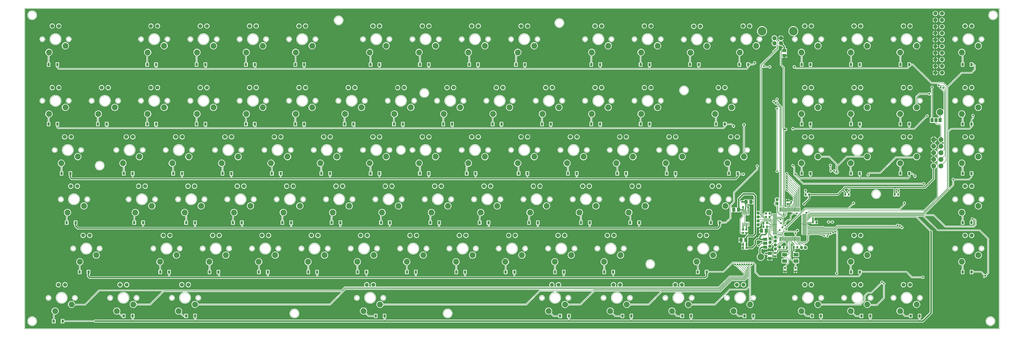
<source format=gbl>
G75*
%MOIN*%
%OFA0B0*%
%FSLAX25Y25*%
%IPPOS*%
%LPD*%
%AMOC8*
5,1,8,0,0,1.08239X$1,22.5*
%
%ADD10C,0.00000*%
%ADD11C,0.06600*%
%ADD12C,0.13000*%
%ADD13C,0.08858*%
%ADD14C,0.05937*%
%ADD15R,0.06299X0.01181*%
%ADD16R,0.01181X0.06299*%
%ADD17R,0.02756X0.03543*%
%ADD18R,0.05118X0.05906*%
%ADD19R,0.03543X0.02756*%
%ADD20R,0.05906X0.05118*%
%ADD21R,0.06300X0.04600*%
%ADD22C,0.10000*%
%ADD23OC8,0.06000*%
%ADD24R,0.07480X0.05512*%
%ADD25C,0.07400*%
%ADD26R,0.04600X0.06300*%
%ADD27R,0.01772X0.05709*%
%ADD28R,0.03543X0.04724*%
%ADD29C,0.05000*%
%ADD30C,0.00600*%
%ADD31C,0.02781*%
%ADD32C,0.02000*%
%ADD33C,0.01000*%
%ADD34C,0.01700*%
%ADD35C,0.02400*%
%ADD36C,0.03300*%
%ADD37C,0.02978*%
%ADD38C,0.02300*%
%ADD39C,0.01200*%
%ADD40C,0.01600*%
D10*
X0001300Y0001300D02*
X0001300Y0488505D01*
X1479646Y0488505D01*
X1479646Y0001300D01*
X0001300Y0001300D01*
X0006812Y0013111D02*
X0006814Y0013269D01*
X0006820Y0013427D01*
X0006830Y0013585D01*
X0006844Y0013743D01*
X0006862Y0013900D01*
X0006883Y0014057D01*
X0006909Y0014213D01*
X0006939Y0014369D01*
X0006972Y0014524D01*
X0007010Y0014677D01*
X0007051Y0014830D01*
X0007096Y0014982D01*
X0007145Y0015133D01*
X0007198Y0015282D01*
X0007254Y0015430D01*
X0007314Y0015576D01*
X0007378Y0015721D01*
X0007446Y0015864D01*
X0007517Y0016006D01*
X0007591Y0016146D01*
X0007669Y0016283D01*
X0007751Y0016419D01*
X0007835Y0016553D01*
X0007924Y0016684D01*
X0008015Y0016813D01*
X0008110Y0016940D01*
X0008207Y0017065D01*
X0008308Y0017187D01*
X0008412Y0017306D01*
X0008519Y0017423D01*
X0008629Y0017537D01*
X0008742Y0017648D01*
X0008857Y0017757D01*
X0008975Y0017862D01*
X0009096Y0017964D01*
X0009219Y0018064D01*
X0009345Y0018160D01*
X0009473Y0018253D01*
X0009603Y0018343D01*
X0009736Y0018429D01*
X0009871Y0018513D01*
X0010007Y0018592D01*
X0010146Y0018669D01*
X0010287Y0018741D01*
X0010429Y0018811D01*
X0010573Y0018876D01*
X0010719Y0018938D01*
X0010866Y0018996D01*
X0011015Y0019051D01*
X0011165Y0019102D01*
X0011316Y0019149D01*
X0011468Y0019192D01*
X0011621Y0019231D01*
X0011776Y0019267D01*
X0011931Y0019298D01*
X0012087Y0019326D01*
X0012243Y0019350D01*
X0012400Y0019370D01*
X0012558Y0019386D01*
X0012715Y0019398D01*
X0012874Y0019406D01*
X0013032Y0019410D01*
X0013190Y0019410D01*
X0013348Y0019406D01*
X0013507Y0019398D01*
X0013664Y0019386D01*
X0013822Y0019370D01*
X0013979Y0019350D01*
X0014135Y0019326D01*
X0014291Y0019298D01*
X0014446Y0019267D01*
X0014601Y0019231D01*
X0014754Y0019192D01*
X0014906Y0019149D01*
X0015057Y0019102D01*
X0015207Y0019051D01*
X0015356Y0018996D01*
X0015503Y0018938D01*
X0015649Y0018876D01*
X0015793Y0018811D01*
X0015935Y0018741D01*
X0016076Y0018669D01*
X0016215Y0018592D01*
X0016351Y0018513D01*
X0016486Y0018429D01*
X0016619Y0018343D01*
X0016749Y0018253D01*
X0016877Y0018160D01*
X0017003Y0018064D01*
X0017126Y0017964D01*
X0017247Y0017862D01*
X0017365Y0017757D01*
X0017480Y0017648D01*
X0017593Y0017537D01*
X0017703Y0017423D01*
X0017810Y0017306D01*
X0017914Y0017187D01*
X0018015Y0017065D01*
X0018112Y0016940D01*
X0018207Y0016813D01*
X0018298Y0016684D01*
X0018387Y0016553D01*
X0018471Y0016419D01*
X0018553Y0016283D01*
X0018631Y0016146D01*
X0018705Y0016006D01*
X0018776Y0015864D01*
X0018844Y0015721D01*
X0018908Y0015576D01*
X0018968Y0015430D01*
X0019024Y0015282D01*
X0019077Y0015133D01*
X0019126Y0014982D01*
X0019171Y0014830D01*
X0019212Y0014677D01*
X0019250Y0014524D01*
X0019283Y0014369D01*
X0019313Y0014213D01*
X0019339Y0014057D01*
X0019360Y0013900D01*
X0019378Y0013743D01*
X0019392Y0013585D01*
X0019402Y0013427D01*
X0019408Y0013269D01*
X0019410Y0013111D01*
X0019408Y0012953D01*
X0019402Y0012795D01*
X0019392Y0012637D01*
X0019378Y0012479D01*
X0019360Y0012322D01*
X0019339Y0012165D01*
X0019313Y0012009D01*
X0019283Y0011853D01*
X0019250Y0011698D01*
X0019212Y0011545D01*
X0019171Y0011392D01*
X0019126Y0011240D01*
X0019077Y0011089D01*
X0019024Y0010940D01*
X0018968Y0010792D01*
X0018908Y0010646D01*
X0018844Y0010501D01*
X0018776Y0010358D01*
X0018705Y0010216D01*
X0018631Y0010076D01*
X0018553Y0009939D01*
X0018471Y0009803D01*
X0018387Y0009669D01*
X0018298Y0009538D01*
X0018207Y0009409D01*
X0018112Y0009282D01*
X0018015Y0009157D01*
X0017914Y0009035D01*
X0017810Y0008916D01*
X0017703Y0008799D01*
X0017593Y0008685D01*
X0017480Y0008574D01*
X0017365Y0008465D01*
X0017247Y0008360D01*
X0017126Y0008258D01*
X0017003Y0008158D01*
X0016877Y0008062D01*
X0016749Y0007969D01*
X0016619Y0007879D01*
X0016486Y0007793D01*
X0016351Y0007709D01*
X0016215Y0007630D01*
X0016076Y0007553D01*
X0015935Y0007481D01*
X0015793Y0007411D01*
X0015649Y0007346D01*
X0015503Y0007284D01*
X0015356Y0007226D01*
X0015207Y0007171D01*
X0015057Y0007120D01*
X0014906Y0007073D01*
X0014754Y0007030D01*
X0014601Y0006991D01*
X0014446Y0006955D01*
X0014291Y0006924D01*
X0014135Y0006896D01*
X0013979Y0006872D01*
X0013822Y0006852D01*
X0013664Y0006836D01*
X0013507Y0006824D01*
X0013348Y0006816D01*
X0013190Y0006812D01*
X0013032Y0006812D01*
X0012874Y0006816D01*
X0012715Y0006824D01*
X0012558Y0006836D01*
X0012400Y0006852D01*
X0012243Y0006872D01*
X0012087Y0006896D01*
X0011931Y0006924D01*
X0011776Y0006955D01*
X0011621Y0006991D01*
X0011468Y0007030D01*
X0011316Y0007073D01*
X0011165Y0007120D01*
X0011015Y0007171D01*
X0010866Y0007226D01*
X0010719Y0007284D01*
X0010573Y0007346D01*
X0010429Y0007411D01*
X0010287Y0007481D01*
X0010146Y0007553D01*
X0010007Y0007630D01*
X0009871Y0007709D01*
X0009736Y0007793D01*
X0009603Y0007879D01*
X0009473Y0007969D01*
X0009345Y0008062D01*
X0009219Y0008158D01*
X0009096Y0008258D01*
X0008975Y0008360D01*
X0008857Y0008465D01*
X0008742Y0008574D01*
X0008629Y0008685D01*
X0008519Y0008799D01*
X0008412Y0008916D01*
X0008308Y0009035D01*
X0008207Y0009157D01*
X0008110Y0009282D01*
X0008015Y0009409D01*
X0007924Y0009538D01*
X0007835Y0009669D01*
X0007751Y0009803D01*
X0007669Y0009939D01*
X0007591Y0010076D01*
X0007517Y0010216D01*
X0007446Y0010358D01*
X0007378Y0010501D01*
X0007314Y0010646D01*
X0007254Y0010792D01*
X0007198Y0010940D01*
X0007145Y0011089D01*
X0007096Y0011240D01*
X0007051Y0011392D01*
X0007010Y0011545D01*
X0006972Y0011698D01*
X0006939Y0011853D01*
X0006909Y0012009D01*
X0006883Y0012165D01*
X0006862Y0012322D01*
X0006844Y0012479D01*
X0006830Y0012637D01*
X0006820Y0012795D01*
X0006814Y0012953D01*
X0006812Y0013111D01*
X0034548Y0048544D02*
X0034550Y0048659D01*
X0034556Y0048775D01*
X0034566Y0048890D01*
X0034580Y0049005D01*
X0034598Y0049119D01*
X0034620Y0049232D01*
X0034645Y0049345D01*
X0034675Y0049456D01*
X0034708Y0049567D01*
X0034745Y0049676D01*
X0034786Y0049784D01*
X0034831Y0049891D01*
X0034879Y0049996D01*
X0034931Y0050099D01*
X0034987Y0050200D01*
X0035046Y0050300D01*
X0035108Y0050397D01*
X0035174Y0050492D01*
X0035242Y0050585D01*
X0035314Y0050675D01*
X0035389Y0050763D01*
X0035468Y0050848D01*
X0035549Y0050930D01*
X0035632Y0051010D01*
X0035719Y0051086D01*
X0035808Y0051160D01*
X0035899Y0051230D01*
X0035993Y0051298D01*
X0036089Y0051362D01*
X0036188Y0051422D01*
X0036288Y0051479D01*
X0036390Y0051533D01*
X0036494Y0051583D01*
X0036600Y0051630D01*
X0036707Y0051673D01*
X0036816Y0051712D01*
X0036926Y0051747D01*
X0037037Y0051778D01*
X0037149Y0051806D01*
X0037262Y0051830D01*
X0037376Y0051850D01*
X0037491Y0051866D01*
X0037606Y0051878D01*
X0037721Y0051886D01*
X0037836Y0051890D01*
X0037952Y0051890D01*
X0038067Y0051886D01*
X0038182Y0051878D01*
X0038297Y0051866D01*
X0038412Y0051850D01*
X0038526Y0051830D01*
X0038639Y0051806D01*
X0038751Y0051778D01*
X0038862Y0051747D01*
X0038972Y0051712D01*
X0039081Y0051673D01*
X0039188Y0051630D01*
X0039294Y0051583D01*
X0039398Y0051533D01*
X0039500Y0051479D01*
X0039600Y0051422D01*
X0039699Y0051362D01*
X0039795Y0051298D01*
X0039889Y0051230D01*
X0039980Y0051160D01*
X0040069Y0051086D01*
X0040156Y0051010D01*
X0040239Y0050930D01*
X0040320Y0050848D01*
X0040399Y0050763D01*
X0040474Y0050675D01*
X0040546Y0050585D01*
X0040614Y0050492D01*
X0040680Y0050397D01*
X0040742Y0050300D01*
X0040801Y0050200D01*
X0040857Y0050099D01*
X0040909Y0049996D01*
X0040957Y0049891D01*
X0041002Y0049784D01*
X0041043Y0049676D01*
X0041080Y0049567D01*
X0041113Y0049456D01*
X0041143Y0049345D01*
X0041168Y0049232D01*
X0041190Y0049119D01*
X0041208Y0049005D01*
X0041222Y0048890D01*
X0041232Y0048775D01*
X0041238Y0048659D01*
X0041240Y0048544D01*
X0041238Y0048429D01*
X0041232Y0048313D01*
X0041222Y0048198D01*
X0041208Y0048083D01*
X0041190Y0047969D01*
X0041168Y0047856D01*
X0041143Y0047743D01*
X0041113Y0047632D01*
X0041080Y0047521D01*
X0041043Y0047412D01*
X0041002Y0047304D01*
X0040957Y0047197D01*
X0040909Y0047092D01*
X0040857Y0046989D01*
X0040801Y0046888D01*
X0040742Y0046788D01*
X0040680Y0046691D01*
X0040614Y0046596D01*
X0040546Y0046503D01*
X0040474Y0046413D01*
X0040399Y0046325D01*
X0040320Y0046240D01*
X0040239Y0046158D01*
X0040156Y0046078D01*
X0040069Y0046002D01*
X0039980Y0045928D01*
X0039889Y0045858D01*
X0039795Y0045790D01*
X0039699Y0045726D01*
X0039600Y0045666D01*
X0039500Y0045609D01*
X0039398Y0045555D01*
X0039294Y0045505D01*
X0039188Y0045458D01*
X0039081Y0045415D01*
X0038972Y0045376D01*
X0038862Y0045341D01*
X0038751Y0045310D01*
X0038639Y0045282D01*
X0038526Y0045258D01*
X0038412Y0045238D01*
X0038297Y0045222D01*
X0038182Y0045210D01*
X0038067Y0045202D01*
X0037952Y0045198D01*
X0037836Y0045198D01*
X0037721Y0045202D01*
X0037606Y0045210D01*
X0037491Y0045222D01*
X0037376Y0045238D01*
X0037262Y0045258D01*
X0037149Y0045282D01*
X0037037Y0045310D01*
X0036926Y0045341D01*
X0036816Y0045376D01*
X0036707Y0045415D01*
X0036600Y0045458D01*
X0036494Y0045505D01*
X0036390Y0045555D01*
X0036288Y0045609D01*
X0036188Y0045666D01*
X0036089Y0045726D01*
X0035993Y0045790D01*
X0035899Y0045858D01*
X0035808Y0045928D01*
X0035719Y0046002D01*
X0035632Y0046078D01*
X0035549Y0046158D01*
X0035468Y0046240D01*
X0035389Y0046325D01*
X0035314Y0046413D01*
X0035242Y0046503D01*
X0035174Y0046596D01*
X0035108Y0046691D01*
X0035046Y0046788D01*
X0034987Y0046888D01*
X0034931Y0046989D01*
X0034879Y0047092D01*
X0034831Y0047197D01*
X0034786Y0047304D01*
X0034745Y0047412D01*
X0034708Y0047521D01*
X0034675Y0047632D01*
X0034645Y0047743D01*
X0034620Y0047856D01*
X0034598Y0047969D01*
X0034580Y0048083D01*
X0034566Y0048198D01*
X0034556Y0048313D01*
X0034550Y0048429D01*
X0034548Y0048544D01*
X0050020Y0048544D02*
X0050022Y0048737D01*
X0050029Y0048930D01*
X0050041Y0049123D01*
X0050058Y0049316D01*
X0050079Y0049508D01*
X0050105Y0049699D01*
X0050136Y0049890D01*
X0050171Y0050080D01*
X0050211Y0050269D01*
X0050256Y0050457D01*
X0050305Y0050644D01*
X0050359Y0050830D01*
X0050417Y0051014D01*
X0050480Y0051197D01*
X0050548Y0051378D01*
X0050619Y0051557D01*
X0050696Y0051735D01*
X0050776Y0051911D01*
X0050861Y0052084D01*
X0050950Y0052256D01*
X0051043Y0052425D01*
X0051140Y0052592D01*
X0051242Y0052757D01*
X0051347Y0052919D01*
X0051456Y0053078D01*
X0051570Y0053235D01*
X0051687Y0053388D01*
X0051807Y0053539D01*
X0051932Y0053687D01*
X0052060Y0053832D01*
X0052191Y0053973D01*
X0052326Y0054112D01*
X0052465Y0054247D01*
X0052606Y0054378D01*
X0052751Y0054506D01*
X0052899Y0054631D01*
X0053050Y0054751D01*
X0053203Y0054868D01*
X0053360Y0054982D01*
X0053519Y0055091D01*
X0053681Y0055196D01*
X0053846Y0055298D01*
X0054013Y0055395D01*
X0054182Y0055488D01*
X0054354Y0055577D01*
X0054527Y0055662D01*
X0054703Y0055742D01*
X0054881Y0055819D01*
X0055060Y0055890D01*
X0055241Y0055958D01*
X0055424Y0056021D01*
X0055608Y0056079D01*
X0055794Y0056133D01*
X0055981Y0056182D01*
X0056169Y0056227D01*
X0056358Y0056267D01*
X0056548Y0056302D01*
X0056739Y0056333D01*
X0056930Y0056359D01*
X0057122Y0056380D01*
X0057315Y0056397D01*
X0057508Y0056409D01*
X0057701Y0056416D01*
X0057894Y0056418D01*
X0058087Y0056416D01*
X0058280Y0056409D01*
X0058473Y0056397D01*
X0058666Y0056380D01*
X0058858Y0056359D01*
X0059049Y0056333D01*
X0059240Y0056302D01*
X0059430Y0056267D01*
X0059619Y0056227D01*
X0059807Y0056182D01*
X0059994Y0056133D01*
X0060180Y0056079D01*
X0060364Y0056021D01*
X0060547Y0055958D01*
X0060728Y0055890D01*
X0060907Y0055819D01*
X0061085Y0055742D01*
X0061261Y0055662D01*
X0061434Y0055577D01*
X0061606Y0055488D01*
X0061775Y0055395D01*
X0061942Y0055298D01*
X0062107Y0055196D01*
X0062269Y0055091D01*
X0062428Y0054982D01*
X0062585Y0054868D01*
X0062738Y0054751D01*
X0062889Y0054631D01*
X0063037Y0054506D01*
X0063182Y0054378D01*
X0063323Y0054247D01*
X0063462Y0054112D01*
X0063597Y0053973D01*
X0063728Y0053832D01*
X0063856Y0053687D01*
X0063981Y0053539D01*
X0064101Y0053388D01*
X0064218Y0053235D01*
X0064332Y0053078D01*
X0064441Y0052919D01*
X0064546Y0052757D01*
X0064648Y0052592D01*
X0064745Y0052425D01*
X0064838Y0052256D01*
X0064927Y0052084D01*
X0065012Y0051911D01*
X0065092Y0051735D01*
X0065169Y0051557D01*
X0065240Y0051378D01*
X0065308Y0051197D01*
X0065371Y0051014D01*
X0065429Y0050830D01*
X0065483Y0050644D01*
X0065532Y0050457D01*
X0065577Y0050269D01*
X0065617Y0050080D01*
X0065652Y0049890D01*
X0065683Y0049699D01*
X0065709Y0049508D01*
X0065730Y0049316D01*
X0065747Y0049123D01*
X0065759Y0048930D01*
X0065766Y0048737D01*
X0065768Y0048544D01*
X0065766Y0048351D01*
X0065759Y0048158D01*
X0065747Y0047965D01*
X0065730Y0047772D01*
X0065709Y0047580D01*
X0065683Y0047389D01*
X0065652Y0047198D01*
X0065617Y0047008D01*
X0065577Y0046819D01*
X0065532Y0046631D01*
X0065483Y0046444D01*
X0065429Y0046258D01*
X0065371Y0046074D01*
X0065308Y0045891D01*
X0065240Y0045710D01*
X0065169Y0045531D01*
X0065092Y0045353D01*
X0065012Y0045177D01*
X0064927Y0045004D01*
X0064838Y0044832D01*
X0064745Y0044663D01*
X0064648Y0044496D01*
X0064546Y0044331D01*
X0064441Y0044169D01*
X0064332Y0044010D01*
X0064218Y0043853D01*
X0064101Y0043700D01*
X0063981Y0043549D01*
X0063856Y0043401D01*
X0063728Y0043256D01*
X0063597Y0043115D01*
X0063462Y0042976D01*
X0063323Y0042841D01*
X0063182Y0042710D01*
X0063037Y0042582D01*
X0062889Y0042457D01*
X0062738Y0042337D01*
X0062585Y0042220D01*
X0062428Y0042106D01*
X0062269Y0041997D01*
X0062107Y0041892D01*
X0061942Y0041790D01*
X0061775Y0041693D01*
X0061606Y0041600D01*
X0061434Y0041511D01*
X0061261Y0041426D01*
X0061085Y0041346D01*
X0060907Y0041269D01*
X0060728Y0041198D01*
X0060547Y0041130D01*
X0060364Y0041067D01*
X0060180Y0041009D01*
X0059994Y0040955D01*
X0059807Y0040906D01*
X0059619Y0040861D01*
X0059430Y0040821D01*
X0059240Y0040786D01*
X0059049Y0040755D01*
X0058858Y0040729D01*
X0058666Y0040708D01*
X0058473Y0040691D01*
X0058280Y0040679D01*
X0058087Y0040672D01*
X0057894Y0040670D01*
X0057701Y0040672D01*
X0057508Y0040679D01*
X0057315Y0040691D01*
X0057122Y0040708D01*
X0056930Y0040729D01*
X0056739Y0040755D01*
X0056548Y0040786D01*
X0056358Y0040821D01*
X0056169Y0040861D01*
X0055981Y0040906D01*
X0055794Y0040955D01*
X0055608Y0041009D01*
X0055424Y0041067D01*
X0055241Y0041130D01*
X0055060Y0041198D01*
X0054881Y0041269D01*
X0054703Y0041346D01*
X0054527Y0041426D01*
X0054354Y0041511D01*
X0054182Y0041600D01*
X0054013Y0041693D01*
X0053846Y0041790D01*
X0053681Y0041892D01*
X0053519Y0041997D01*
X0053360Y0042106D01*
X0053203Y0042220D01*
X0053050Y0042337D01*
X0052899Y0042457D01*
X0052751Y0042582D01*
X0052606Y0042710D01*
X0052465Y0042841D01*
X0052326Y0042976D01*
X0052191Y0043115D01*
X0052060Y0043256D01*
X0051932Y0043401D01*
X0051807Y0043549D01*
X0051687Y0043700D01*
X0051570Y0043853D01*
X0051456Y0044010D01*
X0051347Y0044169D01*
X0051242Y0044331D01*
X0051140Y0044496D01*
X0051043Y0044663D01*
X0050950Y0044832D01*
X0050861Y0045004D01*
X0050776Y0045177D01*
X0050696Y0045353D01*
X0050619Y0045531D01*
X0050548Y0045710D01*
X0050480Y0045891D01*
X0050417Y0046074D01*
X0050359Y0046258D01*
X0050305Y0046444D01*
X0050256Y0046631D01*
X0050211Y0046819D01*
X0050171Y0047008D01*
X0050136Y0047198D01*
X0050105Y0047389D01*
X0050079Y0047580D01*
X0050058Y0047772D01*
X0050041Y0047965D01*
X0050029Y0048158D01*
X0050022Y0048351D01*
X0050020Y0048544D01*
X0074548Y0048544D02*
X0074550Y0048659D01*
X0074556Y0048775D01*
X0074566Y0048890D01*
X0074580Y0049005D01*
X0074598Y0049119D01*
X0074620Y0049232D01*
X0074645Y0049345D01*
X0074675Y0049456D01*
X0074708Y0049567D01*
X0074745Y0049676D01*
X0074786Y0049784D01*
X0074831Y0049891D01*
X0074879Y0049996D01*
X0074931Y0050099D01*
X0074987Y0050200D01*
X0075046Y0050300D01*
X0075108Y0050397D01*
X0075174Y0050492D01*
X0075242Y0050585D01*
X0075314Y0050675D01*
X0075389Y0050763D01*
X0075468Y0050848D01*
X0075549Y0050930D01*
X0075632Y0051010D01*
X0075719Y0051086D01*
X0075808Y0051160D01*
X0075899Y0051230D01*
X0075993Y0051298D01*
X0076089Y0051362D01*
X0076188Y0051422D01*
X0076288Y0051479D01*
X0076390Y0051533D01*
X0076494Y0051583D01*
X0076600Y0051630D01*
X0076707Y0051673D01*
X0076816Y0051712D01*
X0076926Y0051747D01*
X0077037Y0051778D01*
X0077149Y0051806D01*
X0077262Y0051830D01*
X0077376Y0051850D01*
X0077491Y0051866D01*
X0077606Y0051878D01*
X0077721Y0051886D01*
X0077836Y0051890D01*
X0077952Y0051890D01*
X0078067Y0051886D01*
X0078182Y0051878D01*
X0078297Y0051866D01*
X0078412Y0051850D01*
X0078526Y0051830D01*
X0078639Y0051806D01*
X0078751Y0051778D01*
X0078862Y0051747D01*
X0078972Y0051712D01*
X0079081Y0051673D01*
X0079188Y0051630D01*
X0079294Y0051583D01*
X0079398Y0051533D01*
X0079500Y0051479D01*
X0079600Y0051422D01*
X0079699Y0051362D01*
X0079795Y0051298D01*
X0079889Y0051230D01*
X0079980Y0051160D01*
X0080069Y0051086D01*
X0080156Y0051010D01*
X0080239Y0050930D01*
X0080320Y0050848D01*
X0080399Y0050763D01*
X0080474Y0050675D01*
X0080546Y0050585D01*
X0080614Y0050492D01*
X0080680Y0050397D01*
X0080742Y0050300D01*
X0080801Y0050200D01*
X0080857Y0050099D01*
X0080909Y0049996D01*
X0080957Y0049891D01*
X0081002Y0049784D01*
X0081043Y0049676D01*
X0081080Y0049567D01*
X0081113Y0049456D01*
X0081143Y0049345D01*
X0081168Y0049232D01*
X0081190Y0049119D01*
X0081208Y0049005D01*
X0081222Y0048890D01*
X0081232Y0048775D01*
X0081238Y0048659D01*
X0081240Y0048544D01*
X0081238Y0048429D01*
X0081232Y0048313D01*
X0081222Y0048198D01*
X0081208Y0048083D01*
X0081190Y0047969D01*
X0081168Y0047856D01*
X0081143Y0047743D01*
X0081113Y0047632D01*
X0081080Y0047521D01*
X0081043Y0047412D01*
X0081002Y0047304D01*
X0080957Y0047197D01*
X0080909Y0047092D01*
X0080857Y0046989D01*
X0080801Y0046888D01*
X0080742Y0046788D01*
X0080680Y0046691D01*
X0080614Y0046596D01*
X0080546Y0046503D01*
X0080474Y0046413D01*
X0080399Y0046325D01*
X0080320Y0046240D01*
X0080239Y0046158D01*
X0080156Y0046078D01*
X0080069Y0046002D01*
X0079980Y0045928D01*
X0079889Y0045858D01*
X0079795Y0045790D01*
X0079699Y0045726D01*
X0079600Y0045666D01*
X0079500Y0045609D01*
X0079398Y0045555D01*
X0079294Y0045505D01*
X0079188Y0045458D01*
X0079081Y0045415D01*
X0078972Y0045376D01*
X0078862Y0045341D01*
X0078751Y0045310D01*
X0078639Y0045282D01*
X0078526Y0045258D01*
X0078412Y0045238D01*
X0078297Y0045222D01*
X0078182Y0045210D01*
X0078067Y0045202D01*
X0077952Y0045198D01*
X0077836Y0045198D01*
X0077721Y0045202D01*
X0077606Y0045210D01*
X0077491Y0045222D01*
X0077376Y0045238D01*
X0077262Y0045258D01*
X0077149Y0045282D01*
X0077037Y0045310D01*
X0076926Y0045341D01*
X0076816Y0045376D01*
X0076707Y0045415D01*
X0076600Y0045458D01*
X0076494Y0045505D01*
X0076390Y0045555D01*
X0076288Y0045609D01*
X0076188Y0045666D01*
X0076089Y0045726D01*
X0075993Y0045790D01*
X0075899Y0045858D01*
X0075808Y0045928D01*
X0075719Y0046002D01*
X0075632Y0046078D01*
X0075549Y0046158D01*
X0075468Y0046240D01*
X0075389Y0046325D01*
X0075314Y0046413D01*
X0075242Y0046503D01*
X0075174Y0046596D01*
X0075108Y0046691D01*
X0075046Y0046788D01*
X0074987Y0046888D01*
X0074931Y0046989D01*
X0074879Y0047092D01*
X0074831Y0047197D01*
X0074786Y0047304D01*
X0074745Y0047412D01*
X0074708Y0047521D01*
X0074675Y0047632D01*
X0074645Y0047743D01*
X0074620Y0047856D01*
X0074598Y0047969D01*
X0074580Y0048083D01*
X0074566Y0048198D01*
X0074556Y0048313D01*
X0074550Y0048429D01*
X0074548Y0048544D01*
X0128052Y0048544D02*
X0128054Y0048659D01*
X0128060Y0048775D01*
X0128070Y0048890D01*
X0128084Y0049005D01*
X0128102Y0049119D01*
X0128124Y0049232D01*
X0128149Y0049345D01*
X0128179Y0049456D01*
X0128212Y0049567D01*
X0128249Y0049676D01*
X0128290Y0049784D01*
X0128335Y0049891D01*
X0128383Y0049996D01*
X0128435Y0050099D01*
X0128491Y0050200D01*
X0128550Y0050300D01*
X0128612Y0050397D01*
X0128678Y0050492D01*
X0128746Y0050585D01*
X0128818Y0050675D01*
X0128893Y0050763D01*
X0128972Y0050848D01*
X0129053Y0050930D01*
X0129136Y0051010D01*
X0129223Y0051086D01*
X0129312Y0051160D01*
X0129403Y0051230D01*
X0129497Y0051298D01*
X0129593Y0051362D01*
X0129692Y0051422D01*
X0129792Y0051479D01*
X0129894Y0051533D01*
X0129998Y0051583D01*
X0130104Y0051630D01*
X0130211Y0051673D01*
X0130320Y0051712D01*
X0130430Y0051747D01*
X0130541Y0051778D01*
X0130653Y0051806D01*
X0130766Y0051830D01*
X0130880Y0051850D01*
X0130995Y0051866D01*
X0131110Y0051878D01*
X0131225Y0051886D01*
X0131340Y0051890D01*
X0131456Y0051890D01*
X0131571Y0051886D01*
X0131686Y0051878D01*
X0131801Y0051866D01*
X0131916Y0051850D01*
X0132030Y0051830D01*
X0132143Y0051806D01*
X0132255Y0051778D01*
X0132366Y0051747D01*
X0132476Y0051712D01*
X0132585Y0051673D01*
X0132692Y0051630D01*
X0132798Y0051583D01*
X0132902Y0051533D01*
X0133004Y0051479D01*
X0133104Y0051422D01*
X0133203Y0051362D01*
X0133299Y0051298D01*
X0133393Y0051230D01*
X0133484Y0051160D01*
X0133573Y0051086D01*
X0133660Y0051010D01*
X0133743Y0050930D01*
X0133824Y0050848D01*
X0133903Y0050763D01*
X0133978Y0050675D01*
X0134050Y0050585D01*
X0134118Y0050492D01*
X0134184Y0050397D01*
X0134246Y0050300D01*
X0134305Y0050200D01*
X0134361Y0050099D01*
X0134413Y0049996D01*
X0134461Y0049891D01*
X0134506Y0049784D01*
X0134547Y0049676D01*
X0134584Y0049567D01*
X0134617Y0049456D01*
X0134647Y0049345D01*
X0134672Y0049232D01*
X0134694Y0049119D01*
X0134712Y0049005D01*
X0134726Y0048890D01*
X0134736Y0048775D01*
X0134742Y0048659D01*
X0134744Y0048544D01*
X0134742Y0048429D01*
X0134736Y0048313D01*
X0134726Y0048198D01*
X0134712Y0048083D01*
X0134694Y0047969D01*
X0134672Y0047856D01*
X0134647Y0047743D01*
X0134617Y0047632D01*
X0134584Y0047521D01*
X0134547Y0047412D01*
X0134506Y0047304D01*
X0134461Y0047197D01*
X0134413Y0047092D01*
X0134361Y0046989D01*
X0134305Y0046888D01*
X0134246Y0046788D01*
X0134184Y0046691D01*
X0134118Y0046596D01*
X0134050Y0046503D01*
X0133978Y0046413D01*
X0133903Y0046325D01*
X0133824Y0046240D01*
X0133743Y0046158D01*
X0133660Y0046078D01*
X0133573Y0046002D01*
X0133484Y0045928D01*
X0133393Y0045858D01*
X0133299Y0045790D01*
X0133203Y0045726D01*
X0133104Y0045666D01*
X0133004Y0045609D01*
X0132902Y0045555D01*
X0132798Y0045505D01*
X0132692Y0045458D01*
X0132585Y0045415D01*
X0132476Y0045376D01*
X0132366Y0045341D01*
X0132255Y0045310D01*
X0132143Y0045282D01*
X0132030Y0045258D01*
X0131916Y0045238D01*
X0131801Y0045222D01*
X0131686Y0045210D01*
X0131571Y0045202D01*
X0131456Y0045198D01*
X0131340Y0045198D01*
X0131225Y0045202D01*
X0131110Y0045210D01*
X0130995Y0045222D01*
X0130880Y0045238D01*
X0130766Y0045258D01*
X0130653Y0045282D01*
X0130541Y0045310D01*
X0130430Y0045341D01*
X0130320Y0045376D01*
X0130211Y0045415D01*
X0130104Y0045458D01*
X0129998Y0045505D01*
X0129894Y0045555D01*
X0129792Y0045609D01*
X0129692Y0045666D01*
X0129593Y0045726D01*
X0129497Y0045790D01*
X0129403Y0045858D01*
X0129312Y0045928D01*
X0129223Y0046002D01*
X0129136Y0046078D01*
X0129053Y0046158D01*
X0128972Y0046240D01*
X0128893Y0046325D01*
X0128818Y0046413D01*
X0128746Y0046503D01*
X0128678Y0046596D01*
X0128612Y0046691D01*
X0128550Y0046788D01*
X0128491Y0046888D01*
X0128435Y0046989D01*
X0128383Y0047092D01*
X0128335Y0047197D01*
X0128290Y0047304D01*
X0128249Y0047412D01*
X0128212Y0047521D01*
X0128179Y0047632D01*
X0128149Y0047743D01*
X0128124Y0047856D01*
X0128102Y0047969D01*
X0128084Y0048083D01*
X0128070Y0048198D01*
X0128060Y0048313D01*
X0128054Y0048429D01*
X0128052Y0048544D01*
X0143524Y0048544D02*
X0143526Y0048737D01*
X0143533Y0048930D01*
X0143545Y0049123D01*
X0143562Y0049316D01*
X0143583Y0049508D01*
X0143609Y0049699D01*
X0143640Y0049890D01*
X0143675Y0050080D01*
X0143715Y0050269D01*
X0143760Y0050457D01*
X0143809Y0050644D01*
X0143863Y0050830D01*
X0143921Y0051014D01*
X0143984Y0051197D01*
X0144052Y0051378D01*
X0144123Y0051557D01*
X0144200Y0051735D01*
X0144280Y0051911D01*
X0144365Y0052084D01*
X0144454Y0052256D01*
X0144547Y0052425D01*
X0144644Y0052592D01*
X0144746Y0052757D01*
X0144851Y0052919D01*
X0144960Y0053078D01*
X0145074Y0053235D01*
X0145191Y0053388D01*
X0145311Y0053539D01*
X0145436Y0053687D01*
X0145564Y0053832D01*
X0145695Y0053973D01*
X0145830Y0054112D01*
X0145969Y0054247D01*
X0146110Y0054378D01*
X0146255Y0054506D01*
X0146403Y0054631D01*
X0146554Y0054751D01*
X0146707Y0054868D01*
X0146864Y0054982D01*
X0147023Y0055091D01*
X0147185Y0055196D01*
X0147350Y0055298D01*
X0147517Y0055395D01*
X0147686Y0055488D01*
X0147858Y0055577D01*
X0148031Y0055662D01*
X0148207Y0055742D01*
X0148385Y0055819D01*
X0148564Y0055890D01*
X0148745Y0055958D01*
X0148928Y0056021D01*
X0149112Y0056079D01*
X0149298Y0056133D01*
X0149485Y0056182D01*
X0149673Y0056227D01*
X0149862Y0056267D01*
X0150052Y0056302D01*
X0150243Y0056333D01*
X0150434Y0056359D01*
X0150626Y0056380D01*
X0150819Y0056397D01*
X0151012Y0056409D01*
X0151205Y0056416D01*
X0151398Y0056418D01*
X0151591Y0056416D01*
X0151784Y0056409D01*
X0151977Y0056397D01*
X0152170Y0056380D01*
X0152362Y0056359D01*
X0152553Y0056333D01*
X0152744Y0056302D01*
X0152934Y0056267D01*
X0153123Y0056227D01*
X0153311Y0056182D01*
X0153498Y0056133D01*
X0153684Y0056079D01*
X0153868Y0056021D01*
X0154051Y0055958D01*
X0154232Y0055890D01*
X0154411Y0055819D01*
X0154589Y0055742D01*
X0154765Y0055662D01*
X0154938Y0055577D01*
X0155110Y0055488D01*
X0155279Y0055395D01*
X0155446Y0055298D01*
X0155611Y0055196D01*
X0155773Y0055091D01*
X0155932Y0054982D01*
X0156089Y0054868D01*
X0156242Y0054751D01*
X0156393Y0054631D01*
X0156541Y0054506D01*
X0156686Y0054378D01*
X0156827Y0054247D01*
X0156966Y0054112D01*
X0157101Y0053973D01*
X0157232Y0053832D01*
X0157360Y0053687D01*
X0157485Y0053539D01*
X0157605Y0053388D01*
X0157722Y0053235D01*
X0157836Y0053078D01*
X0157945Y0052919D01*
X0158050Y0052757D01*
X0158152Y0052592D01*
X0158249Y0052425D01*
X0158342Y0052256D01*
X0158431Y0052084D01*
X0158516Y0051911D01*
X0158596Y0051735D01*
X0158673Y0051557D01*
X0158744Y0051378D01*
X0158812Y0051197D01*
X0158875Y0051014D01*
X0158933Y0050830D01*
X0158987Y0050644D01*
X0159036Y0050457D01*
X0159081Y0050269D01*
X0159121Y0050080D01*
X0159156Y0049890D01*
X0159187Y0049699D01*
X0159213Y0049508D01*
X0159234Y0049316D01*
X0159251Y0049123D01*
X0159263Y0048930D01*
X0159270Y0048737D01*
X0159272Y0048544D01*
X0159270Y0048351D01*
X0159263Y0048158D01*
X0159251Y0047965D01*
X0159234Y0047772D01*
X0159213Y0047580D01*
X0159187Y0047389D01*
X0159156Y0047198D01*
X0159121Y0047008D01*
X0159081Y0046819D01*
X0159036Y0046631D01*
X0158987Y0046444D01*
X0158933Y0046258D01*
X0158875Y0046074D01*
X0158812Y0045891D01*
X0158744Y0045710D01*
X0158673Y0045531D01*
X0158596Y0045353D01*
X0158516Y0045177D01*
X0158431Y0045004D01*
X0158342Y0044832D01*
X0158249Y0044663D01*
X0158152Y0044496D01*
X0158050Y0044331D01*
X0157945Y0044169D01*
X0157836Y0044010D01*
X0157722Y0043853D01*
X0157605Y0043700D01*
X0157485Y0043549D01*
X0157360Y0043401D01*
X0157232Y0043256D01*
X0157101Y0043115D01*
X0156966Y0042976D01*
X0156827Y0042841D01*
X0156686Y0042710D01*
X0156541Y0042582D01*
X0156393Y0042457D01*
X0156242Y0042337D01*
X0156089Y0042220D01*
X0155932Y0042106D01*
X0155773Y0041997D01*
X0155611Y0041892D01*
X0155446Y0041790D01*
X0155279Y0041693D01*
X0155110Y0041600D01*
X0154938Y0041511D01*
X0154765Y0041426D01*
X0154589Y0041346D01*
X0154411Y0041269D01*
X0154232Y0041198D01*
X0154051Y0041130D01*
X0153868Y0041067D01*
X0153684Y0041009D01*
X0153498Y0040955D01*
X0153311Y0040906D01*
X0153123Y0040861D01*
X0152934Y0040821D01*
X0152744Y0040786D01*
X0152553Y0040755D01*
X0152362Y0040729D01*
X0152170Y0040708D01*
X0151977Y0040691D01*
X0151784Y0040679D01*
X0151591Y0040672D01*
X0151398Y0040670D01*
X0151205Y0040672D01*
X0151012Y0040679D01*
X0150819Y0040691D01*
X0150626Y0040708D01*
X0150434Y0040729D01*
X0150243Y0040755D01*
X0150052Y0040786D01*
X0149862Y0040821D01*
X0149673Y0040861D01*
X0149485Y0040906D01*
X0149298Y0040955D01*
X0149112Y0041009D01*
X0148928Y0041067D01*
X0148745Y0041130D01*
X0148564Y0041198D01*
X0148385Y0041269D01*
X0148207Y0041346D01*
X0148031Y0041426D01*
X0147858Y0041511D01*
X0147686Y0041600D01*
X0147517Y0041693D01*
X0147350Y0041790D01*
X0147185Y0041892D01*
X0147023Y0041997D01*
X0146864Y0042106D01*
X0146707Y0042220D01*
X0146554Y0042337D01*
X0146403Y0042457D01*
X0146255Y0042582D01*
X0146110Y0042710D01*
X0145969Y0042841D01*
X0145830Y0042976D01*
X0145695Y0043115D01*
X0145564Y0043256D01*
X0145436Y0043401D01*
X0145311Y0043549D01*
X0145191Y0043700D01*
X0145074Y0043853D01*
X0144960Y0044010D01*
X0144851Y0044169D01*
X0144746Y0044331D01*
X0144644Y0044496D01*
X0144547Y0044663D01*
X0144454Y0044832D01*
X0144365Y0045004D01*
X0144280Y0045177D01*
X0144200Y0045353D01*
X0144123Y0045531D01*
X0144052Y0045710D01*
X0143984Y0045891D01*
X0143921Y0046074D01*
X0143863Y0046258D01*
X0143809Y0046444D01*
X0143760Y0046631D01*
X0143715Y0046819D01*
X0143675Y0047008D01*
X0143640Y0047198D01*
X0143609Y0047389D01*
X0143583Y0047580D01*
X0143562Y0047772D01*
X0143545Y0047965D01*
X0143533Y0048158D01*
X0143526Y0048351D01*
X0143524Y0048544D01*
X0168052Y0048544D02*
X0168054Y0048659D01*
X0168060Y0048775D01*
X0168070Y0048890D01*
X0168084Y0049005D01*
X0168102Y0049119D01*
X0168124Y0049232D01*
X0168149Y0049345D01*
X0168179Y0049456D01*
X0168212Y0049567D01*
X0168249Y0049676D01*
X0168290Y0049784D01*
X0168335Y0049891D01*
X0168383Y0049996D01*
X0168435Y0050099D01*
X0168491Y0050200D01*
X0168550Y0050300D01*
X0168612Y0050397D01*
X0168678Y0050492D01*
X0168746Y0050585D01*
X0168818Y0050675D01*
X0168893Y0050763D01*
X0168972Y0050848D01*
X0169053Y0050930D01*
X0169136Y0051010D01*
X0169223Y0051086D01*
X0169312Y0051160D01*
X0169403Y0051230D01*
X0169497Y0051298D01*
X0169593Y0051362D01*
X0169692Y0051422D01*
X0169792Y0051479D01*
X0169894Y0051533D01*
X0169998Y0051583D01*
X0170104Y0051630D01*
X0170211Y0051673D01*
X0170320Y0051712D01*
X0170430Y0051747D01*
X0170541Y0051778D01*
X0170653Y0051806D01*
X0170766Y0051830D01*
X0170880Y0051850D01*
X0170995Y0051866D01*
X0171110Y0051878D01*
X0171225Y0051886D01*
X0171340Y0051890D01*
X0171456Y0051890D01*
X0171571Y0051886D01*
X0171686Y0051878D01*
X0171801Y0051866D01*
X0171916Y0051850D01*
X0172030Y0051830D01*
X0172143Y0051806D01*
X0172255Y0051778D01*
X0172366Y0051747D01*
X0172476Y0051712D01*
X0172585Y0051673D01*
X0172692Y0051630D01*
X0172798Y0051583D01*
X0172902Y0051533D01*
X0173004Y0051479D01*
X0173104Y0051422D01*
X0173203Y0051362D01*
X0173299Y0051298D01*
X0173393Y0051230D01*
X0173484Y0051160D01*
X0173573Y0051086D01*
X0173660Y0051010D01*
X0173743Y0050930D01*
X0173824Y0050848D01*
X0173903Y0050763D01*
X0173978Y0050675D01*
X0174050Y0050585D01*
X0174118Y0050492D01*
X0174184Y0050397D01*
X0174246Y0050300D01*
X0174305Y0050200D01*
X0174361Y0050099D01*
X0174413Y0049996D01*
X0174461Y0049891D01*
X0174506Y0049784D01*
X0174547Y0049676D01*
X0174584Y0049567D01*
X0174617Y0049456D01*
X0174647Y0049345D01*
X0174672Y0049232D01*
X0174694Y0049119D01*
X0174712Y0049005D01*
X0174726Y0048890D01*
X0174736Y0048775D01*
X0174742Y0048659D01*
X0174744Y0048544D01*
X0174742Y0048429D01*
X0174736Y0048313D01*
X0174726Y0048198D01*
X0174712Y0048083D01*
X0174694Y0047969D01*
X0174672Y0047856D01*
X0174647Y0047743D01*
X0174617Y0047632D01*
X0174584Y0047521D01*
X0174547Y0047412D01*
X0174506Y0047304D01*
X0174461Y0047197D01*
X0174413Y0047092D01*
X0174361Y0046989D01*
X0174305Y0046888D01*
X0174246Y0046788D01*
X0174184Y0046691D01*
X0174118Y0046596D01*
X0174050Y0046503D01*
X0173978Y0046413D01*
X0173903Y0046325D01*
X0173824Y0046240D01*
X0173743Y0046158D01*
X0173660Y0046078D01*
X0173573Y0046002D01*
X0173484Y0045928D01*
X0173393Y0045858D01*
X0173299Y0045790D01*
X0173203Y0045726D01*
X0173104Y0045666D01*
X0173004Y0045609D01*
X0172902Y0045555D01*
X0172798Y0045505D01*
X0172692Y0045458D01*
X0172585Y0045415D01*
X0172476Y0045376D01*
X0172366Y0045341D01*
X0172255Y0045310D01*
X0172143Y0045282D01*
X0172030Y0045258D01*
X0171916Y0045238D01*
X0171801Y0045222D01*
X0171686Y0045210D01*
X0171571Y0045202D01*
X0171456Y0045198D01*
X0171340Y0045198D01*
X0171225Y0045202D01*
X0171110Y0045210D01*
X0170995Y0045222D01*
X0170880Y0045238D01*
X0170766Y0045258D01*
X0170653Y0045282D01*
X0170541Y0045310D01*
X0170430Y0045341D01*
X0170320Y0045376D01*
X0170211Y0045415D01*
X0170104Y0045458D01*
X0169998Y0045505D01*
X0169894Y0045555D01*
X0169792Y0045609D01*
X0169692Y0045666D01*
X0169593Y0045726D01*
X0169497Y0045790D01*
X0169403Y0045858D01*
X0169312Y0045928D01*
X0169223Y0046002D01*
X0169136Y0046078D01*
X0169053Y0046158D01*
X0168972Y0046240D01*
X0168893Y0046325D01*
X0168818Y0046413D01*
X0168746Y0046503D01*
X0168678Y0046596D01*
X0168612Y0046691D01*
X0168550Y0046788D01*
X0168491Y0046888D01*
X0168435Y0046989D01*
X0168383Y0047092D01*
X0168335Y0047197D01*
X0168290Y0047304D01*
X0168249Y0047412D01*
X0168212Y0047521D01*
X0168179Y0047632D01*
X0168149Y0047743D01*
X0168124Y0047856D01*
X0168102Y0047969D01*
X0168084Y0048083D01*
X0168070Y0048198D01*
X0168060Y0048313D01*
X0168054Y0048429D01*
X0168052Y0048544D01*
X0221556Y0048544D02*
X0221558Y0048659D01*
X0221564Y0048775D01*
X0221574Y0048890D01*
X0221588Y0049005D01*
X0221606Y0049119D01*
X0221628Y0049232D01*
X0221653Y0049345D01*
X0221683Y0049456D01*
X0221716Y0049567D01*
X0221753Y0049676D01*
X0221794Y0049784D01*
X0221839Y0049891D01*
X0221887Y0049996D01*
X0221939Y0050099D01*
X0221995Y0050200D01*
X0222054Y0050300D01*
X0222116Y0050397D01*
X0222182Y0050492D01*
X0222250Y0050585D01*
X0222322Y0050675D01*
X0222397Y0050763D01*
X0222476Y0050848D01*
X0222557Y0050930D01*
X0222640Y0051010D01*
X0222727Y0051086D01*
X0222816Y0051160D01*
X0222907Y0051230D01*
X0223001Y0051298D01*
X0223097Y0051362D01*
X0223196Y0051422D01*
X0223296Y0051479D01*
X0223398Y0051533D01*
X0223502Y0051583D01*
X0223608Y0051630D01*
X0223715Y0051673D01*
X0223824Y0051712D01*
X0223934Y0051747D01*
X0224045Y0051778D01*
X0224157Y0051806D01*
X0224270Y0051830D01*
X0224384Y0051850D01*
X0224499Y0051866D01*
X0224614Y0051878D01*
X0224729Y0051886D01*
X0224844Y0051890D01*
X0224960Y0051890D01*
X0225075Y0051886D01*
X0225190Y0051878D01*
X0225305Y0051866D01*
X0225420Y0051850D01*
X0225534Y0051830D01*
X0225647Y0051806D01*
X0225759Y0051778D01*
X0225870Y0051747D01*
X0225980Y0051712D01*
X0226089Y0051673D01*
X0226196Y0051630D01*
X0226302Y0051583D01*
X0226406Y0051533D01*
X0226508Y0051479D01*
X0226608Y0051422D01*
X0226707Y0051362D01*
X0226803Y0051298D01*
X0226897Y0051230D01*
X0226988Y0051160D01*
X0227077Y0051086D01*
X0227164Y0051010D01*
X0227247Y0050930D01*
X0227328Y0050848D01*
X0227407Y0050763D01*
X0227482Y0050675D01*
X0227554Y0050585D01*
X0227622Y0050492D01*
X0227688Y0050397D01*
X0227750Y0050300D01*
X0227809Y0050200D01*
X0227865Y0050099D01*
X0227917Y0049996D01*
X0227965Y0049891D01*
X0228010Y0049784D01*
X0228051Y0049676D01*
X0228088Y0049567D01*
X0228121Y0049456D01*
X0228151Y0049345D01*
X0228176Y0049232D01*
X0228198Y0049119D01*
X0228216Y0049005D01*
X0228230Y0048890D01*
X0228240Y0048775D01*
X0228246Y0048659D01*
X0228248Y0048544D01*
X0228246Y0048429D01*
X0228240Y0048313D01*
X0228230Y0048198D01*
X0228216Y0048083D01*
X0228198Y0047969D01*
X0228176Y0047856D01*
X0228151Y0047743D01*
X0228121Y0047632D01*
X0228088Y0047521D01*
X0228051Y0047412D01*
X0228010Y0047304D01*
X0227965Y0047197D01*
X0227917Y0047092D01*
X0227865Y0046989D01*
X0227809Y0046888D01*
X0227750Y0046788D01*
X0227688Y0046691D01*
X0227622Y0046596D01*
X0227554Y0046503D01*
X0227482Y0046413D01*
X0227407Y0046325D01*
X0227328Y0046240D01*
X0227247Y0046158D01*
X0227164Y0046078D01*
X0227077Y0046002D01*
X0226988Y0045928D01*
X0226897Y0045858D01*
X0226803Y0045790D01*
X0226707Y0045726D01*
X0226608Y0045666D01*
X0226508Y0045609D01*
X0226406Y0045555D01*
X0226302Y0045505D01*
X0226196Y0045458D01*
X0226089Y0045415D01*
X0225980Y0045376D01*
X0225870Y0045341D01*
X0225759Y0045310D01*
X0225647Y0045282D01*
X0225534Y0045258D01*
X0225420Y0045238D01*
X0225305Y0045222D01*
X0225190Y0045210D01*
X0225075Y0045202D01*
X0224960Y0045198D01*
X0224844Y0045198D01*
X0224729Y0045202D01*
X0224614Y0045210D01*
X0224499Y0045222D01*
X0224384Y0045238D01*
X0224270Y0045258D01*
X0224157Y0045282D01*
X0224045Y0045310D01*
X0223934Y0045341D01*
X0223824Y0045376D01*
X0223715Y0045415D01*
X0223608Y0045458D01*
X0223502Y0045505D01*
X0223398Y0045555D01*
X0223296Y0045609D01*
X0223196Y0045666D01*
X0223097Y0045726D01*
X0223001Y0045790D01*
X0222907Y0045858D01*
X0222816Y0045928D01*
X0222727Y0046002D01*
X0222640Y0046078D01*
X0222557Y0046158D01*
X0222476Y0046240D01*
X0222397Y0046325D01*
X0222322Y0046413D01*
X0222250Y0046503D01*
X0222182Y0046596D01*
X0222116Y0046691D01*
X0222054Y0046788D01*
X0221995Y0046888D01*
X0221939Y0046989D01*
X0221887Y0047092D01*
X0221839Y0047197D01*
X0221794Y0047304D01*
X0221753Y0047412D01*
X0221716Y0047521D01*
X0221683Y0047632D01*
X0221653Y0047743D01*
X0221628Y0047856D01*
X0221606Y0047969D01*
X0221588Y0048083D01*
X0221574Y0048198D01*
X0221564Y0048313D01*
X0221558Y0048429D01*
X0221556Y0048544D01*
X0237028Y0048544D02*
X0237030Y0048737D01*
X0237037Y0048930D01*
X0237049Y0049123D01*
X0237066Y0049316D01*
X0237087Y0049508D01*
X0237113Y0049699D01*
X0237144Y0049890D01*
X0237179Y0050080D01*
X0237219Y0050269D01*
X0237264Y0050457D01*
X0237313Y0050644D01*
X0237367Y0050830D01*
X0237425Y0051014D01*
X0237488Y0051197D01*
X0237556Y0051378D01*
X0237627Y0051557D01*
X0237704Y0051735D01*
X0237784Y0051911D01*
X0237869Y0052084D01*
X0237958Y0052256D01*
X0238051Y0052425D01*
X0238148Y0052592D01*
X0238250Y0052757D01*
X0238355Y0052919D01*
X0238464Y0053078D01*
X0238578Y0053235D01*
X0238695Y0053388D01*
X0238815Y0053539D01*
X0238940Y0053687D01*
X0239068Y0053832D01*
X0239199Y0053973D01*
X0239334Y0054112D01*
X0239473Y0054247D01*
X0239614Y0054378D01*
X0239759Y0054506D01*
X0239907Y0054631D01*
X0240058Y0054751D01*
X0240211Y0054868D01*
X0240368Y0054982D01*
X0240527Y0055091D01*
X0240689Y0055196D01*
X0240854Y0055298D01*
X0241021Y0055395D01*
X0241190Y0055488D01*
X0241362Y0055577D01*
X0241535Y0055662D01*
X0241711Y0055742D01*
X0241889Y0055819D01*
X0242068Y0055890D01*
X0242249Y0055958D01*
X0242432Y0056021D01*
X0242616Y0056079D01*
X0242802Y0056133D01*
X0242989Y0056182D01*
X0243177Y0056227D01*
X0243366Y0056267D01*
X0243556Y0056302D01*
X0243747Y0056333D01*
X0243938Y0056359D01*
X0244130Y0056380D01*
X0244323Y0056397D01*
X0244516Y0056409D01*
X0244709Y0056416D01*
X0244902Y0056418D01*
X0245095Y0056416D01*
X0245288Y0056409D01*
X0245481Y0056397D01*
X0245674Y0056380D01*
X0245866Y0056359D01*
X0246057Y0056333D01*
X0246248Y0056302D01*
X0246438Y0056267D01*
X0246627Y0056227D01*
X0246815Y0056182D01*
X0247002Y0056133D01*
X0247188Y0056079D01*
X0247372Y0056021D01*
X0247555Y0055958D01*
X0247736Y0055890D01*
X0247915Y0055819D01*
X0248093Y0055742D01*
X0248269Y0055662D01*
X0248442Y0055577D01*
X0248614Y0055488D01*
X0248783Y0055395D01*
X0248950Y0055298D01*
X0249115Y0055196D01*
X0249277Y0055091D01*
X0249436Y0054982D01*
X0249593Y0054868D01*
X0249746Y0054751D01*
X0249897Y0054631D01*
X0250045Y0054506D01*
X0250190Y0054378D01*
X0250331Y0054247D01*
X0250470Y0054112D01*
X0250605Y0053973D01*
X0250736Y0053832D01*
X0250864Y0053687D01*
X0250989Y0053539D01*
X0251109Y0053388D01*
X0251226Y0053235D01*
X0251340Y0053078D01*
X0251449Y0052919D01*
X0251554Y0052757D01*
X0251656Y0052592D01*
X0251753Y0052425D01*
X0251846Y0052256D01*
X0251935Y0052084D01*
X0252020Y0051911D01*
X0252100Y0051735D01*
X0252177Y0051557D01*
X0252248Y0051378D01*
X0252316Y0051197D01*
X0252379Y0051014D01*
X0252437Y0050830D01*
X0252491Y0050644D01*
X0252540Y0050457D01*
X0252585Y0050269D01*
X0252625Y0050080D01*
X0252660Y0049890D01*
X0252691Y0049699D01*
X0252717Y0049508D01*
X0252738Y0049316D01*
X0252755Y0049123D01*
X0252767Y0048930D01*
X0252774Y0048737D01*
X0252776Y0048544D01*
X0252774Y0048351D01*
X0252767Y0048158D01*
X0252755Y0047965D01*
X0252738Y0047772D01*
X0252717Y0047580D01*
X0252691Y0047389D01*
X0252660Y0047198D01*
X0252625Y0047008D01*
X0252585Y0046819D01*
X0252540Y0046631D01*
X0252491Y0046444D01*
X0252437Y0046258D01*
X0252379Y0046074D01*
X0252316Y0045891D01*
X0252248Y0045710D01*
X0252177Y0045531D01*
X0252100Y0045353D01*
X0252020Y0045177D01*
X0251935Y0045004D01*
X0251846Y0044832D01*
X0251753Y0044663D01*
X0251656Y0044496D01*
X0251554Y0044331D01*
X0251449Y0044169D01*
X0251340Y0044010D01*
X0251226Y0043853D01*
X0251109Y0043700D01*
X0250989Y0043549D01*
X0250864Y0043401D01*
X0250736Y0043256D01*
X0250605Y0043115D01*
X0250470Y0042976D01*
X0250331Y0042841D01*
X0250190Y0042710D01*
X0250045Y0042582D01*
X0249897Y0042457D01*
X0249746Y0042337D01*
X0249593Y0042220D01*
X0249436Y0042106D01*
X0249277Y0041997D01*
X0249115Y0041892D01*
X0248950Y0041790D01*
X0248783Y0041693D01*
X0248614Y0041600D01*
X0248442Y0041511D01*
X0248269Y0041426D01*
X0248093Y0041346D01*
X0247915Y0041269D01*
X0247736Y0041198D01*
X0247555Y0041130D01*
X0247372Y0041067D01*
X0247188Y0041009D01*
X0247002Y0040955D01*
X0246815Y0040906D01*
X0246627Y0040861D01*
X0246438Y0040821D01*
X0246248Y0040786D01*
X0246057Y0040755D01*
X0245866Y0040729D01*
X0245674Y0040708D01*
X0245481Y0040691D01*
X0245288Y0040679D01*
X0245095Y0040672D01*
X0244902Y0040670D01*
X0244709Y0040672D01*
X0244516Y0040679D01*
X0244323Y0040691D01*
X0244130Y0040708D01*
X0243938Y0040729D01*
X0243747Y0040755D01*
X0243556Y0040786D01*
X0243366Y0040821D01*
X0243177Y0040861D01*
X0242989Y0040906D01*
X0242802Y0040955D01*
X0242616Y0041009D01*
X0242432Y0041067D01*
X0242249Y0041130D01*
X0242068Y0041198D01*
X0241889Y0041269D01*
X0241711Y0041346D01*
X0241535Y0041426D01*
X0241362Y0041511D01*
X0241190Y0041600D01*
X0241021Y0041693D01*
X0240854Y0041790D01*
X0240689Y0041892D01*
X0240527Y0041997D01*
X0240368Y0042106D01*
X0240211Y0042220D01*
X0240058Y0042337D01*
X0239907Y0042457D01*
X0239759Y0042582D01*
X0239614Y0042710D01*
X0239473Y0042841D01*
X0239334Y0042976D01*
X0239199Y0043115D01*
X0239068Y0043256D01*
X0238940Y0043401D01*
X0238815Y0043549D01*
X0238695Y0043700D01*
X0238578Y0043853D01*
X0238464Y0044010D01*
X0238355Y0044169D01*
X0238250Y0044331D01*
X0238148Y0044496D01*
X0238051Y0044663D01*
X0237958Y0044832D01*
X0237869Y0045004D01*
X0237784Y0045177D01*
X0237704Y0045353D01*
X0237627Y0045531D01*
X0237556Y0045710D01*
X0237488Y0045891D01*
X0237425Y0046074D01*
X0237367Y0046258D01*
X0237313Y0046444D01*
X0237264Y0046631D01*
X0237219Y0046819D01*
X0237179Y0047008D01*
X0237144Y0047198D01*
X0237113Y0047389D01*
X0237087Y0047580D01*
X0237066Y0047772D01*
X0237049Y0047965D01*
X0237037Y0048158D01*
X0237030Y0048351D01*
X0237028Y0048544D01*
X0261556Y0048544D02*
X0261558Y0048659D01*
X0261564Y0048775D01*
X0261574Y0048890D01*
X0261588Y0049005D01*
X0261606Y0049119D01*
X0261628Y0049232D01*
X0261653Y0049345D01*
X0261683Y0049456D01*
X0261716Y0049567D01*
X0261753Y0049676D01*
X0261794Y0049784D01*
X0261839Y0049891D01*
X0261887Y0049996D01*
X0261939Y0050099D01*
X0261995Y0050200D01*
X0262054Y0050300D01*
X0262116Y0050397D01*
X0262182Y0050492D01*
X0262250Y0050585D01*
X0262322Y0050675D01*
X0262397Y0050763D01*
X0262476Y0050848D01*
X0262557Y0050930D01*
X0262640Y0051010D01*
X0262727Y0051086D01*
X0262816Y0051160D01*
X0262907Y0051230D01*
X0263001Y0051298D01*
X0263097Y0051362D01*
X0263196Y0051422D01*
X0263296Y0051479D01*
X0263398Y0051533D01*
X0263502Y0051583D01*
X0263608Y0051630D01*
X0263715Y0051673D01*
X0263824Y0051712D01*
X0263934Y0051747D01*
X0264045Y0051778D01*
X0264157Y0051806D01*
X0264270Y0051830D01*
X0264384Y0051850D01*
X0264499Y0051866D01*
X0264614Y0051878D01*
X0264729Y0051886D01*
X0264844Y0051890D01*
X0264960Y0051890D01*
X0265075Y0051886D01*
X0265190Y0051878D01*
X0265305Y0051866D01*
X0265420Y0051850D01*
X0265534Y0051830D01*
X0265647Y0051806D01*
X0265759Y0051778D01*
X0265870Y0051747D01*
X0265980Y0051712D01*
X0266089Y0051673D01*
X0266196Y0051630D01*
X0266302Y0051583D01*
X0266406Y0051533D01*
X0266508Y0051479D01*
X0266608Y0051422D01*
X0266707Y0051362D01*
X0266803Y0051298D01*
X0266897Y0051230D01*
X0266988Y0051160D01*
X0267077Y0051086D01*
X0267164Y0051010D01*
X0267247Y0050930D01*
X0267328Y0050848D01*
X0267407Y0050763D01*
X0267482Y0050675D01*
X0267554Y0050585D01*
X0267622Y0050492D01*
X0267688Y0050397D01*
X0267750Y0050300D01*
X0267809Y0050200D01*
X0267865Y0050099D01*
X0267917Y0049996D01*
X0267965Y0049891D01*
X0268010Y0049784D01*
X0268051Y0049676D01*
X0268088Y0049567D01*
X0268121Y0049456D01*
X0268151Y0049345D01*
X0268176Y0049232D01*
X0268198Y0049119D01*
X0268216Y0049005D01*
X0268230Y0048890D01*
X0268240Y0048775D01*
X0268246Y0048659D01*
X0268248Y0048544D01*
X0268246Y0048429D01*
X0268240Y0048313D01*
X0268230Y0048198D01*
X0268216Y0048083D01*
X0268198Y0047969D01*
X0268176Y0047856D01*
X0268151Y0047743D01*
X0268121Y0047632D01*
X0268088Y0047521D01*
X0268051Y0047412D01*
X0268010Y0047304D01*
X0267965Y0047197D01*
X0267917Y0047092D01*
X0267865Y0046989D01*
X0267809Y0046888D01*
X0267750Y0046788D01*
X0267688Y0046691D01*
X0267622Y0046596D01*
X0267554Y0046503D01*
X0267482Y0046413D01*
X0267407Y0046325D01*
X0267328Y0046240D01*
X0267247Y0046158D01*
X0267164Y0046078D01*
X0267077Y0046002D01*
X0266988Y0045928D01*
X0266897Y0045858D01*
X0266803Y0045790D01*
X0266707Y0045726D01*
X0266608Y0045666D01*
X0266508Y0045609D01*
X0266406Y0045555D01*
X0266302Y0045505D01*
X0266196Y0045458D01*
X0266089Y0045415D01*
X0265980Y0045376D01*
X0265870Y0045341D01*
X0265759Y0045310D01*
X0265647Y0045282D01*
X0265534Y0045258D01*
X0265420Y0045238D01*
X0265305Y0045222D01*
X0265190Y0045210D01*
X0265075Y0045202D01*
X0264960Y0045198D01*
X0264844Y0045198D01*
X0264729Y0045202D01*
X0264614Y0045210D01*
X0264499Y0045222D01*
X0264384Y0045238D01*
X0264270Y0045258D01*
X0264157Y0045282D01*
X0264045Y0045310D01*
X0263934Y0045341D01*
X0263824Y0045376D01*
X0263715Y0045415D01*
X0263608Y0045458D01*
X0263502Y0045505D01*
X0263398Y0045555D01*
X0263296Y0045609D01*
X0263196Y0045666D01*
X0263097Y0045726D01*
X0263001Y0045790D01*
X0262907Y0045858D01*
X0262816Y0045928D01*
X0262727Y0046002D01*
X0262640Y0046078D01*
X0262557Y0046158D01*
X0262476Y0046240D01*
X0262397Y0046325D01*
X0262322Y0046413D01*
X0262250Y0046503D01*
X0262182Y0046596D01*
X0262116Y0046691D01*
X0262054Y0046788D01*
X0261995Y0046888D01*
X0261939Y0046989D01*
X0261887Y0047092D01*
X0261839Y0047197D01*
X0261794Y0047304D01*
X0261753Y0047412D01*
X0261716Y0047521D01*
X0261683Y0047632D01*
X0261653Y0047743D01*
X0261628Y0047856D01*
X0261606Y0047969D01*
X0261588Y0048083D01*
X0261574Y0048198D01*
X0261564Y0048313D01*
X0261558Y0048429D01*
X0261556Y0048544D01*
X0404450Y0024922D02*
X0404452Y0025080D01*
X0404458Y0025238D01*
X0404468Y0025396D01*
X0404482Y0025554D01*
X0404500Y0025711D01*
X0404521Y0025868D01*
X0404547Y0026024D01*
X0404577Y0026180D01*
X0404610Y0026335D01*
X0404648Y0026488D01*
X0404689Y0026641D01*
X0404734Y0026793D01*
X0404783Y0026944D01*
X0404836Y0027093D01*
X0404892Y0027241D01*
X0404952Y0027387D01*
X0405016Y0027532D01*
X0405084Y0027675D01*
X0405155Y0027817D01*
X0405229Y0027957D01*
X0405307Y0028094D01*
X0405389Y0028230D01*
X0405473Y0028364D01*
X0405562Y0028495D01*
X0405653Y0028624D01*
X0405748Y0028751D01*
X0405845Y0028876D01*
X0405946Y0028998D01*
X0406050Y0029117D01*
X0406157Y0029234D01*
X0406267Y0029348D01*
X0406380Y0029459D01*
X0406495Y0029568D01*
X0406613Y0029673D01*
X0406734Y0029775D01*
X0406857Y0029875D01*
X0406983Y0029971D01*
X0407111Y0030064D01*
X0407241Y0030154D01*
X0407374Y0030240D01*
X0407509Y0030324D01*
X0407645Y0030403D01*
X0407784Y0030480D01*
X0407925Y0030552D01*
X0408067Y0030622D01*
X0408211Y0030687D01*
X0408357Y0030749D01*
X0408504Y0030807D01*
X0408653Y0030862D01*
X0408803Y0030913D01*
X0408954Y0030960D01*
X0409106Y0031003D01*
X0409259Y0031042D01*
X0409414Y0031078D01*
X0409569Y0031109D01*
X0409725Y0031137D01*
X0409881Y0031161D01*
X0410038Y0031181D01*
X0410196Y0031197D01*
X0410353Y0031209D01*
X0410512Y0031217D01*
X0410670Y0031221D01*
X0410828Y0031221D01*
X0410986Y0031217D01*
X0411145Y0031209D01*
X0411302Y0031197D01*
X0411460Y0031181D01*
X0411617Y0031161D01*
X0411773Y0031137D01*
X0411929Y0031109D01*
X0412084Y0031078D01*
X0412239Y0031042D01*
X0412392Y0031003D01*
X0412544Y0030960D01*
X0412695Y0030913D01*
X0412845Y0030862D01*
X0412994Y0030807D01*
X0413141Y0030749D01*
X0413287Y0030687D01*
X0413431Y0030622D01*
X0413573Y0030552D01*
X0413714Y0030480D01*
X0413853Y0030403D01*
X0413989Y0030324D01*
X0414124Y0030240D01*
X0414257Y0030154D01*
X0414387Y0030064D01*
X0414515Y0029971D01*
X0414641Y0029875D01*
X0414764Y0029775D01*
X0414885Y0029673D01*
X0415003Y0029568D01*
X0415118Y0029459D01*
X0415231Y0029348D01*
X0415341Y0029234D01*
X0415448Y0029117D01*
X0415552Y0028998D01*
X0415653Y0028876D01*
X0415750Y0028751D01*
X0415845Y0028624D01*
X0415936Y0028495D01*
X0416025Y0028364D01*
X0416109Y0028230D01*
X0416191Y0028094D01*
X0416269Y0027957D01*
X0416343Y0027817D01*
X0416414Y0027675D01*
X0416482Y0027532D01*
X0416546Y0027387D01*
X0416606Y0027241D01*
X0416662Y0027093D01*
X0416715Y0026944D01*
X0416764Y0026793D01*
X0416809Y0026641D01*
X0416850Y0026488D01*
X0416888Y0026335D01*
X0416921Y0026180D01*
X0416951Y0026024D01*
X0416977Y0025868D01*
X0416998Y0025711D01*
X0417016Y0025554D01*
X0417030Y0025396D01*
X0417040Y0025238D01*
X0417046Y0025080D01*
X0417048Y0024922D01*
X0417046Y0024764D01*
X0417040Y0024606D01*
X0417030Y0024448D01*
X0417016Y0024290D01*
X0416998Y0024133D01*
X0416977Y0023976D01*
X0416951Y0023820D01*
X0416921Y0023664D01*
X0416888Y0023509D01*
X0416850Y0023356D01*
X0416809Y0023203D01*
X0416764Y0023051D01*
X0416715Y0022900D01*
X0416662Y0022751D01*
X0416606Y0022603D01*
X0416546Y0022457D01*
X0416482Y0022312D01*
X0416414Y0022169D01*
X0416343Y0022027D01*
X0416269Y0021887D01*
X0416191Y0021750D01*
X0416109Y0021614D01*
X0416025Y0021480D01*
X0415936Y0021349D01*
X0415845Y0021220D01*
X0415750Y0021093D01*
X0415653Y0020968D01*
X0415552Y0020846D01*
X0415448Y0020727D01*
X0415341Y0020610D01*
X0415231Y0020496D01*
X0415118Y0020385D01*
X0415003Y0020276D01*
X0414885Y0020171D01*
X0414764Y0020069D01*
X0414641Y0019969D01*
X0414515Y0019873D01*
X0414387Y0019780D01*
X0414257Y0019690D01*
X0414124Y0019604D01*
X0413989Y0019520D01*
X0413853Y0019441D01*
X0413714Y0019364D01*
X0413573Y0019292D01*
X0413431Y0019222D01*
X0413287Y0019157D01*
X0413141Y0019095D01*
X0412994Y0019037D01*
X0412845Y0018982D01*
X0412695Y0018931D01*
X0412544Y0018884D01*
X0412392Y0018841D01*
X0412239Y0018802D01*
X0412084Y0018766D01*
X0411929Y0018735D01*
X0411773Y0018707D01*
X0411617Y0018683D01*
X0411460Y0018663D01*
X0411302Y0018647D01*
X0411145Y0018635D01*
X0410986Y0018627D01*
X0410828Y0018623D01*
X0410670Y0018623D01*
X0410512Y0018627D01*
X0410353Y0018635D01*
X0410196Y0018647D01*
X0410038Y0018663D01*
X0409881Y0018683D01*
X0409725Y0018707D01*
X0409569Y0018735D01*
X0409414Y0018766D01*
X0409259Y0018802D01*
X0409106Y0018841D01*
X0408954Y0018884D01*
X0408803Y0018931D01*
X0408653Y0018982D01*
X0408504Y0019037D01*
X0408357Y0019095D01*
X0408211Y0019157D01*
X0408067Y0019222D01*
X0407925Y0019292D01*
X0407784Y0019364D01*
X0407645Y0019441D01*
X0407509Y0019520D01*
X0407374Y0019604D01*
X0407241Y0019690D01*
X0407111Y0019780D01*
X0406983Y0019873D01*
X0406857Y0019969D01*
X0406734Y0020069D01*
X0406613Y0020171D01*
X0406495Y0020276D01*
X0406380Y0020385D01*
X0406267Y0020496D01*
X0406157Y0020610D01*
X0406050Y0020727D01*
X0405946Y0020846D01*
X0405845Y0020968D01*
X0405748Y0021093D01*
X0405653Y0021220D01*
X0405562Y0021349D01*
X0405473Y0021480D01*
X0405389Y0021614D01*
X0405307Y0021750D01*
X0405229Y0021887D01*
X0405155Y0022027D01*
X0405084Y0022169D01*
X0405016Y0022312D01*
X0404952Y0022457D01*
X0404892Y0022603D01*
X0404836Y0022751D01*
X0404783Y0022900D01*
X0404734Y0023051D01*
X0404689Y0023203D01*
X0404648Y0023356D01*
X0404610Y0023509D01*
X0404577Y0023664D01*
X0404547Y0023820D01*
X0404521Y0023976D01*
X0404500Y0024133D01*
X0404482Y0024290D01*
X0404468Y0024448D01*
X0404458Y0024606D01*
X0404452Y0024764D01*
X0404450Y0024922D01*
X0502068Y0048544D02*
X0502070Y0048659D01*
X0502076Y0048775D01*
X0502086Y0048890D01*
X0502100Y0049005D01*
X0502118Y0049119D01*
X0502140Y0049232D01*
X0502165Y0049345D01*
X0502195Y0049456D01*
X0502228Y0049567D01*
X0502265Y0049676D01*
X0502306Y0049784D01*
X0502351Y0049891D01*
X0502399Y0049996D01*
X0502451Y0050099D01*
X0502507Y0050200D01*
X0502566Y0050300D01*
X0502628Y0050397D01*
X0502694Y0050492D01*
X0502762Y0050585D01*
X0502834Y0050675D01*
X0502909Y0050763D01*
X0502988Y0050848D01*
X0503069Y0050930D01*
X0503152Y0051010D01*
X0503239Y0051086D01*
X0503328Y0051160D01*
X0503419Y0051230D01*
X0503513Y0051298D01*
X0503609Y0051362D01*
X0503708Y0051422D01*
X0503808Y0051479D01*
X0503910Y0051533D01*
X0504014Y0051583D01*
X0504120Y0051630D01*
X0504227Y0051673D01*
X0504336Y0051712D01*
X0504446Y0051747D01*
X0504557Y0051778D01*
X0504669Y0051806D01*
X0504782Y0051830D01*
X0504896Y0051850D01*
X0505011Y0051866D01*
X0505126Y0051878D01*
X0505241Y0051886D01*
X0505356Y0051890D01*
X0505472Y0051890D01*
X0505587Y0051886D01*
X0505702Y0051878D01*
X0505817Y0051866D01*
X0505932Y0051850D01*
X0506046Y0051830D01*
X0506159Y0051806D01*
X0506271Y0051778D01*
X0506382Y0051747D01*
X0506492Y0051712D01*
X0506601Y0051673D01*
X0506708Y0051630D01*
X0506814Y0051583D01*
X0506918Y0051533D01*
X0507020Y0051479D01*
X0507120Y0051422D01*
X0507219Y0051362D01*
X0507315Y0051298D01*
X0507409Y0051230D01*
X0507500Y0051160D01*
X0507589Y0051086D01*
X0507676Y0051010D01*
X0507759Y0050930D01*
X0507840Y0050848D01*
X0507919Y0050763D01*
X0507994Y0050675D01*
X0508066Y0050585D01*
X0508134Y0050492D01*
X0508200Y0050397D01*
X0508262Y0050300D01*
X0508321Y0050200D01*
X0508377Y0050099D01*
X0508429Y0049996D01*
X0508477Y0049891D01*
X0508522Y0049784D01*
X0508563Y0049676D01*
X0508600Y0049567D01*
X0508633Y0049456D01*
X0508663Y0049345D01*
X0508688Y0049232D01*
X0508710Y0049119D01*
X0508728Y0049005D01*
X0508742Y0048890D01*
X0508752Y0048775D01*
X0508758Y0048659D01*
X0508760Y0048544D01*
X0508758Y0048429D01*
X0508752Y0048313D01*
X0508742Y0048198D01*
X0508728Y0048083D01*
X0508710Y0047969D01*
X0508688Y0047856D01*
X0508663Y0047743D01*
X0508633Y0047632D01*
X0508600Y0047521D01*
X0508563Y0047412D01*
X0508522Y0047304D01*
X0508477Y0047197D01*
X0508429Y0047092D01*
X0508377Y0046989D01*
X0508321Y0046888D01*
X0508262Y0046788D01*
X0508200Y0046691D01*
X0508134Y0046596D01*
X0508066Y0046503D01*
X0507994Y0046413D01*
X0507919Y0046325D01*
X0507840Y0046240D01*
X0507759Y0046158D01*
X0507676Y0046078D01*
X0507589Y0046002D01*
X0507500Y0045928D01*
X0507409Y0045858D01*
X0507315Y0045790D01*
X0507219Y0045726D01*
X0507120Y0045666D01*
X0507020Y0045609D01*
X0506918Y0045555D01*
X0506814Y0045505D01*
X0506708Y0045458D01*
X0506601Y0045415D01*
X0506492Y0045376D01*
X0506382Y0045341D01*
X0506271Y0045310D01*
X0506159Y0045282D01*
X0506046Y0045258D01*
X0505932Y0045238D01*
X0505817Y0045222D01*
X0505702Y0045210D01*
X0505587Y0045202D01*
X0505472Y0045198D01*
X0505356Y0045198D01*
X0505241Y0045202D01*
X0505126Y0045210D01*
X0505011Y0045222D01*
X0504896Y0045238D01*
X0504782Y0045258D01*
X0504669Y0045282D01*
X0504557Y0045310D01*
X0504446Y0045341D01*
X0504336Y0045376D01*
X0504227Y0045415D01*
X0504120Y0045458D01*
X0504014Y0045505D01*
X0503910Y0045555D01*
X0503808Y0045609D01*
X0503708Y0045666D01*
X0503609Y0045726D01*
X0503513Y0045790D01*
X0503419Y0045858D01*
X0503328Y0045928D01*
X0503239Y0046002D01*
X0503152Y0046078D01*
X0503069Y0046158D01*
X0502988Y0046240D01*
X0502909Y0046325D01*
X0502834Y0046413D01*
X0502762Y0046503D01*
X0502694Y0046596D01*
X0502628Y0046691D01*
X0502566Y0046788D01*
X0502507Y0046888D01*
X0502451Y0046989D01*
X0502399Y0047092D01*
X0502351Y0047197D01*
X0502306Y0047304D01*
X0502265Y0047412D01*
X0502228Y0047521D01*
X0502195Y0047632D01*
X0502165Y0047743D01*
X0502140Y0047856D01*
X0502118Y0047969D01*
X0502100Y0048083D01*
X0502086Y0048198D01*
X0502076Y0048313D01*
X0502070Y0048429D01*
X0502068Y0048544D01*
X0517540Y0048544D02*
X0517542Y0048737D01*
X0517549Y0048930D01*
X0517561Y0049123D01*
X0517578Y0049316D01*
X0517599Y0049508D01*
X0517625Y0049699D01*
X0517656Y0049890D01*
X0517691Y0050080D01*
X0517731Y0050269D01*
X0517776Y0050457D01*
X0517825Y0050644D01*
X0517879Y0050830D01*
X0517937Y0051014D01*
X0518000Y0051197D01*
X0518068Y0051378D01*
X0518139Y0051557D01*
X0518216Y0051735D01*
X0518296Y0051911D01*
X0518381Y0052084D01*
X0518470Y0052256D01*
X0518563Y0052425D01*
X0518660Y0052592D01*
X0518762Y0052757D01*
X0518867Y0052919D01*
X0518976Y0053078D01*
X0519090Y0053235D01*
X0519207Y0053388D01*
X0519327Y0053539D01*
X0519452Y0053687D01*
X0519580Y0053832D01*
X0519711Y0053973D01*
X0519846Y0054112D01*
X0519985Y0054247D01*
X0520126Y0054378D01*
X0520271Y0054506D01*
X0520419Y0054631D01*
X0520570Y0054751D01*
X0520723Y0054868D01*
X0520880Y0054982D01*
X0521039Y0055091D01*
X0521201Y0055196D01*
X0521366Y0055298D01*
X0521533Y0055395D01*
X0521702Y0055488D01*
X0521874Y0055577D01*
X0522047Y0055662D01*
X0522223Y0055742D01*
X0522401Y0055819D01*
X0522580Y0055890D01*
X0522761Y0055958D01*
X0522944Y0056021D01*
X0523128Y0056079D01*
X0523314Y0056133D01*
X0523501Y0056182D01*
X0523689Y0056227D01*
X0523878Y0056267D01*
X0524068Y0056302D01*
X0524259Y0056333D01*
X0524450Y0056359D01*
X0524642Y0056380D01*
X0524835Y0056397D01*
X0525028Y0056409D01*
X0525221Y0056416D01*
X0525414Y0056418D01*
X0525607Y0056416D01*
X0525800Y0056409D01*
X0525993Y0056397D01*
X0526186Y0056380D01*
X0526378Y0056359D01*
X0526569Y0056333D01*
X0526760Y0056302D01*
X0526950Y0056267D01*
X0527139Y0056227D01*
X0527327Y0056182D01*
X0527514Y0056133D01*
X0527700Y0056079D01*
X0527884Y0056021D01*
X0528067Y0055958D01*
X0528248Y0055890D01*
X0528427Y0055819D01*
X0528605Y0055742D01*
X0528781Y0055662D01*
X0528954Y0055577D01*
X0529126Y0055488D01*
X0529295Y0055395D01*
X0529462Y0055298D01*
X0529627Y0055196D01*
X0529789Y0055091D01*
X0529948Y0054982D01*
X0530105Y0054868D01*
X0530258Y0054751D01*
X0530409Y0054631D01*
X0530557Y0054506D01*
X0530702Y0054378D01*
X0530843Y0054247D01*
X0530982Y0054112D01*
X0531117Y0053973D01*
X0531248Y0053832D01*
X0531376Y0053687D01*
X0531501Y0053539D01*
X0531621Y0053388D01*
X0531738Y0053235D01*
X0531852Y0053078D01*
X0531961Y0052919D01*
X0532066Y0052757D01*
X0532168Y0052592D01*
X0532265Y0052425D01*
X0532358Y0052256D01*
X0532447Y0052084D01*
X0532532Y0051911D01*
X0532612Y0051735D01*
X0532689Y0051557D01*
X0532760Y0051378D01*
X0532828Y0051197D01*
X0532891Y0051014D01*
X0532949Y0050830D01*
X0533003Y0050644D01*
X0533052Y0050457D01*
X0533097Y0050269D01*
X0533137Y0050080D01*
X0533172Y0049890D01*
X0533203Y0049699D01*
X0533229Y0049508D01*
X0533250Y0049316D01*
X0533267Y0049123D01*
X0533279Y0048930D01*
X0533286Y0048737D01*
X0533288Y0048544D01*
X0533286Y0048351D01*
X0533279Y0048158D01*
X0533267Y0047965D01*
X0533250Y0047772D01*
X0533229Y0047580D01*
X0533203Y0047389D01*
X0533172Y0047198D01*
X0533137Y0047008D01*
X0533097Y0046819D01*
X0533052Y0046631D01*
X0533003Y0046444D01*
X0532949Y0046258D01*
X0532891Y0046074D01*
X0532828Y0045891D01*
X0532760Y0045710D01*
X0532689Y0045531D01*
X0532612Y0045353D01*
X0532532Y0045177D01*
X0532447Y0045004D01*
X0532358Y0044832D01*
X0532265Y0044663D01*
X0532168Y0044496D01*
X0532066Y0044331D01*
X0531961Y0044169D01*
X0531852Y0044010D01*
X0531738Y0043853D01*
X0531621Y0043700D01*
X0531501Y0043549D01*
X0531376Y0043401D01*
X0531248Y0043256D01*
X0531117Y0043115D01*
X0530982Y0042976D01*
X0530843Y0042841D01*
X0530702Y0042710D01*
X0530557Y0042582D01*
X0530409Y0042457D01*
X0530258Y0042337D01*
X0530105Y0042220D01*
X0529948Y0042106D01*
X0529789Y0041997D01*
X0529627Y0041892D01*
X0529462Y0041790D01*
X0529295Y0041693D01*
X0529126Y0041600D01*
X0528954Y0041511D01*
X0528781Y0041426D01*
X0528605Y0041346D01*
X0528427Y0041269D01*
X0528248Y0041198D01*
X0528067Y0041130D01*
X0527884Y0041067D01*
X0527700Y0041009D01*
X0527514Y0040955D01*
X0527327Y0040906D01*
X0527139Y0040861D01*
X0526950Y0040821D01*
X0526760Y0040786D01*
X0526569Y0040755D01*
X0526378Y0040729D01*
X0526186Y0040708D01*
X0525993Y0040691D01*
X0525800Y0040679D01*
X0525607Y0040672D01*
X0525414Y0040670D01*
X0525221Y0040672D01*
X0525028Y0040679D01*
X0524835Y0040691D01*
X0524642Y0040708D01*
X0524450Y0040729D01*
X0524259Y0040755D01*
X0524068Y0040786D01*
X0523878Y0040821D01*
X0523689Y0040861D01*
X0523501Y0040906D01*
X0523314Y0040955D01*
X0523128Y0041009D01*
X0522944Y0041067D01*
X0522761Y0041130D01*
X0522580Y0041198D01*
X0522401Y0041269D01*
X0522223Y0041346D01*
X0522047Y0041426D01*
X0521874Y0041511D01*
X0521702Y0041600D01*
X0521533Y0041693D01*
X0521366Y0041790D01*
X0521201Y0041892D01*
X0521039Y0041997D01*
X0520880Y0042106D01*
X0520723Y0042220D01*
X0520570Y0042337D01*
X0520419Y0042457D01*
X0520271Y0042582D01*
X0520126Y0042710D01*
X0519985Y0042841D01*
X0519846Y0042976D01*
X0519711Y0043115D01*
X0519580Y0043256D01*
X0519452Y0043401D01*
X0519327Y0043549D01*
X0519207Y0043700D01*
X0519090Y0043853D01*
X0518976Y0044010D01*
X0518867Y0044169D01*
X0518762Y0044331D01*
X0518660Y0044496D01*
X0518563Y0044663D01*
X0518470Y0044832D01*
X0518381Y0045004D01*
X0518296Y0045177D01*
X0518216Y0045353D01*
X0518139Y0045531D01*
X0518068Y0045710D01*
X0518000Y0045891D01*
X0517937Y0046074D01*
X0517879Y0046258D01*
X0517825Y0046444D01*
X0517776Y0046631D01*
X0517731Y0046819D01*
X0517691Y0047008D01*
X0517656Y0047198D01*
X0517625Y0047389D01*
X0517599Y0047580D01*
X0517578Y0047772D01*
X0517561Y0047965D01*
X0517549Y0048158D01*
X0517542Y0048351D01*
X0517540Y0048544D01*
X0542068Y0048544D02*
X0542070Y0048659D01*
X0542076Y0048775D01*
X0542086Y0048890D01*
X0542100Y0049005D01*
X0542118Y0049119D01*
X0542140Y0049232D01*
X0542165Y0049345D01*
X0542195Y0049456D01*
X0542228Y0049567D01*
X0542265Y0049676D01*
X0542306Y0049784D01*
X0542351Y0049891D01*
X0542399Y0049996D01*
X0542451Y0050099D01*
X0542507Y0050200D01*
X0542566Y0050300D01*
X0542628Y0050397D01*
X0542694Y0050492D01*
X0542762Y0050585D01*
X0542834Y0050675D01*
X0542909Y0050763D01*
X0542988Y0050848D01*
X0543069Y0050930D01*
X0543152Y0051010D01*
X0543239Y0051086D01*
X0543328Y0051160D01*
X0543419Y0051230D01*
X0543513Y0051298D01*
X0543609Y0051362D01*
X0543708Y0051422D01*
X0543808Y0051479D01*
X0543910Y0051533D01*
X0544014Y0051583D01*
X0544120Y0051630D01*
X0544227Y0051673D01*
X0544336Y0051712D01*
X0544446Y0051747D01*
X0544557Y0051778D01*
X0544669Y0051806D01*
X0544782Y0051830D01*
X0544896Y0051850D01*
X0545011Y0051866D01*
X0545126Y0051878D01*
X0545241Y0051886D01*
X0545356Y0051890D01*
X0545472Y0051890D01*
X0545587Y0051886D01*
X0545702Y0051878D01*
X0545817Y0051866D01*
X0545932Y0051850D01*
X0546046Y0051830D01*
X0546159Y0051806D01*
X0546271Y0051778D01*
X0546382Y0051747D01*
X0546492Y0051712D01*
X0546601Y0051673D01*
X0546708Y0051630D01*
X0546814Y0051583D01*
X0546918Y0051533D01*
X0547020Y0051479D01*
X0547120Y0051422D01*
X0547219Y0051362D01*
X0547315Y0051298D01*
X0547409Y0051230D01*
X0547500Y0051160D01*
X0547589Y0051086D01*
X0547676Y0051010D01*
X0547759Y0050930D01*
X0547840Y0050848D01*
X0547919Y0050763D01*
X0547994Y0050675D01*
X0548066Y0050585D01*
X0548134Y0050492D01*
X0548200Y0050397D01*
X0548262Y0050300D01*
X0548321Y0050200D01*
X0548377Y0050099D01*
X0548429Y0049996D01*
X0548477Y0049891D01*
X0548522Y0049784D01*
X0548563Y0049676D01*
X0548600Y0049567D01*
X0548633Y0049456D01*
X0548663Y0049345D01*
X0548688Y0049232D01*
X0548710Y0049119D01*
X0548728Y0049005D01*
X0548742Y0048890D01*
X0548752Y0048775D01*
X0548758Y0048659D01*
X0548760Y0048544D01*
X0548758Y0048429D01*
X0548752Y0048313D01*
X0548742Y0048198D01*
X0548728Y0048083D01*
X0548710Y0047969D01*
X0548688Y0047856D01*
X0548663Y0047743D01*
X0548633Y0047632D01*
X0548600Y0047521D01*
X0548563Y0047412D01*
X0548522Y0047304D01*
X0548477Y0047197D01*
X0548429Y0047092D01*
X0548377Y0046989D01*
X0548321Y0046888D01*
X0548262Y0046788D01*
X0548200Y0046691D01*
X0548134Y0046596D01*
X0548066Y0046503D01*
X0547994Y0046413D01*
X0547919Y0046325D01*
X0547840Y0046240D01*
X0547759Y0046158D01*
X0547676Y0046078D01*
X0547589Y0046002D01*
X0547500Y0045928D01*
X0547409Y0045858D01*
X0547315Y0045790D01*
X0547219Y0045726D01*
X0547120Y0045666D01*
X0547020Y0045609D01*
X0546918Y0045555D01*
X0546814Y0045505D01*
X0546708Y0045458D01*
X0546601Y0045415D01*
X0546492Y0045376D01*
X0546382Y0045341D01*
X0546271Y0045310D01*
X0546159Y0045282D01*
X0546046Y0045258D01*
X0545932Y0045238D01*
X0545817Y0045222D01*
X0545702Y0045210D01*
X0545587Y0045202D01*
X0545472Y0045198D01*
X0545356Y0045198D01*
X0545241Y0045202D01*
X0545126Y0045210D01*
X0545011Y0045222D01*
X0544896Y0045238D01*
X0544782Y0045258D01*
X0544669Y0045282D01*
X0544557Y0045310D01*
X0544446Y0045341D01*
X0544336Y0045376D01*
X0544227Y0045415D01*
X0544120Y0045458D01*
X0544014Y0045505D01*
X0543910Y0045555D01*
X0543808Y0045609D01*
X0543708Y0045666D01*
X0543609Y0045726D01*
X0543513Y0045790D01*
X0543419Y0045858D01*
X0543328Y0045928D01*
X0543239Y0046002D01*
X0543152Y0046078D01*
X0543069Y0046158D01*
X0542988Y0046240D01*
X0542909Y0046325D01*
X0542834Y0046413D01*
X0542762Y0046503D01*
X0542694Y0046596D01*
X0542628Y0046691D01*
X0542566Y0046788D01*
X0542507Y0046888D01*
X0542451Y0046989D01*
X0542399Y0047092D01*
X0542351Y0047197D01*
X0542306Y0047304D01*
X0542265Y0047412D01*
X0542228Y0047521D01*
X0542195Y0047632D01*
X0542165Y0047743D01*
X0542140Y0047856D01*
X0542118Y0047969D01*
X0542100Y0048083D01*
X0542086Y0048198D01*
X0542076Y0048313D01*
X0542070Y0048429D01*
X0542068Y0048544D01*
X0636733Y0024922D02*
X0636735Y0025080D01*
X0636741Y0025238D01*
X0636751Y0025396D01*
X0636765Y0025554D01*
X0636783Y0025711D01*
X0636804Y0025868D01*
X0636830Y0026024D01*
X0636860Y0026180D01*
X0636893Y0026335D01*
X0636931Y0026488D01*
X0636972Y0026641D01*
X0637017Y0026793D01*
X0637066Y0026944D01*
X0637119Y0027093D01*
X0637175Y0027241D01*
X0637235Y0027387D01*
X0637299Y0027532D01*
X0637367Y0027675D01*
X0637438Y0027817D01*
X0637512Y0027957D01*
X0637590Y0028094D01*
X0637672Y0028230D01*
X0637756Y0028364D01*
X0637845Y0028495D01*
X0637936Y0028624D01*
X0638031Y0028751D01*
X0638128Y0028876D01*
X0638229Y0028998D01*
X0638333Y0029117D01*
X0638440Y0029234D01*
X0638550Y0029348D01*
X0638663Y0029459D01*
X0638778Y0029568D01*
X0638896Y0029673D01*
X0639017Y0029775D01*
X0639140Y0029875D01*
X0639266Y0029971D01*
X0639394Y0030064D01*
X0639524Y0030154D01*
X0639657Y0030240D01*
X0639792Y0030324D01*
X0639928Y0030403D01*
X0640067Y0030480D01*
X0640208Y0030552D01*
X0640350Y0030622D01*
X0640494Y0030687D01*
X0640640Y0030749D01*
X0640787Y0030807D01*
X0640936Y0030862D01*
X0641086Y0030913D01*
X0641237Y0030960D01*
X0641389Y0031003D01*
X0641542Y0031042D01*
X0641697Y0031078D01*
X0641852Y0031109D01*
X0642008Y0031137D01*
X0642164Y0031161D01*
X0642321Y0031181D01*
X0642479Y0031197D01*
X0642636Y0031209D01*
X0642795Y0031217D01*
X0642953Y0031221D01*
X0643111Y0031221D01*
X0643269Y0031217D01*
X0643428Y0031209D01*
X0643585Y0031197D01*
X0643743Y0031181D01*
X0643900Y0031161D01*
X0644056Y0031137D01*
X0644212Y0031109D01*
X0644367Y0031078D01*
X0644522Y0031042D01*
X0644675Y0031003D01*
X0644827Y0030960D01*
X0644978Y0030913D01*
X0645128Y0030862D01*
X0645277Y0030807D01*
X0645424Y0030749D01*
X0645570Y0030687D01*
X0645714Y0030622D01*
X0645856Y0030552D01*
X0645997Y0030480D01*
X0646136Y0030403D01*
X0646272Y0030324D01*
X0646407Y0030240D01*
X0646540Y0030154D01*
X0646670Y0030064D01*
X0646798Y0029971D01*
X0646924Y0029875D01*
X0647047Y0029775D01*
X0647168Y0029673D01*
X0647286Y0029568D01*
X0647401Y0029459D01*
X0647514Y0029348D01*
X0647624Y0029234D01*
X0647731Y0029117D01*
X0647835Y0028998D01*
X0647936Y0028876D01*
X0648033Y0028751D01*
X0648128Y0028624D01*
X0648219Y0028495D01*
X0648308Y0028364D01*
X0648392Y0028230D01*
X0648474Y0028094D01*
X0648552Y0027957D01*
X0648626Y0027817D01*
X0648697Y0027675D01*
X0648765Y0027532D01*
X0648829Y0027387D01*
X0648889Y0027241D01*
X0648945Y0027093D01*
X0648998Y0026944D01*
X0649047Y0026793D01*
X0649092Y0026641D01*
X0649133Y0026488D01*
X0649171Y0026335D01*
X0649204Y0026180D01*
X0649234Y0026024D01*
X0649260Y0025868D01*
X0649281Y0025711D01*
X0649299Y0025554D01*
X0649313Y0025396D01*
X0649323Y0025238D01*
X0649329Y0025080D01*
X0649331Y0024922D01*
X0649329Y0024764D01*
X0649323Y0024606D01*
X0649313Y0024448D01*
X0649299Y0024290D01*
X0649281Y0024133D01*
X0649260Y0023976D01*
X0649234Y0023820D01*
X0649204Y0023664D01*
X0649171Y0023509D01*
X0649133Y0023356D01*
X0649092Y0023203D01*
X0649047Y0023051D01*
X0648998Y0022900D01*
X0648945Y0022751D01*
X0648889Y0022603D01*
X0648829Y0022457D01*
X0648765Y0022312D01*
X0648697Y0022169D01*
X0648626Y0022027D01*
X0648552Y0021887D01*
X0648474Y0021750D01*
X0648392Y0021614D01*
X0648308Y0021480D01*
X0648219Y0021349D01*
X0648128Y0021220D01*
X0648033Y0021093D01*
X0647936Y0020968D01*
X0647835Y0020846D01*
X0647731Y0020727D01*
X0647624Y0020610D01*
X0647514Y0020496D01*
X0647401Y0020385D01*
X0647286Y0020276D01*
X0647168Y0020171D01*
X0647047Y0020069D01*
X0646924Y0019969D01*
X0646798Y0019873D01*
X0646670Y0019780D01*
X0646540Y0019690D01*
X0646407Y0019604D01*
X0646272Y0019520D01*
X0646136Y0019441D01*
X0645997Y0019364D01*
X0645856Y0019292D01*
X0645714Y0019222D01*
X0645570Y0019157D01*
X0645424Y0019095D01*
X0645277Y0019037D01*
X0645128Y0018982D01*
X0644978Y0018931D01*
X0644827Y0018884D01*
X0644675Y0018841D01*
X0644522Y0018802D01*
X0644367Y0018766D01*
X0644212Y0018735D01*
X0644056Y0018707D01*
X0643900Y0018683D01*
X0643743Y0018663D01*
X0643585Y0018647D01*
X0643428Y0018635D01*
X0643269Y0018627D01*
X0643111Y0018623D01*
X0642953Y0018623D01*
X0642795Y0018627D01*
X0642636Y0018635D01*
X0642479Y0018647D01*
X0642321Y0018663D01*
X0642164Y0018683D01*
X0642008Y0018707D01*
X0641852Y0018735D01*
X0641697Y0018766D01*
X0641542Y0018802D01*
X0641389Y0018841D01*
X0641237Y0018884D01*
X0641086Y0018931D01*
X0640936Y0018982D01*
X0640787Y0019037D01*
X0640640Y0019095D01*
X0640494Y0019157D01*
X0640350Y0019222D01*
X0640208Y0019292D01*
X0640067Y0019364D01*
X0639928Y0019441D01*
X0639792Y0019520D01*
X0639657Y0019604D01*
X0639524Y0019690D01*
X0639394Y0019780D01*
X0639266Y0019873D01*
X0639140Y0019969D01*
X0639017Y0020069D01*
X0638896Y0020171D01*
X0638778Y0020276D01*
X0638663Y0020385D01*
X0638550Y0020496D01*
X0638440Y0020610D01*
X0638333Y0020727D01*
X0638229Y0020846D01*
X0638128Y0020968D01*
X0638031Y0021093D01*
X0637936Y0021220D01*
X0637845Y0021349D01*
X0637756Y0021480D01*
X0637672Y0021614D01*
X0637590Y0021750D01*
X0637512Y0021887D01*
X0637438Y0022027D01*
X0637367Y0022169D01*
X0637299Y0022312D01*
X0637235Y0022457D01*
X0637175Y0022603D01*
X0637119Y0022751D01*
X0637066Y0022900D01*
X0637017Y0023051D01*
X0636972Y0023203D01*
X0636931Y0023356D01*
X0636893Y0023509D01*
X0636860Y0023664D01*
X0636830Y0023820D01*
X0636804Y0023976D01*
X0636783Y0024133D01*
X0636765Y0024290D01*
X0636751Y0024448D01*
X0636741Y0024606D01*
X0636735Y0024764D01*
X0636733Y0024922D01*
X0782580Y0048544D02*
X0782582Y0048659D01*
X0782588Y0048775D01*
X0782598Y0048890D01*
X0782612Y0049005D01*
X0782630Y0049119D01*
X0782652Y0049232D01*
X0782677Y0049345D01*
X0782707Y0049456D01*
X0782740Y0049567D01*
X0782777Y0049676D01*
X0782818Y0049784D01*
X0782863Y0049891D01*
X0782911Y0049996D01*
X0782963Y0050099D01*
X0783019Y0050200D01*
X0783078Y0050300D01*
X0783140Y0050397D01*
X0783206Y0050492D01*
X0783274Y0050585D01*
X0783346Y0050675D01*
X0783421Y0050763D01*
X0783500Y0050848D01*
X0783581Y0050930D01*
X0783664Y0051010D01*
X0783751Y0051086D01*
X0783840Y0051160D01*
X0783931Y0051230D01*
X0784025Y0051298D01*
X0784121Y0051362D01*
X0784220Y0051422D01*
X0784320Y0051479D01*
X0784422Y0051533D01*
X0784526Y0051583D01*
X0784632Y0051630D01*
X0784739Y0051673D01*
X0784848Y0051712D01*
X0784958Y0051747D01*
X0785069Y0051778D01*
X0785181Y0051806D01*
X0785294Y0051830D01*
X0785408Y0051850D01*
X0785523Y0051866D01*
X0785638Y0051878D01*
X0785753Y0051886D01*
X0785868Y0051890D01*
X0785984Y0051890D01*
X0786099Y0051886D01*
X0786214Y0051878D01*
X0786329Y0051866D01*
X0786444Y0051850D01*
X0786558Y0051830D01*
X0786671Y0051806D01*
X0786783Y0051778D01*
X0786894Y0051747D01*
X0787004Y0051712D01*
X0787113Y0051673D01*
X0787220Y0051630D01*
X0787326Y0051583D01*
X0787430Y0051533D01*
X0787532Y0051479D01*
X0787632Y0051422D01*
X0787731Y0051362D01*
X0787827Y0051298D01*
X0787921Y0051230D01*
X0788012Y0051160D01*
X0788101Y0051086D01*
X0788188Y0051010D01*
X0788271Y0050930D01*
X0788352Y0050848D01*
X0788431Y0050763D01*
X0788506Y0050675D01*
X0788578Y0050585D01*
X0788646Y0050492D01*
X0788712Y0050397D01*
X0788774Y0050300D01*
X0788833Y0050200D01*
X0788889Y0050099D01*
X0788941Y0049996D01*
X0788989Y0049891D01*
X0789034Y0049784D01*
X0789075Y0049676D01*
X0789112Y0049567D01*
X0789145Y0049456D01*
X0789175Y0049345D01*
X0789200Y0049232D01*
X0789222Y0049119D01*
X0789240Y0049005D01*
X0789254Y0048890D01*
X0789264Y0048775D01*
X0789270Y0048659D01*
X0789272Y0048544D01*
X0789270Y0048429D01*
X0789264Y0048313D01*
X0789254Y0048198D01*
X0789240Y0048083D01*
X0789222Y0047969D01*
X0789200Y0047856D01*
X0789175Y0047743D01*
X0789145Y0047632D01*
X0789112Y0047521D01*
X0789075Y0047412D01*
X0789034Y0047304D01*
X0788989Y0047197D01*
X0788941Y0047092D01*
X0788889Y0046989D01*
X0788833Y0046888D01*
X0788774Y0046788D01*
X0788712Y0046691D01*
X0788646Y0046596D01*
X0788578Y0046503D01*
X0788506Y0046413D01*
X0788431Y0046325D01*
X0788352Y0046240D01*
X0788271Y0046158D01*
X0788188Y0046078D01*
X0788101Y0046002D01*
X0788012Y0045928D01*
X0787921Y0045858D01*
X0787827Y0045790D01*
X0787731Y0045726D01*
X0787632Y0045666D01*
X0787532Y0045609D01*
X0787430Y0045555D01*
X0787326Y0045505D01*
X0787220Y0045458D01*
X0787113Y0045415D01*
X0787004Y0045376D01*
X0786894Y0045341D01*
X0786783Y0045310D01*
X0786671Y0045282D01*
X0786558Y0045258D01*
X0786444Y0045238D01*
X0786329Y0045222D01*
X0786214Y0045210D01*
X0786099Y0045202D01*
X0785984Y0045198D01*
X0785868Y0045198D01*
X0785753Y0045202D01*
X0785638Y0045210D01*
X0785523Y0045222D01*
X0785408Y0045238D01*
X0785294Y0045258D01*
X0785181Y0045282D01*
X0785069Y0045310D01*
X0784958Y0045341D01*
X0784848Y0045376D01*
X0784739Y0045415D01*
X0784632Y0045458D01*
X0784526Y0045505D01*
X0784422Y0045555D01*
X0784320Y0045609D01*
X0784220Y0045666D01*
X0784121Y0045726D01*
X0784025Y0045790D01*
X0783931Y0045858D01*
X0783840Y0045928D01*
X0783751Y0046002D01*
X0783664Y0046078D01*
X0783581Y0046158D01*
X0783500Y0046240D01*
X0783421Y0046325D01*
X0783346Y0046413D01*
X0783274Y0046503D01*
X0783206Y0046596D01*
X0783140Y0046691D01*
X0783078Y0046788D01*
X0783019Y0046888D01*
X0782963Y0046989D01*
X0782911Y0047092D01*
X0782863Y0047197D01*
X0782818Y0047304D01*
X0782777Y0047412D01*
X0782740Y0047521D01*
X0782707Y0047632D01*
X0782677Y0047743D01*
X0782652Y0047856D01*
X0782630Y0047969D01*
X0782612Y0048083D01*
X0782598Y0048198D01*
X0782588Y0048313D01*
X0782582Y0048429D01*
X0782580Y0048544D01*
X0798052Y0048544D02*
X0798054Y0048737D01*
X0798061Y0048930D01*
X0798073Y0049123D01*
X0798090Y0049316D01*
X0798111Y0049508D01*
X0798137Y0049699D01*
X0798168Y0049890D01*
X0798203Y0050080D01*
X0798243Y0050269D01*
X0798288Y0050457D01*
X0798337Y0050644D01*
X0798391Y0050830D01*
X0798449Y0051014D01*
X0798512Y0051197D01*
X0798580Y0051378D01*
X0798651Y0051557D01*
X0798728Y0051735D01*
X0798808Y0051911D01*
X0798893Y0052084D01*
X0798982Y0052256D01*
X0799075Y0052425D01*
X0799172Y0052592D01*
X0799274Y0052757D01*
X0799379Y0052919D01*
X0799488Y0053078D01*
X0799602Y0053235D01*
X0799719Y0053388D01*
X0799839Y0053539D01*
X0799964Y0053687D01*
X0800092Y0053832D01*
X0800223Y0053973D01*
X0800358Y0054112D01*
X0800497Y0054247D01*
X0800638Y0054378D01*
X0800783Y0054506D01*
X0800931Y0054631D01*
X0801082Y0054751D01*
X0801235Y0054868D01*
X0801392Y0054982D01*
X0801551Y0055091D01*
X0801713Y0055196D01*
X0801878Y0055298D01*
X0802045Y0055395D01*
X0802214Y0055488D01*
X0802386Y0055577D01*
X0802559Y0055662D01*
X0802735Y0055742D01*
X0802913Y0055819D01*
X0803092Y0055890D01*
X0803273Y0055958D01*
X0803456Y0056021D01*
X0803640Y0056079D01*
X0803826Y0056133D01*
X0804013Y0056182D01*
X0804201Y0056227D01*
X0804390Y0056267D01*
X0804580Y0056302D01*
X0804771Y0056333D01*
X0804962Y0056359D01*
X0805154Y0056380D01*
X0805347Y0056397D01*
X0805540Y0056409D01*
X0805733Y0056416D01*
X0805926Y0056418D01*
X0806119Y0056416D01*
X0806312Y0056409D01*
X0806505Y0056397D01*
X0806698Y0056380D01*
X0806890Y0056359D01*
X0807081Y0056333D01*
X0807272Y0056302D01*
X0807462Y0056267D01*
X0807651Y0056227D01*
X0807839Y0056182D01*
X0808026Y0056133D01*
X0808212Y0056079D01*
X0808396Y0056021D01*
X0808579Y0055958D01*
X0808760Y0055890D01*
X0808939Y0055819D01*
X0809117Y0055742D01*
X0809293Y0055662D01*
X0809466Y0055577D01*
X0809638Y0055488D01*
X0809807Y0055395D01*
X0809974Y0055298D01*
X0810139Y0055196D01*
X0810301Y0055091D01*
X0810460Y0054982D01*
X0810617Y0054868D01*
X0810770Y0054751D01*
X0810921Y0054631D01*
X0811069Y0054506D01*
X0811214Y0054378D01*
X0811355Y0054247D01*
X0811494Y0054112D01*
X0811629Y0053973D01*
X0811760Y0053832D01*
X0811888Y0053687D01*
X0812013Y0053539D01*
X0812133Y0053388D01*
X0812250Y0053235D01*
X0812364Y0053078D01*
X0812473Y0052919D01*
X0812578Y0052757D01*
X0812680Y0052592D01*
X0812777Y0052425D01*
X0812870Y0052256D01*
X0812959Y0052084D01*
X0813044Y0051911D01*
X0813124Y0051735D01*
X0813201Y0051557D01*
X0813272Y0051378D01*
X0813340Y0051197D01*
X0813403Y0051014D01*
X0813461Y0050830D01*
X0813515Y0050644D01*
X0813564Y0050457D01*
X0813609Y0050269D01*
X0813649Y0050080D01*
X0813684Y0049890D01*
X0813715Y0049699D01*
X0813741Y0049508D01*
X0813762Y0049316D01*
X0813779Y0049123D01*
X0813791Y0048930D01*
X0813798Y0048737D01*
X0813800Y0048544D01*
X0813798Y0048351D01*
X0813791Y0048158D01*
X0813779Y0047965D01*
X0813762Y0047772D01*
X0813741Y0047580D01*
X0813715Y0047389D01*
X0813684Y0047198D01*
X0813649Y0047008D01*
X0813609Y0046819D01*
X0813564Y0046631D01*
X0813515Y0046444D01*
X0813461Y0046258D01*
X0813403Y0046074D01*
X0813340Y0045891D01*
X0813272Y0045710D01*
X0813201Y0045531D01*
X0813124Y0045353D01*
X0813044Y0045177D01*
X0812959Y0045004D01*
X0812870Y0044832D01*
X0812777Y0044663D01*
X0812680Y0044496D01*
X0812578Y0044331D01*
X0812473Y0044169D01*
X0812364Y0044010D01*
X0812250Y0043853D01*
X0812133Y0043700D01*
X0812013Y0043549D01*
X0811888Y0043401D01*
X0811760Y0043256D01*
X0811629Y0043115D01*
X0811494Y0042976D01*
X0811355Y0042841D01*
X0811214Y0042710D01*
X0811069Y0042582D01*
X0810921Y0042457D01*
X0810770Y0042337D01*
X0810617Y0042220D01*
X0810460Y0042106D01*
X0810301Y0041997D01*
X0810139Y0041892D01*
X0809974Y0041790D01*
X0809807Y0041693D01*
X0809638Y0041600D01*
X0809466Y0041511D01*
X0809293Y0041426D01*
X0809117Y0041346D01*
X0808939Y0041269D01*
X0808760Y0041198D01*
X0808579Y0041130D01*
X0808396Y0041067D01*
X0808212Y0041009D01*
X0808026Y0040955D01*
X0807839Y0040906D01*
X0807651Y0040861D01*
X0807462Y0040821D01*
X0807272Y0040786D01*
X0807081Y0040755D01*
X0806890Y0040729D01*
X0806698Y0040708D01*
X0806505Y0040691D01*
X0806312Y0040679D01*
X0806119Y0040672D01*
X0805926Y0040670D01*
X0805733Y0040672D01*
X0805540Y0040679D01*
X0805347Y0040691D01*
X0805154Y0040708D01*
X0804962Y0040729D01*
X0804771Y0040755D01*
X0804580Y0040786D01*
X0804390Y0040821D01*
X0804201Y0040861D01*
X0804013Y0040906D01*
X0803826Y0040955D01*
X0803640Y0041009D01*
X0803456Y0041067D01*
X0803273Y0041130D01*
X0803092Y0041198D01*
X0802913Y0041269D01*
X0802735Y0041346D01*
X0802559Y0041426D01*
X0802386Y0041511D01*
X0802214Y0041600D01*
X0802045Y0041693D01*
X0801878Y0041790D01*
X0801713Y0041892D01*
X0801551Y0041997D01*
X0801392Y0042106D01*
X0801235Y0042220D01*
X0801082Y0042337D01*
X0800931Y0042457D01*
X0800783Y0042582D01*
X0800638Y0042710D01*
X0800497Y0042841D01*
X0800358Y0042976D01*
X0800223Y0043115D01*
X0800092Y0043256D01*
X0799964Y0043401D01*
X0799839Y0043549D01*
X0799719Y0043700D01*
X0799602Y0043853D01*
X0799488Y0044010D01*
X0799379Y0044169D01*
X0799274Y0044331D01*
X0799172Y0044496D01*
X0799075Y0044663D01*
X0798982Y0044832D01*
X0798893Y0045004D01*
X0798808Y0045177D01*
X0798728Y0045353D01*
X0798651Y0045531D01*
X0798580Y0045710D01*
X0798512Y0045891D01*
X0798449Y0046074D01*
X0798391Y0046258D01*
X0798337Y0046444D01*
X0798288Y0046631D01*
X0798243Y0046819D01*
X0798203Y0047008D01*
X0798168Y0047198D01*
X0798137Y0047389D01*
X0798111Y0047580D01*
X0798090Y0047772D01*
X0798073Y0047965D01*
X0798061Y0048158D01*
X0798054Y0048351D01*
X0798052Y0048544D01*
X0822580Y0048544D02*
X0822582Y0048659D01*
X0822588Y0048775D01*
X0822598Y0048890D01*
X0822612Y0049005D01*
X0822630Y0049119D01*
X0822652Y0049232D01*
X0822677Y0049345D01*
X0822707Y0049456D01*
X0822740Y0049567D01*
X0822777Y0049676D01*
X0822818Y0049784D01*
X0822863Y0049891D01*
X0822911Y0049996D01*
X0822963Y0050099D01*
X0823019Y0050200D01*
X0823078Y0050300D01*
X0823140Y0050397D01*
X0823206Y0050492D01*
X0823274Y0050585D01*
X0823346Y0050675D01*
X0823421Y0050763D01*
X0823500Y0050848D01*
X0823581Y0050930D01*
X0823664Y0051010D01*
X0823751Y0051086D01*
X0823840Y0051160D01*
X0823931Y0051230D01*
X0824025Y0051298D01*
X0824121Y0051362D01*
X0824220Y0051422D01*
X0824320Y0051479D01*
X0824422Y0051533D01*
X0824526Y0051583D01*
X0824632Y0051630D01*
X0824739Y0051673D01*
X0824848Y0051712D01*
X0824958Y0051747D01*
X0825069Y0051778D01*
X0825181Y0051806D01*
X0825294Y0051830D01*
X0825408Y0051850D01*
X0825523Y0051866D01*
X0825638Y0051878D01*
X0825753Y0051886D01*
X0825868Y0051890D01*
X0825984Y0051890D01*
X0826099Y0051886D01*
X0826214Y0051878D01*
X0826329Y0051866D01*
X0826444Y0051850D01*
X0826558Y0051830D01*
X0826671Y0051806D01*
X0826783Y0051778D01*
X0826894Y0051747D01*
X0827004Y0051712D01*
X0827113Y0051673D01*
X0827220Y0051630D01*
X0827326Y0051583D01*
X0827430Y0051533D01*
X0827532Y0051479D01*
X0827632Y0051422D01*
X0827731Y0051362D01*
X0827827Y0051298D01*
X0827921Y0051230D01*
X0828012Y0051160D01*
X0828101Y0051086D01*
X0828188Y0051010D01*
X0828271Y0050930D01*
X0828352Y0050848D01*
X0828431Y0050763D01*
X0828506Y0050675D01*
X0828578Y0050585D01*
X0828646Y0050492D01*
X0828712Y0050397D01*
X0828774Y0050300D01*
X0828833Y0050200D01*
X0828889Y0050099D01*
X0828941Y0049996D01*
X0828989Y0049891D01*
X0829034Y0049784D01*
X0829075Y0049676D01*
X0829112Y0049567D01*
X0829145Y0049456D01*
X0829175Y0049345D01*
X0829200Y0049232D01*
X0829222Y0049119D01*
X0829240Y0049005D01*
X0829254Y0048890D01*
X0829264Y0048775D01*
X0829270Y0048659D01*
X0829272Y0048544D01*
X0829270Y0048429D01*
X0829264Y0048313D01*
X0829254Y0048198D01*
X0829240Y0048083D01*
X0829222Y0047969D01*
X0829200Y0047856D01*
X0829175Y0047743D01*
X0829145Y0047632D01*
X0829112Y0047521D01*
X0829075Y0047412D01*
X0829034Y0047304D01*
X0828989Y0047197D01*
X0828941Y0047092D01*
X0828889Y0046989D01*
X0828833Y0046888D01*
X0828774Y0046788D01*
X0828712Y0046691D01*
X0828646Y0046596D01*
X0828578Y0046503D01*
X0828506Y0046413D01*
X0828431Y0046325D01*
X0828352Y0046240D01*
X0828271Y0046158D01*
X0828188Y0046078D01*
X0828101Y0046002D01*
X0828012Y0045928D01*
X0827921Y0045858D01*
X0827827Y0045790D01*
X0827731Y0045726D01*
X0827632Y0045666D01*
X0827532Y0045609D01*
X0827430Y0045555D01*
X0827326Y0045505D01*
X0827220Y0045458D01*
X0827113Y0045415D01*
X0827004Y0045376D01*
X0826894Y0045341D01*
X0826783Y0045310D01*
X0826671Y0045282D01*
X0826558Y0045258D01*
X0826444Y0045238D01*
X0826329Y0045222D01*
X0826214Y0045210D01*
X0826099Y0045202D01*
X0825984Y0045198D01*
X0825868Y0045198D01*
X0825753Y0045202D01*
X0825638Y0045210D01*
X0825523Y0045222D01*
X0825408Y0045238D01*
X0825294Y0045258D01*
X0825181Y0045282D01*
X0825069Y0045310D01*
X0824958Y0045341D01*
X0824848Y0045376D01*
X0824739Y0045415D01*
X0824632Y0045458D01*
X0824526Y0045505D01*
X0824422Y0045555D01*
X0824320Y0045609D01*
X0824220Y0045666D01*
X0824121Y0045726D01*
X0824025Y0045790D01*
X0823931Y0045858D01*
X0823840Y0045928D01*
X0823751Y0046002D01*
X0823664Y0046078D01*
X0823581Y0046158D01*
X0823500Y0046240D01*
X0823421Y0046325D01*
X0823346Y0046413D01*
X0823274Y0046503D01*
X0823206Y0046596D01*
X0823140Y0046691D01*
X0823078Y0046788D01*
X0823019Y0046888D01*
X0822963Y0046989D01*
X0822911Y0047092D01*
X0822863Y0047197D01*
X0822818Y0047304D01*
X0822777Y0047412D01*
X0822740Y0047521D01*
X0822707Y0047632D01*
X0822677Y0047743D01*
X0822652Y0047856D01*
X0822630Y0047969D01*
X0822612Y0048083D01*
X0822598Y0048198D01*
X0822588Y0048313D01*
X0822582Y0048429D01*
X0822580Y0048544D01*
X0876084Y0048544D02*
X0876086Y0048659D01*
X0876092Y0048775D01*
X0876102Y0048890D01*
X0876116Y0049005D01*
X0876134Y0049119D01*
X0876156Y0049232D01*
X0876181Y0049345D01*
X0876211Y0049456D01*
X0876244Y0049567D01*
X0876281Y0049676D01*
X0876322Y0049784D01*
X0876367Y0049891D01*
X0876415Y0049996D01*
X0876467Y0050099D01*
X0876523Y0050200D01*
X0876582Y0050300D01*
X0876644Y0050397D01*
X0876710Y0050492D01*
X0876778Y0050585D01*
X0876850Y0050675D01*
X0876925Y0050763D01*
X0877004Y0050848D01*
X0877085Y0050930D01*
X0877168Y0051010D01*
X0877255Y0051086D01*
X0877344Y0051160D01*
X0877435Y0051230D01*
X0877529Y0051298D01*
X0877625Y0051362D01*
X0877724Y0051422D01*
X0877824Y0051479D01*
X0877926Y0051533D01*
X0878030Y0051583D01*
X0878136Y0051630D01*
X0878243Y0051673D01*
X0878352Y0051712D01*
X0878462Y0051747D01*
X0878573Y0051778D01*
X0878685Y0051806D01*
X0878798Y0051830D01*
X0878912Y0051850D01*
X0879027Y0051866D01*
X0879142Y0051878D01*
X0879257Y0051886D01*
X0879372Y0051890D01*
X0879488Y0051890D01*
X0879603Y0051886D01*
X0879718Y0051878D01*
X0879833Y0051866D01*
X0879948Y0051850D01*
X0880062Y0051830D01*
X0880175Y0051806D01*
X0880287Y0051778D01*
X0880398Y0051747D01*
X0880508Y0051712D01*
X0880617Y0051673D01*
X0880724Y0051630D01*
X0880830Y0051583D01*
X0880934Y0051533D01*
X0881036Y0051479D01*
X0881136Y0051422D01*
X0881235Y0051362D01*
X0881331Y0051298D01*
X0881425Y0051230D01*
X0881516Y0051160D01*
X0881605Y0051086D01*
X0881692Y0051010D01*
X0881775Y0050930D01*
X0881856Y0050848D01*
X0881935Y0050763D01*
X0882010Y0050675D01*
X0882082Y0050585D01*
X0882150Y0050492D01*
X0882216Y0050397D01*
X0882278Y0050300D01*
X0882337Y0050200D01*
X0882393Y0050099D01*
X0882445Y0049996D01*
X0882493Y0049891D01*
X0882538Y0049784D01*
X0882579Y0049676D01*
X0882616Y0049567D01*
X0882649Y0049456D01*
X0882679Y0049345D01*
X0882704Y0049232D01*
X0882726Y0049119D01*
X0882744Y0049005D01*
X0882758Y0048890D01*
X0882768Y0048775D01*
X0882774Y0048659D01*
X0882776Y0048544D01*
X0882774Y0048429D01*
X0882768Y0048313D01*
X0882758Y0048198D01*
X0882744Y0048083D01*
X0882726Y0047969D01*
X0882704Y0047856D01*
X0882679Y0047743D01*
X0882649Y0047632D01*
X0882616Y0047521D01*
X0882579Y0047412D01*
X0882538Y0047304D01*
X0882493Y0047197D01*
X0882445Y0047092D01*
X0882393Y0046989D01*
X0882337Y0046888D01*
X0882278Y0046788D01*
X0882216Y0046691D01*
X0882150Y0046596D01*
X0882082Y0046503D01*
X0882010Y0046413D01*
X0881935Y0046325D01*
X0881856Y0046240D01*
X0881775Y0046158D01*
X0881692Y0046078D01*
X0881605Y0046002D01*
X0881516Y0045928D01*
X0881425Y0045858D01*
X0881331Y0045790D01*
X0881235Y0045726D01*
X0881136Y0045666D01*
X0881036Y0045609D01*
X0880934Y0045555D01*
X0880830Y0045505D01*
X0880724Y0045458D01*
X0880617Y0045415D01*
X0880508Y0045376D01*
X0880398Y0045341D01*
X0880287Y0045310D01*
X0880175Y0045282D01*
X0880062Y0045258D01*
X0879948Y0045238D01*
X0879833Y0045222D01*
X0879718Y0045210D01*
X0879603Y0045202D01*
X0879488Y0045198D01*
X0879372Y0045198D01*
X0879257Y0045202D01*
X0879142Y0045210D01*
X0879027Y0045222D01*
X0878912Y0045238D01*
X0878798Y0045258D01*
X0878685Y0045282D01*
X0878573Y0045310D01*
X0878462Y0045341D01*
X0878352Y0045376D01*
X0878243Y0045415D01*
X0878136Y0045458D01*
X0878030Y0045505D01*
X0877926Y0045555D01*
X0877824Y0045609D01*
X0877724Y0045666D01*
X0877625Y0045726D01*
X0877529Y0045790D01*
X0877435Y0045858D01*
X0877344Y0045928D01*
X0877255Y0046002D01*
X0877168Y0046078D01*
X0877085Y0046158D01*
X0877004Y0046240D01*
X0876925Y0046325D01*
X0876850Y0046413D01*
X0876778Y0046503D01*
X0876710Y0046596D01*
X0876644Y0046691D01*
X0876582Y0046788D01*
X0876523Y0046888D01*
X0876467Y0046989D01*
X0876415Y0047092D01*
X0876367Y0047197D01*
X0876322Y0047304D01*
X0876281Y0047412D01*
X0876244Y0047521D01*
X0876211Y0047632D01*
X0876181Y0047743D01*
X0876156Y0047856D01*
X0876134Y0047969D01*
X0876116Y0048083D01*
X0876102Y0048198D01*
X0876092Y0048313D01*
X0876086Y0048429D01*
X0876084Y0048544D01*
X0891556Y0048544D02*
X0891558Y0048737D01*
X0891565Y0048930D01*
X0891577Y0049123D01*
X0891594Y0049316D01*
X0891615Y0049508D01*
X0891641Y0049699D01*
X0891672Y0049890D01*
X0891707Y0050080D01*
X0891747Y0050269D01*
X0891792Y0050457D01*
X0891841Y0050644D01*
X0891895Y0050830D01*
X0891953Y0051014D01*
X0892016Y0051197D01*
X0892084Y0051378D01*
X0892155Y0051557D01*
X0892232Y0051735D01*
X0892312Y0051911D01*
X0892397Y0052084D01*
X0892486Y0052256D01*
X0892579Y0052425D01*
X0892676Y0052592D01*
X0892778Y0052757D01*
X0892883Y0052919D01*
X0892992Y0053078D01*
X0893106Y0053235D01*
X0893223Y0053388D01*
X0893343Y0053539D01*
X0893468Y0053687D01*
X0893596Y0053832D01*
X0893727Y0053973D01*
X0893862Y0054112D01*
X0894001Y0054247D01*
X0894142Y0054378D01*
X0894287Y0054506D01*
X0894435Y0054631D01*
X0894586Y0054751D01*
X0894739Y0054868D01*
X0894896Y0054982D01*
X0895055Y0055091D01*
X0895217Y0055196D01*
X0895382Y0055298D01*
X0895549Y0055395D01*
X0895718Y0055488D01*
X0895890Y0055577D01*
X0896063Y0055662D01*
X0896239Y0055742D01*
X0896417Y0055819D01*
X0896596Y0055890D01*
X0896777Y0055958D01*
X0896960Y0056021D01*
X0897144Y0056079D01*
X0897330Y0056133D01*
X0897517Y0056182D01*
X0897705Y0056227D01*
X0897894Y0056267D01*
X0898084Y0056302D01*
X0898275Y0056333D01*
X0898466Y0056359D01*
X0898658Y0056380D01*
X0898851Y0056397D01*
X0899044Y0056409D01*
X0899237Y0056416D01*
X0899430Y0056418D01*
X0899623Y0056416D01*
X0899816Y0056409D01*
X0900009Y0056397D01*
X0900202Y0056380D01*
X0900394Y0056359D01*
X0900585Y0056333D01*
X0900776Y0056302D01*
X0900966Y0056267D01*
X0901155Y0056227D01*
X0901343Y0056182D01*
X0901530Y0056133D01*
X0901716Y0056079D01*
X0901900Y0056021D01*
X0902083Y0055958D01*
X0902264Y0055890D01*
X0902443Y0055819D01*
X0902621Y0055742D01*
X0902797Y0055662D01*
X0902970Y0055577D01*
X0903142Y0055488D01*
X0903311Y0055395D01*
X0903478Y0055298D01*
X0903643Y0055196D01*
X0903805Y0055091D01*
X0903964Y0054982D01*
X0904121Y0054868D01*
X0904274Y0054751D01*
X0904425Y0054631D01*
X0904573Y0054506D01*
X0904718Y0054378D01*
X0904859Y0054247D01*
X0904998Y0054112D01*
X0905133Y0053973D01*
X0905264Y0053832D01*
X0905392Y0053687D01*
X0905517Y0053539D01*
X0905637Y0053388D01*
X0905754Y0053235D01*
X0905868Y0053078D01*
X0905977Y0052919D01*
X0906082Y0052757D01*
X0906184Y0052592D01*
X0906281Y0052425D01*
X0906374Y0052256D01*
X0906463Y0052084D01*
X0906548Y0051911D01*
X0906628Y0051735D01*
X0906705Y0051557D01*
X0906776Y0051378D01*
X0906844Y0051197D01*
X0906907Y0051014D01*
X0906965Y0050830D01*
X0907019Y0050644D01*
X0907068Y0050457D01*
X0907113Y0050269D01*
X0907153Y0050080D01*
X0907188Y0049890D01*
X0907219Y0049699D01*
X0907245Y0049508D01*
X0907266Y0049316D01*
X0907283Y0049123D01*
X0907295Y0048930D01*
X0907302Y0048737D01*
X0907304Y0048544D01*
X0907302Y0048351D01*
X0907295Y0048158D01*
X0907283Y0047965D01*
X0907266Y0047772D01*
X0907245Y0047580D01*
X0907219Y0047389D01*
X0907188Y0047198D01*
X0907153Y0047008D01*
X0907113Y0046819D01*
X0907068Y0046631D01*
X0907019Y0046444D01*
X0906965Y0046258D01*
X0906907Y0046074D01*
X0906844Y0045891D01*
X0906776Y0045710D01*
X0906705Y0045531D01*
X0906628Y0045353D01*
X0906548Y0045177D01*
X0906463Y0045004D01*
X0906374Y0044832D01*
X0906281Y0044663D01*
X0906184Y0044496D01*
X0906082Y0044331D01*
X0905977Y0044169D01*
X0905868Y0044010D01*
X0905754Y0043853D01*
X0905637Y0043700D01*
X0905517Y0043549D01*
X0905392Y0043401D01*
X0905264Y0043256D01*
X0905133Y0043115D01*
X0904998Y0042976D01*
X0904859Y0042841D01*
X0904718Y0042710D01*
X0904573Y0042582D01*
X0904425Y0042457D01*
X0904274Y0042337D01*
X0904121Y0042220D01*
X0903964Y0042106D01*
X0903805Y0041997D01*
X0903643Y0041892D01*
X0903478Y0041790D01*
X0903311Y0041693D01*
X0903142Y0041600D01*
X0902970Y0041511D01*
X0902797Y0041426D01*
X0902621Y0041346D01*
X0902443Y0041269D01*
X0902264Y0041198D01*
X0902083Y0041130D01*
X0901900Y0041067D01*
X0901716Y0041009D01*
X0901530Y0040955D01*
X0901343Y0040906D01*
X0901155Y0040861D01*
X0900966Y0040821D01*
X0900776Y0040786D01*
X0900585Y0040755D01*
X0900394Y0040729D01*
X0900202Y0040708D01*
X0900009Y0040691D01*
X0899816Y0040679D01*
X0899623Y0040672D01*
X0899430Y0040670D01*
X0899237Y0040672D01*
X0899044Y0040679D01*
X0898851Y0040691D01*
X0898658Y0040708D01*
X0898466Y0040729D01*
X0898275Y0040755D01*
X0898084Y0040786D01*
X0897894Y0040821D01*
X0897705Y0040861D01*
X0897517Y0040906D01*
X0897330Y0040955D01*
X0897144Y0041009D01*
X0896960Y0041067D01*
X0896777Y0041130D01*
X0896596Y0041198D01*
X0896417Y0041269D01*
X0896239Y0041346D01*
X0896063Y0041426D01*
X0895890Y0041511D01*
X0895718Y0041600D01*
X0895549Y0041693D01*
X0895382Y0041790D01*
X0895217Y0041892D01*
X0895055Y0041997D01*
X0894896Y0042106D01*
X0894739Y0042220D01*
X0894586Y0042337D01*
X0894435Y0042457D01*
X0894287Y0042582D01*
X0894142Y0042710D01*
X0894001Y0042841D01*
X0893862Y0042976D01*
X0893727Y0043115D01*
X0893596Y0043256D01*
X0893468Y0043401D01*
X0893343Y0043549D01*
X0893223Y0043700D01*
X0893106Y0043853D01*
X0892992Y0044010D01*
X0892883Y0044169D01*
X0892778Y0044331D01*
X0892676Y0044496D01*
X0892579Y0044663D01*
X0892486Y0044832D01*
X0892397Y0045004D01*
X0892312Y0045177D01*
X0892232Y0045353D01*
X0892155Y0045531D01*
X0892084Y0045710D01*
X0892016Y0045891D01*
X0891953Y0046074D01*
X0891895Y0046258D01*
X0891841Y0046444D01*
X0891792Y0046631D01*
X0891747Y0046819D01*
X0891707Y0047008D01*
X0891672Y0047198D01*
X0891641Y0047389D01*
X0891615Y0047580D01*
X0891594Y0047772D01*
X0891577Y0047965D01*
X0891565Y0048158D01*
X0891558Y0048351D01*
X0891556Y0048544D01*
X0916084Y0048544D02*
X0916086Y0048659D01*
X0916092Y0048775D01*
X0916102Y0048890D01*
X0916116Y0049005D01*
X0916134Y0049119D01*
X0916156Y0049232D01*
X0916181Y0049345D01*
X0916211Y0049456D01*
X0916244Y0049567D01*
X0916281Y0049676D01*
X0916322Y0049784D01*
X0916367Y0049891D01*
X0916415Y0049996D01*
X0916467Y0050099D01*
X0916523Y0050200D01*
X0916582Y0050300D01*
X0916644Y0050397D01*
X0916710Y0050492D01*
X0916778Y0050585D01*
X0916850Y0050675D01*
X0916925Y0050763D01*
X0917004Y0050848D01*
X0917085Y0050930D01*
X0917168Y0051010D01*
X0917255Y0051086D01*
X0917344Y0051160D01*
X0917435Y0051230D01*
X0917529Y0051298D01*
X0917625Y0051362D01*
X0917724Y0051422D01*
X0917824Y0051479D01*
X0917926Y0051533D01*
X0918030Y0051583D01*
X0918136Y0051630D01*
X0918243Y0051673D01*
X0918352Y0051712D01*
X0918462Y0051747D01*
X0918573Y0051778D01*
X0918685Y0051806D01*
X0918798Y0051830D01*
X0918912Y0051850D01*
X0919027Y0051866D01*
X0919142Y0051878D01*
X0919257Y0051886D01*
X0919372Y0051890D01*
X0919488Y0051890D01*
X0919603Y0051886D01*
X0919718Y0051878D01*
X0919833Y0051866D01*
X0919948Y0051850D01*
X0920062Y0051830D01*
X0920175Y0051806D01*
X0920287Y0051778D01*
X0920398Y0051747D01*
X0920508Y0051712D01*
X0920617Y0051673D01*
X0920724Y0051630D01*
X0920830Y0051583D01*
X0920934Y0051533D01*
X0921036Y0051479D01*
X0921136Y0051422D01*
X0921235Y0051362D01*
X0921331Y0051298D01*
X0921425Y0051230D01*
X0921516Y0051160D01*
X0921605Y0051086D01*
X0921692Y0051010D01*
X0921775Y0050930D01*
X0921856Y0050848D01*
X0921935Y0050763D01*
X0922010Y0050675D01*
X0922082Y0050585D01*
X0922150Y0050492D01*
X0922216Y0050397D01*
X0922278Y0050300D01*
X0922337Y0050200D01*
X0922393Y0050099D01*
X0922445Y0049996D01*
X0922493Y0049891D01*
X0922538Y0049784D01*
X0922579Y0049676D01*
X0922616Y0049567D01*
X0922649Y0049456D01*
X0922679Y0049345D01*
X0922704Y0049232D01*
X0922726Y0049119D01*
X0922744Y0049005D01*
X0922758Y0048890D01*
X0922768Y0048775D01*
X0922774Y0048659D01*
X0922776Y0048544D01*
X0922774Y0048429D01*
X0922768Y0048313D01*
X0922758Y0048198D01*
X0922744Y0048083D01*
X0922726Y0047969D01*
X0922704Y0047856D01*
X0922679Y0047743D01*
X0922649Y0047632D01*
X0922616Y0047521D01*
X0922579Y0047412D01*
X0922538Y0047304D01*
X0922493Y0047197D01*
X0922445Y0047092D01*
X0922393Y0046989D01*
X0922337Y0046888D01*
X0922278Y0046788D01*
X0922216Y0046691D01*
X0922150Y0046596D01*
X0922082Y0046503D01*
X0922010Y0046413D01*
X0921935Y0046325D01*
X0921856Y0046240D01*
X0921775Y0046158D01*
X0921692Y0046078D01*
X0921605Y0046002D01*
X0921516Y0045928D01*
X0921425Y0045858D01*
X0921331Y0045790D01*
X0921235Y0045726D01*
X0921136Y0045666D01*
X0921036Y0045609D01*
X0920934Y0045555D01*
X0920830Y0045505D01*
X0920724Y0045458D01*
X0920617Y0045415D01*
X0920508Y0045376D01*
X0920398Y0045341D01*
X0920287Y0045310D01*
X0920175Y0045282D01*
X0920062Y0045258D01*
X0919948Y0045238D01*
X0919833Y0045222D01*
X0919718Y0045210D01*
X0919603Y0045202D01*
X0919488Y0045198D01*
X0919372Y0045198D01*
X0919257Y0045202D01*
X0919142Y0045210D01*
X0919027Y0045222D01*
X0918912Y0045238D01*
X0918798Y0045258D01*
X0918685Y0045282D01*
X0918573Y0045310D01*
X0918462Y0045341D01*
X0918352Y0045376D01*
X0918243Y0045415D01*
X0918136Y0045458D01*
X0918030Y0045505D01*
X0917926Y0045555D01*
X0917824Y0045609D01*
X0917724Y0045666D01*
X0917625Y0045726D01*
X0917529Y0045790D01*
X0917435Y0045858D01*
X0917344Y0045928D01*
X0917255Y0046002D01*
X0917168Y0046078D01*
X0917085Y0046158D01*
X0917004Y0046240D01*
X0916925Y0046325D01*
X0916850Y0046413D01*
X0916778Y0046503D01*
X0916710Y0046596D01*
X0916644Y0046691D01*
X0916582Y0046788D01*
X0916523Y0046888D01*
X0916467Y0046989D01*
X0916415Y0047092D01*
X0916367Y0047197D01*
X0916322Y0047304D01*
X0916281Y0047412D01*
X0916244Y0047521D01*
X0916211Y0047632D01*
X0916181Y0047743D01*
X0916156Y0047856D01*
X0916134Y0047969D01*
X0916116Y0048083D01*
X0916102Y0048198D01*
X0916092Y0048313D01*
X0916086Y0048429D01*
X0916084Y0048544D01*
X0969588Y0048544D02*
X0969590Y0048659D01*
X0969596Y0048775D01*
X0969606Y0048890D01*
X0969620Y0049005D01*
X0969638Y0049119D01*
X0969660Y0049232D01*
X0969685Y0049345D01*
X0969715Y0049456D01*
X0969748Y0049567D01*
X0969785Y0049676D01*
X0969826Y0049784D01*
X0969871Y0049891D01*
X0969919Y0049996D01*
X0969971Y0050099D01*
X0970027Y0050200D01*
X0970086Y0050300D01*
X0970148Y0050397D01*
X0970214Y0050492D01*
X0970282Y0050585D01*
X0970354Y0050675D01*
X0970429Y0050763D01*
X0970508Y0050848D01*
X0970589Y0050930D01*
X0970672Y0051010D01*
X0970759Y0051086D01*
X0970848Y0051160D01*
X0970939Y0051230D01*
X0971033Y0051298D01*
X0971129Y0051362D01*
X0971228Y0051422D01*
X0971328Y0051479D01*
X0971430Y0051533D01*
X0971534Y0051583D01*
X0971640Y0051630D01*
X0971747Y0051673D01*
X0971856Y0051712D01*
X0971966Y0051747D01*
X0972077Y0051778D01*
X0972189Y0051806D01*
X0972302Y0051830D01*
X0972416Y0051850D01*
X0972531Y0051866D01*
X0972646Y0051878D01*
X0972761Y0051886D01*
X0972876Y0051890D01*
X0972992Y0051890D01*
X0973107Y0051886D01*
X0973222Y0051878D01*
X0973337Y0051866D01*
X0973452Y0051850D01*
X0973566Y0051830D01*
X0973679Y0051806D01*
X0973791Y0051778D01*
X0973902Y0051747D01*
X0974012Y0051712D01*
X0974121Y0051673D01*
X0974228Y0051630D01*
X0974334Y0051583D01*
X0974438Y0051533D01*
X0974540Y0051479D01*
X0974640Y0051422D01*
X0974739Y0051362D01*
X0974835Y0051298D01*
X0974929Y0051230D01*
X0975020Y0051160D01*
X0975109Y0051086D01*
X0975196Y0051010D01*
X0975279Y0050930D01*
X0975360Y0050848D01*
X0975439Y0050763D01*
X0975514Y0050675D01*
X0975586Y0050585D01*
X0975654Y0050492D01*
X0975720Y0050397D01*
X0975782Y0050300D01*
X0975841Y0050200D01*
X0975897Y0050099D01*
X0975949Y0049996D01*
X0975997Y0049891D01*
X0976042Y0049784D01*
X0976083Y0049676D01*
X0976120Y0049567D01*
X0976153Y0049456D01*
X0976183Y0049345D01*
X0976208Y0049232D01*
X0976230Y0049119D01*
X0976248Y0049005D01*
X0976262Y0048890D01*
X0976272Y0048775D01*
X0976278Y0048659D01*
X0976280Y0048544D01*
X0976278Y0048429D01*
X0976272Y0048313D01*
X0976262Y0048198D01*
X0976248Y0048083D01*
X0976230Y0047969D01*
X0976208Y0047856D01*
X0976183Y0047743D01*
X0976153Y0047632D01*
X0976120Y0047521D01*
X0976083Y0047412D01*
X0976042Y0047304D01*
X0975997Y0047197D01*
X0975949Y0047092D01*
X0975897Y0046989D01*
X0975841Y0046888D01*
X0975782Y0046788D01*
X0975720Y0046691D01*
X0975654Y0046596D01*
X0975586Y0046503D01*
X0975514Y0046413D01*
X0975439Y0046325D01*
X0975360Y0046240D01*
X0975279Y0046158D01*
X0975196Y0046078D01*
X0975109Y0046002D01*
X0975020Y0045928D01*
X0974929Y0045858D01*
X0974835Y0045790D01*
X0974739Y0045726D01*
X0974640Y0045666D01*
X0974540Y0045609D01*
X0974438Y0045555D01*
X0974334Y0045505D01*
X0974228Y0045458D01*
X0974121Y0045415D01*
X0974012Y0045376D01*
X0973902Y0045341D01*
X0973791Y0045310D01*
X0973679Y0045282D01*
X0973566Y0045258D01*
X0973452Y0045238D01*
X0973337Y0045222D01*
X0973222Y0045210D01*
X0973107Y0045202D01*
X0972992Y0045198D01*
X0972876Y0045198D01*
X0972761Y0045202D01*
X0972646Y0045210D01*
X0972531Y0045222D01*
X0972416Y0045238D01*
X0972302Y0045258D01*
X0972189Y0045282D01*
X0972077Y0045310D01*
X0971966Y0045341D01*
X0971856Y0045376D01*
X0971747Y0045415D01*
X0971640Y0045458D01*
X0971534Y0045505D01*
X0971430Y0045555D01*
X0971328Y0045609D01*
X0971228Y0045666D01*
X0971129Y0045726D01*
X0971033Y0045790D01*
X0970939Y0045858D01*
X0970848Y0045928D01*
X0970759Y0046002D01*
X0970672Y0046078D01*
X0970589Y0046158D01*
X0970508Y0046240D01*
X0970429Y0046325D01*
X0970354Y0046413D01*
X0970282Y0046503D01*
X0970214Y0046596D01*
X0970148Y0046691D01*
X0970086Y0046788D01*
X0970027Y0046888D01*
X0969971Y0046989D01*
X0969919Y0047092D01*
X0969871Y0047197D01*
X0969826Y0047304D01*
X0969785Y0047412D01*
X0969748Y0047521D01*
X0969715Y0047632D01*
X0969685Y0047743D01*
X0969660Y0047856D01*
X0969638Y0047969D01*
X0969620Y0048083D01*
X0969606Y0048198D01*
X0969596Y0048313D01*
X0969590Y0048429D01*
X0969588Y0048544D01*
X0985060Y0048544D02*
X0985062Y0048737D01*
X0985069Y0048930D01*
X0985081Y0049123D01*
X0985098Y0049316D01*
X0985119Y0049508D01*
X0985145Y0049699D01*
X0985176Y0049890D01*
X0985211Y0050080D01*
X0985251Y0050269D01*
X0985296Y0050457D01*
X0985345Y0050644D01*
X0985399Y0050830D01*
X0985457Y0051014D01*
X0985520Y0051197D01*
X0985588Y0051378D01*
X0985659Y0051557D01*
X0985736Y0051735D01*
X0985816Y0051911D01*
X0985901Y0052084D01*
X0985990Y0052256D01*
X0986083Y0052425D01*
X0986180Y0052592D01*
X0986282Y0052757D01*
X0986387Y0052919D01*
X0986496Y0053078D01*
X0986610Y0053235D01*
X0986727Y0053388D01*
X0986847Y0053539D01*
X0986972Y0053687D01*
X0987100Y0053832D01*
X0987231Y0053973D01*
X0987366Y0054112D01*
X0987505Y0054247D01*
X0987646Y0054378D01*
X0987791Y0054506D01*
X0987939Y0054631D01*
X0988090Y0054751D01*
X0988243Y0054868D01*
X0988400Y0054982D01*
X0988559Y0055091D01*
X0988721Y0055196D01*
X0988886Y0055298D01*
X0989053Y0055395D01*
X0989222Y0055488D01*
X0989394Y0055577D01*
X0989567Y0055662D01*
X0989743Y0055742D01*
X0989921Y0055819D01*
X0990100Y0055890D01*
X0990281Y0055958D01*
X0990464Y0056021D01*
X0990648Y0056079D01*
X0990834Y0056133D01*
X0991021Y0056182D01*
X0991209Y0056227D01*
X0991398Y0056267D01*
X0991588Y0056302D01*
X0991779Y0056333D01*
X0991970Y0056359D01*
X0992162Y0056380D01*
X0992355Y0056397D01*
X0992548Y0056409D01*
X0992741Y0056416D01*
X0992934Y0056418D01*
X0993127Y0056416D01*
X0993320Y0056409D01*
X0993513Y0056397D01*
X0993706Y0056380D01*
X0993898Y0056359D01*
X0994089Y0056333D01*
X0994280Y0056302D01*
X0994470Y0056267D01*
X0994659Y0056227D01*
X0994847Y0056182D01*
X0995034Y0056133D01*
X0995220Y0056079D01*
X0995404Y0056021D01*
X0995587Y0055958D01*
X0995768Y0055890D01*
X0995947Y0055819D01*
X0996125Y0055742D01*
X0996301Y0055662D01*
X0996474Y0055577D01*
X0996646Y0055488D01*
X0996815Y0055395D01*
X0996982Y0055298D01*
X0997147Y0055196D01*
X0997309Y0055091D01*
X0997468Y0054982D01*
X0997625Y0054868D01*
X0997778Y0054751D01*
X0997929Y0054631D01*
X0998077Y0054506D01*
X0998222Y0054378D01*
X0998363Y0054247D01*
X0998502Y0054112D01*
X0998637Y0053973D01*
X0998768Y0053832D01*
X0998896Y0053687D01*
X0999021Y0053539D01*
X0999141Y0053388D01*
X0999258Y0053235D01*
X0999372Y0053078D01*
X0999481Y0052919D01*
X0999586Y0052757D01*
X0999688Y0052592D01*
X0999785Y0052425D01*
X0999878Y0052256D01*
X0999967Y0052084D01*
X1000052Y0051911D01*
X1000132Y0051735D01*
X1000209Y0051557D01*
X1000280Y0051378D01*
X1000348Y0051197D01*
X1000411Y0051014D01*
X1000469Y0050830D01*
X1000523Y0050644D01*
X1000572Y0050457D01*
X1000617Y0050269D01*
X1000657Y0050080D01*
X1000692Y0049890D01*
X1000723Y0049699D01*
X1000749Y0049508D01*
X1000770Y0049316D01*
X1000787Y0049123D01*
X1000799Y0048930D01*
X1000806Y0048737D01*
X1000808Y0048544D01*
X1000806Y0048351D01*
X1000799Y0048158D01*
X1000787Y0047965D01*
X1000770Y0047772D01*
X1000749Y0047580D01*
X1000723Y0047389D01*
X1000692Y0047198D01*
X1000657Y0047008D01*
X1000617Y0046819D01*
X1000572Y0046631D01*
X1000523Y0046444D01*
X1000469Y0046258D01*
X1000411Y0046074D01*
X1000348Y0045891D01*
X1000280Y0045710D01*
X1000209Y0045531D01*
X1000132Y0045353D01*
X1000052Y0045177D01*
X0999967Y0045004D01*
X0999878Y0044832D01*
X0999785Y0044663D01*
X0999688Y0044496D01*
X0999586Y0044331D01*
X0999481Y0044169D01*
X0999372Y0044010D01*
X0999258Y0043853D01*
X0999141Y0043700D01*
X0999021Y0043549D01*
X0998896Y0043401D01*
X0998768Y0043256D01*
X0998637Y0043115D01*
X0998502Y0042976D01*
X0998363Y0042841D01*
X0998222Y0042710D01*
X0998077Y0042582D01*
X0997929Y0042457D01*
X0997778Y0042337D01*
X0997625Y0042220D01*
X0997468Y0042106D01*
X0997309Y0041997D01*
X0997147Y0041892D01*
X0996982Y0041790D01*
X0996815Y0041693D01*
X0996646Y0041600D01*
X0996474Y0041511D01*
X0996301Y0041426D01*
X0996125Y0041346D01*
X0995947Y0041269D01*
X0995768Y0041198D01*
X0995587Y0041130D01*
X0995404Y0041067D01*
X0995220Y0041009D01*
X0995034Y0040955D01*
X0994847Y0040906D01*
X0994659Y0040861D01*
X0994470Y0040821D01*
X0994280Y0040786D01*
X0994089Y0040755D01*
X0993898Y0040729D01*
X0993706Y0040708D01*
X0993513Y0040691D01*
X0993320Y0040679D01*
X0993127Y0040672D01*
X0992934Y0040670D01*
X0992741Y0040672D01*
X0992548Y0040679D01*
X0992355Y0040691D01*
X0992162Y0040708D01*
X0991970Y0040729D01*
X0991779Y0040755D01*
X0991588Y0040786D01*
X0991398Y0040821D01*
X0991209Y0040861D01*
X0991021Y0040906D01*
X0990834Y0040955D01*
X0990648Y0041009D01*
X0990464Y0041067D01*
X0990281Y0041130D01*
X0990100Y0041198D01*
X0989921Y0041269D01*
X0989743Y0041346D01*
X0989567Y0041426D01*
X0989394Y0041511D01*
X0989222Y0041600D01*
X0989053Y0041693D01*
X0988886Y0041790D01*
X0988721Y0041892D01*
X0988559Y0041997D01*
X0988400Y0042106D01*
X0988243Y0042220D01*
X0988090Y0042337D01*
X0987939Y0042457D01*
X0987791Y0042582D01*
X0987646Y0042710D01*
X0987505Y0042841D01*
X0987366Y0042976D01*
X0987231Y0043115D01*
X0987100Y0043256D01*
X0986972Y0043401D01*
X0986847Y0043549D01*
X0986727Y0043700D01*
X0986610Y0043853D01*
X0986496Y0044010D01*
X0986387Y0044169D01*
X0986282Y0044331D01*
X0986180Y0044496D01*
X0986083Y0044663D01*
X0985990Y0044832D01*
X0985901Y0045004D01*
X0985816Y0045177D01*
X0985736Y0045353D01*
X0985659Y0045531D01*
X0985588Y0045710D01*
X0985520Y0045891D01*
X0985457Y0046074D01*
X0985399Y0046258D01*
X0985345Y0046444D01*
X0985296Y0046631D01*
X0985251Y0046819D01*
X0985211Y0047008D01*
X0985176Y0047198D01*
X0985145Y0047389D01*
X0985119Y0047580D01*
X0985098Y0047772D01*
X0985081Y0047965D01*
X0985069Y0048158D01*
X0985062Y0048351D01*
X0985060Y0048544D01*
X1009588Y0048544D02*
X1009590Y0048659D01*
X1009596Y0048775D01*
X1009606Y0048890D01*
X1009620Y0049005D01*
X1009638Y0049119D01*
X1009660Y0049232D01*
X1009685Y0049345D01*
X1009715Y0049456D01*
X1009748Y0049567D01*
X1009785Y0049676D01*
X1009826Y0049784D01*
X1009871Y0049891D01*
X1009919Y0049996D01*
X1009971Y0050099D01*
X1010027Y0050200D01*
X1010086Y0050300D01*
X1010148Y0050397D01*
X1010214Y0050492D01*
X1010282Y0050585D01*
X1010354Y0050675D01*
X1010429Y0050763D01*
X1010508Y0050848D01*
X1010589Y0050930D01*
X1010672Y0051010D01*
X1010759Y0051086D01*
X1010848Y0051160D01*
X1010939Y0051230D01*
X1011033Y0051298D01*
X1011129Y0051362D01*
X1011228Y0051422D01*
X1011328Y0051479D01*
X1011430Y0051533D01*
X1011534Y0051583D01*
X1011640Y0051630D01*
X1011747Y0051673D01*
X1011856Y0051712D01*
X1011966Y0051747D01*
X1012077Y0051778D01*
X1012189Y0051806D01*
X1012302Y0051830D01*
X1012416Y0051850D01*
X1012531Y0051866D01*
X1012646Y0051878D01*
X1012761Y0051886D01*
X1012876Y0051890D01*
X1012992Y0051890D01*
X1013107Y0051886D01*
X1013222Y0051878D01*
X1013337Y0051866D01*
X1013452Y0051850D01*
X1013566Y0051830D01*
X1013679Y0051806D01*
X1013791Y0051778D01*
X1013902Y0051747D01*
X1014012Y0051712D01*
X1014121Y0051673D01*
X1014228Y0051630D01*
X1014334Y0051583D01*
X1014438Y0051533D01*
X1014540Y0051479D01*
X1014640Y0051422D01*
X1014739Y0051362D01*
X1014835Y0051298D01*
X1014929Y0051230D01*
X1015020Y0051160D01*
X1015109Y0051086D01*
X1015196Y0051010D01*
X1015279Y0050930D01*
X1015360Y0050848D01*
X1015439Y0050763D01*
X1015514Y0050675D01*
X1015586Y0050585D01*
X1015654Y0050492D01*
X1015720Y0050397D01*
X1015782Y0050300D01*
X1015841Y0050200D01*
X1015897Y0050099D01*
X1015949Y0049996D01*
X1015997Y0049891D01*
X1016042Y0049784D01*
X1016083Y0049676D01*
X1016120Y0049567D01*
X1016153Y0049456D01*
X1016183Y0049345D01*
X1016208Y0049232D01*
X1016230Y0049119D01*
X1016248Y0049005D01*
X1016262Y0048890D01*
X1016272Y0048775D01*
X1016278Y0048659D01*
X1016280Y0048544D01*
X1016278Y0048429D01*
X1016272Y0048313D01*
X1016262Y0048198D01*
X1016248Y0048083D01*
X1016230Y0047969D01*
X1016208Y0047856D01*
X1016183Y0047743D01*
X1016153Y0047632D01*
X1016120Y0047521D01*
X1016083Y0047412D01*
X1016042Y0047304D01*
X1015997Y0047197D01*
X1015949Y0047092D01*
X1015897Y0046989D01*
X1015841Y0046888D01*
X1015782Y0046788D01*
X1015720Y0046691D01*
X1015654Y0046596D01*
X1015586Y0046503D01*
X1015514Y0046413D01*
X1015439Y0046325D01*
X1015360Y0046240D01*
X1015279Y0046158D01*
X1015196Y0046078D01*
X1015109Y0046002D01*
X1015020Y0045928D01*
X1014929Y0045858D01*
X1014835Y0045790D01*
X1014739Y0045726D01*
X1014640Y0045666D01*
X1014540Y0045609D01*
X1014438Y0045555D01*
X1014334Y0045505D01*
X1014228Y0045458D01*
X1014121Y0045415D01*
X1014012Y0045376D01*
X1013902Y0045341D01*
X1013791Y0045310D01*
X1013679Y0045282D01*
X1013566Y0045258D01*
X1013452Y0045238D01*
X1013337Y0045222D01*
X1013222Y0045210D01*
X1013107Y0045202D01*
X1012992Y0045198D01*
X1012876Y0045198D01*
X1012761Y0045202D01*
X1012646Y0045210D01*
X1012531Y0045222D01*
X1012416Y0045238D01*
X1012302Y0045258D01*
X1012189Y0045282D01*
X1012077Y0045310D01*
X1011966Y0045341D01*
X1011856Y0045376D01*
X1011747Y0045415D01*
X1011640Y0045458D01*
X1011534Y0045505D01*
X1011430Y0045555D01*
X1011328Y0045609D01*
X1011228Y0045666D01*
X1011129Y0045726D01*
X1011033Y0045790D01*
X1010939Y0045858D01*
X1010848Y0045928D01*
X1010759Y0046002D01*
X1010672Y0046078D01*
X1010589Y0046158D01*
X1010508Y0046240D01*
X1010429Y0046325D01*
X1010354Y0046413D01*
X1010282Y0046503D01*
X1010214Y0046596D01*
X1010148Y0046691D01*
X1010086Y0046788D01*
X1010027Y0046888D01*
X1009971Y0046989D01*
X1009919Y0047092D01*
X1009871Y0047197D01*
X1009826Y0047304D01*
X1009785Y0047412D01*
X1009748Y0047521D01*
X1009715Y0047632D01*
X1009685Y0047743D01*
X1009660Y0047856D01*
X1009638Y0047969D01*
X1009620Y0048083D01*
X1009606Y0048198D01*
X1009596Y0048313D01*
X1009590Y0048429D01*
X1009588Y0048544D01*
X1063092Y0048544D02*
X1063094Y0048659D01*
X1063100Y0048775D01*
X1063110Y0048890D01*
X1063124Y0049005D01*
X1063142Y0049119D01*
X1063164Y0049232D01*
X1063189Y0049345D01*
X1063219Y0049456D01*
X1063252Y0049567D01*
X1063289Y0049676D01*
X1063330Y0049784D01*
X1063375Y0049891D01*
X1063423Y0049996D01*
X1063475Y0050099D01*
X1063531Y0050200D01*
X1063590Y0050300D01*
X1063652Y0050397D01*
X1063718Y0050492D01*
X1063786Y0050585D01*
X1063858Y0050675D01*
X1063933Y0050763D01*
X1064012Y0050848D01*
X1064093Y0050930D01*
X1064176Y0051010D01*
X1064263Y0051086D01*
X1064352Y0051160D01*
X1064443Y0051230D01*
X1064537Y0051298D01*
X1064633Y0051362D01*
X1064732Y0051422D01*
X1064832Y0051479D01*
X1064934Y0051533D01*
X1065038Y0051583D01*
X1065144Y0051630D01*
X1065251Y0051673D01*
X1065360Y0051712D01*
X1065470Y0051747D01*
X1065581Y0051778D01*
X1065693Y0051806D01*
X1065806Y0051830D01*
X1065920Y0051850D01*
X1066035Y0051866D01*
X1066150Y0051878D01*
X1066265Y0051886D01*
X1066380Y0051890D01*
X1066496Y0051890D01*
X1066611Y0051886D01*
X1066726Y0051878D01*
X1066841Y0051866D01*
X1066956Y0051850D01*
X1067070Y0051830D01*
X1067183Y0051806D01*
X1067295Y0051778D01*
X1067406Y0051747D01*
X1067516Y0051712D01*
X1067625Y0051673D01*
X1067732Y0051630D01*
X1067838Y0051583D01*
X1067942Y0051533D01*
X1068044Y0051479D01*
X1068144Y0051422D01*
X1068243Y0051362D01*
X1068339Y0051298D01*
X1068433Y0051230D01*
X1068524Y0051160D01*
X1068613Y0051086D01*
X1068700Y0051010D01*
X1068783Y0050930D01*
X1068864Y0050848D01*
X1068943Y0050763D01*
X1069018Y0050675D01*
X1069090Y0050585D01*
X1069158Y0050492D01*
X1069224Y0050397D01*
X1069286Y0050300D01*
X1069345Y0050200D01*
X1069401Y0050099D01*
X1069453Y0049996D01*
X1069501Y0049891D01*
X1069546Y0049784D01*
X1069587Y0049676D01*
X1069624Y0049567D01*
X1069657Y0049456D01*
X1069687Y0049345D01*
X1069712Y0049232D01*
X1069734Y0049119D01*
X1069752Y0049005D01*
X1069766Y0048890D01*
X1069776Y0048775D01*
X1069782Y0048659D01*
X1069784Y0048544D01*
X1069782Y0048429D01*
X1069776Y0048313D01*
X1069766Y0048198D01*
X1069752Y0048083D01*
X1069734Y0047969D01*
X1069712Y0047856D01*
X1069687Y0047743D01*
X1069657Y0047632D01*
X1069624Y0047521D01*
X1069587Y0047412D01*
X1069546Y0047304D01*
X1069501Y0047197D01*
X1069453Y0047092D01*
X1069401Y0046989D01*
X1069345Y0046888D01*
X1069286Y0046788D01*
X1069224Y0046691D01*
X1069158Y0046596D01*
X1069090Y0046503D01*
X1069018Y0046413D01*
X1068943Y0046325D01*
X1068864Y0046240D01*
X1068783Y0046158D01*
X1068700Y0046078D01*
X1068613Y0046002D01*
X1068524Y0045928D01*
X1068433Y0045858D01*
X1068339Y0045790D01*
X1068243Y0045726D01*
X1068144Y0045666D01*
X1068044Y0045609D01*
X1067942Y0045555D01*
X1067838Y0045505D01*
X1067732Y0045458D01*
X1067625Y0045415D01*
X1067516Y0045376D01*
X1067406Y0045341D01*
X1067295Y0045310D01*
X1067183Y0045282D01*
X1067070Y0045258D01*
X1066956Y0045238D01*
X1066841Y0045222D01*
X1066726Y0045210D01*
X1066611Y0045202D01*
X1066496Y0045198D01*
X1066380Y0045198D01*
X1066265Y0045202D01*
X1066150Y0045210D01*
X1066035Y0045222D01*
X1065920Y0045238D01*
X1065806Y0045258D01*
X1065693Y0045282D01*
X1065581Y0045310D01*
X1065470Y0045341D01*
X1065360Y0045376D01*
X1065251Y0045415D01*
X1065144Y0045458D01*
X1065038Y0045505D01*
X1064934Y0045555D01*
X1064832Y0045609D01*
X1064732Y0045666D01*
X1064633Y0045726D01*
X1064537Y0045790D01*
X1064443Y0045858D01*
X1064352Y0045928D01*
X1064263Y0046002D01*
X1064176Y0046078D01*
X1064093Y0046158D01*
X1064012Y0046240D01*
X1063933Y0046325D01*
X1063858Y0046413D01*
X1063786Y0046503D01*
X1063718Y0046596D01*
X1063652Y0046691D01*
X1063590Y0046788D01*
X1063531Y0046888D01*
X1063475Y0046989D01*
X1063423Y0047092D01*
X1063375Y0047197D01*
X1063330Y0047304D01*
X1063289Y0047412D01*
X1063252Y0047521D01*
X1063219Y0047632D01*
X1063189Y0047743D01*
X1063164Y0047856D01*
X1063142Y0047969D01*
X1063124Y0048083D01*
X1063110Y0048198D01*
X1063100Y0048313D01*
X1063094Y0048429D01*
X1063092Y0048544D01*
X1078564Y0048544D02*
X1078566Y0048737D01*
X1078573Y0048930D01*
X1078585Y0049123D01*
X1078602Y0049316D01*
X1078623Y0049508D01*
X1078649Y0049699D01*
X1078680Y0049890D01*
X1078715Y0050080D01*
X1078755Y0050269D01*
X1078800Y0050457D01*
X1078849Y0050644D01*
X1078903Y0050830D01*
X1078961Y0051014D01*
X1079024Y0051197D01*
X1079092Y0051378D01*
X1079163Y0051557D01*
X1079240Y0051735D01*
X1079320Y0051911D01*
X1079405Y0052084D01*
X1079494Y0052256D01*
X1079587Y0052425D01*
X1079684Y0052592D01*
X1079786Y0052757D01*
X1079891Y0052919D01*
X1080000Y0053078D01*
X1080114Y0053235D01*
X1080231Y0053388D01*
X1080351Y0053539D01*
X1080476Y0053687D01*
X1080604Y0053832D01*
X1080735Y0053973D01*
X1080870Y0054112D01*
X1081009Y0054247D01*
X1081150Y0054378D01*
X1081295Y0054506D01*
X1081443Y0054631D01*
X1081594Y0054751D01*
X1081747Y0054868D01*
X1081904Y0054982D01*
X1082063Y0055091D01*
X1082225Y0055196D01*
X1082390Y0055298D01*
X1082557Y0055395D01*
X1082726Y0055488D01*
X1082898Y0055577D01*
X1083071Y0055662D01*
X1083247Y0055742D01*
X1083425Y0055819D01*
X1083604Y0055890D01*
X1083785Y0055958D01*
X1083968Y0056021D01*
X1084152Y0056079D01*
X1084338Y0056133D01*
X1084525Y0056182D01*
X1084713Y0056227D01*
X1084902Y0056267D01*
X1085092Y0056302D01*
X1085283Y0056333D01*
X1085474Y0056359D01*
X1085666Y0056380D01*
X1085859Y0056397D01*
X1086052Y0056409D01*
X1086245Y0056416D01*
X1086438Y0056418D01*
X1086631Y0056416D01*
X1086824Y0056409D01*
X1087017Y0056397D01*
X1087210Y0056380D01*
X1087402Y0056359D01*
X1087593Y0056333D01*
X1087784Y0056302D01*
X1087974Y0056267D01*
X1088163Y0056227D01*
X1088351Y0056182D01*
X1088538Y0056133D01*
X1088724Y0056079D01*
X1088908Y0056021D01*
X1089091Y0055958D01*
X1089272Y0055890D01*
X1089451Y0055819D01*
X1089629Y0055742D01*
X1089805Y0055662D01*
X1089978Y0055577D01*
X1090150Y0055488D01*
X1090319Y0055395D01*
X1090486Y0055298D01*
X1090651Y0055196D01*
X1090813Y0055091D01*
X1090972Y0054982D01*
X1091129Y0054868D01*
X1091282Y0054751D01*
X1091433Y0054631D01*
X1091581Y0054506D01*
X1091726Y0054378D01*
X1091867Y0054247D01*
X1092006Y0054112D01*
X1092141Y0053973D01*
X1092272Y0053832D01*
X1092400Y0053687D01*
X1092525Y0053539D01*
X1092645Y0053388D01*
X1092762Y0053235D01*
X1092876Y0053078D01*
X1092985Y0052919D01*
X1093090Y0052757D01*
X1093192Y0052592D01*
X1093289Y0052425D01*
X1093382Y0052256D01*
X1093471Y0052084D01*
X1093556Y0051911D01*
X1093636Y0051735D01*
X1093713Y0051557D01*
X1093784Y0051378D01*
X1093852Y0051197D01*
X1093915Y0051014D01*
X1093973Y0050830D01*
X1094027Y0050644D01*
X1094076Y0050457D01*
X1094121Y0050269D01*
X1094161Y0050080D01*
X1094196Y0049890D01*
X1094227Y0049699D01*
X1094253Y0049508D01*
X1094274Y0049316D01*
X1094291Y0049123D01*
X1094303Y0048930D01*
X1094310Y0048737D01*
X1094312Y0048544D01*
X1094310Y0048351D01*
X1094303Y0048158D01*
X1094291Y0047965D01*
X1094274Y0047772D01*
X1094253Y0047580D01*
X1094227Y0047389D01*
X1094196Y0047198D01*
X1094161Y0047008D01*
X1094121Y0046819D01*
X1094076Y0046631D01*
X1094027Y0046444D01*
X1093973Y0046258D01*
X1093915Y0046074D01*
X1093852Y0045891D01*
X1093784Y0045710D01*
X1093713Y0045531D01*
X1093636Y0045353D01*
X1093556Y0045177D01*
X1093471Y0045004D01*
X1093382Y0044832D01*
X1093289Y0044663D01*
X1093192Y0044496D01*
X1093090Y0044331D01*
X1092985Y0044169D01*
X1092876Y0044010D01*
X1092762Y0043853D01*
X1092645Y0043700D01*
X1092525Y0043549D01*
X1092400Y0043401D01*
X1092272Y0043256D01*
X1092141Y0043115D01*
X1092006Y0042976D01*
X1091867Y0042841D01*
X1091726Y0042710D01*
X1091581Y0042582D01*
X1091433Y0042457D01*
X1091282Y0042337D01*
X1091129Y0042220D01*
X1090972Y0042106D01*
X1090813Y0041997D01*
X1090651Y0041892D01*
X1090486Y0041790D01*
X1090319Y0041693D01*
X1090150Y0041600D01*
X1089978Y0041511D01*
X1089805Y0041426D01*
X1089629Y0041346D01*
X1089451Y0041269D01*
X1089272Y0041198D01*
X1089091Y0041130D01*
X1088908Y0041067D01*
X1088724Y0041009D01*
X1088538Y0040955D01*
X1088351Y0040906D01*
X1088163Y0040861D01*
X1087974Y0040821D01*
X1087784Y0040786D01*
X1087593Y0040755D01*
X1087402Y0040729D01*
X1087210Y0040708D01*
X1087017Y0040691D01*
X1086824Y0040679D01*
X1086631Y0040672D01*
X1086438Y0040670D01*
X1086245Y0040672D01*
X1086052Y0040679D01*
X1085859Y0040691D01*
X1085666Y0040708D01*
X1085474Y0040729D01*
X1085283Y0040755D01*
X1085092Y0040786D01*
X1084902Y0040821D01*
X1084713Y0040861D01*
X1084525Y0040906D01*
X1084338Y0040955D01*
X1084152Y0041009D01*
X1083968Y0041067D01*
X1083785Y0041130D01*
X1083604Y0041198D01*
X1083425Y0041269D01*
X1083247Y0041346D01*
X1083071Y0041426D01*
X1082898Y0041511D01*
X1082726Y0041600D01*
X1082557Y0041693D01*
X1082390Y0041790D01*
X1082225Y0041892D01*
X1082063Y0041997D01*
X1081904Y0042106D01*
X1081747Y0042220D01*
X1081594Y0042337D01*
X1081443Y0042457D01*
X1081295Y0042582D01*
X1081150Y0042710D01*
X1081009Y0042841D01*
X1080870Y0042976D01*
X1080735Y0043115D01*
X1080604Y0043256D01*
X1080476Y0043401D01*
X1080351Y0043549D01*
X1080231Y0043700D01*
X1080114Y0043853D01*
X1080000Y0044010D01*
X1079891Y0044169D01*
X1079786Y0044331D01*
X1079684Y0044496D01*
X1079587Y0044663D01*
X1079494Y0044832D01*
X1079405Y0045004D01*
X1079320Y0045177D01*
X1079240Y0045353D01*
X1079163Y0045531D01*
X1079092Y0045710D01*
X1079024Y0045891D01*
X1078961Y0046074D01*
X1078903Y0046258D01*
X1078849Y0046444D01*
X1078800Y0046631D01*
X1078755Y0046819D01*
X1078715Y0047008D01*
X1078680Y0047198D01*
X1078649Y0047389D01*
X1078623Y0047580D01*
X1078602Y0047772D01*
X1078585Y0047965D01*
X1078573Y0048158D01*
X1078566Y0048351D01*
X1078564Y0048544D01*
X1103092Y0048544D02*
X1103094Y0048659D01*
X1103100Y0048775D01*
X1103110Y0048890D01*
X1103124Y0049005D01*
X1103142Y0049119D01*
X1103164Y0049232D01*
X1103189Y0049345D01*
X1103219Y0049456D01*
X1103252Y0049567D01*
X1103289Y0049676D01*
X1103330Y0049784D01*
X1103375Y0049891D01*
X1103423Y0049996D01*
X1103475Y0050099D01*
X1103531Y0050200D01*
X1103590Y0050300D01*
X1103652Y0050397D01*
X1103718Y0050492D01*
X1103786Y0050585D01*
X1103858Y0050675D01*
X1103933Y0050763D01*
X1104012Y0050848D01*
X1104093Y0050930D01*
X1104176Y0051010D01*
X1104263Y0051086D01*
X1104352Y0051160D01*
X1104443Y0051230D01*
X1104537Y0051298D01*
X1104633Y0051362D01*
X1104732Y0051422D01*
X1104832Y0051479D01*
X1104934Y0051533D01*
X1105038Y0051583D01*
X1105144Y0051630D01*
X1105251Y0051673D01*
X1105360Y0051712D01*
X1105470Y0051747D01*
X1105581Y0051778D01*
X1105693Y0051806D01*
X1105806Y0051830D01*
X1105920Y0051850D01*
X1106035Y0051866D01*
X1106150Y0051878D01*
X1106265Y0051886D01*
X1106380Y0051890D01*
X1106496Y0051890D01*
X1106611Y0051886D01*
X1106726Y0051878D01*
X1106841Y0051866D01*
X1106956Y0051850D01*
X1107070Y0051830D01*
X1107183Y0051806D01*
X1107295Y0051778D01*
X1107406Y0051747D01*
X1107516Y0051712D01*
X1107625Y0051673D01*
X1107732Y0051630D01*
X1107838Y0051583D01*
X1107942Y0051533D01*
X1108044Y0051479D01*
X1108144Y0051422D01*
X1108243Y0051362D01*
X1108339Y0051298D01*
X1108433Y0051230D01*
X1108524Y0051160D01*
X1108613Y0051086D01*
X1108700Y0051010D01*
X1108783Y0050930D01*
X1108864Y0050848D01*
X1108943Y0050763D01*
X1109018Y0050675D01*
X1109090Y0050585D01*
X1109158Y0050492D01*
X1109224Y0050397D01*
X1109286Y0050300D01*
X1109345Y0050200D01*
X1109401Y0050099D01*
X1109453Y0049996D01*
X1109501Y0049891D01*
X1109546Y0049784D01*
X1109587Y0049676D01*
X1109624Y0049567D01*
X1109657Y0049456D01*
X1109687Y0049345D01*
X1109712Y0049232D01*
X1109734Y0049119D01*
X1109752Y0049005D01*
X1109766Y0048890D01*
X1109776Y0048775D01*
X1109782Y0048659D01*
X1109784Y0048544D01*
X1109782Y0048429D01*
X1109776Y0048313D01*
X1109766Y0048198D01*
X1109752Y0048083D01*
X1109734Y0047969D01*
X1109712Y0047856D01*
X1109687Y0047743D01*
X1109657Y0047632D01*
X1109624Y0047521D01*
X1109587Y0047412D01*
X1109546Y0047304D01*
X1109501Y0047197D01*
X1109453Y0047092D01*
X1109401Y0046989D01*
X1109345Y0046888D01*
X1109286Y0046788D01*
X1109224Y0046691D01*
X1109158Y0046596D01*
X1109090Y0046503D01*
X1109018Y0046413D01*
X1108943Y0046325D01*
X1108864Y0046240D01*
X1108783Y0046158D01*
X1108700Y0046078D01*
X1108613Y0046002D01*
X1108524Y0045928D01*
X1108433Y0045858D01*
X1108339Y0045790D01*
X1108243Y0045726D01*
X1108144Y0045666D01*
X1108044Y0045609D01*
X1107942Y0045555D01*
X1107838Y0045505D01*
X1107732Y0045458D01*
X1107625Y0045415D01*
X1107516Y0045376D01*
X1107406Y0045341D01*
X1107295Y0045310D01*
X1107183Y0045282D01*
X1107070Y0045258D01*
X1106956Y0045238D01*
X1106841Y0045222D01*
X1106726Y0045210D01*
X1106611Y0045202D01*
X1106496Y0045198D01*
X1106380Y0045198D01*
X1106265Y0045202D01*
X1106150Y0045210D01*
X1106035Y0045222D01*
X1105920Y0045238D01*
X1105806Y0045258D01*
X1105693Y0045282D01*
X1105581Y0045310D01*
X1105470Y0045341D01*
X1105360Y0045376D01*
X1105251Y0045415D01*
X1105144Y0045458D01*
X1105038Y0045505D01*
X1104934Y0045555D01*
X1104832Y0045609D01*
X1104732Y0045666D01*
X1104633Y0045726D01*
X1104537Y0045790D01*
X1104443Y0045858D01*
X1104352Y0045928D01*
X1104263Y0046002D01*
X1104176Y0046078D01*
X1104093Y0046158D01*
X1104012Y0046240D01*
X1103933Y0046325D01*
X1103858Y0046413D01*
X1103786Y0046503D01*
X1103718Y0046596D01*
X1103652Y0046691D01*
X1103590Y0046788D01*
X1103531Y0046888D01*
X1103475Y0046989D01*
X1103423Y0047092D01*
X1103375Y0047197D01*
X1103330Y0047304D01*
X1103289Y0047412D01*
X1103252Y0047521D01*
X1103219Y0047632D01*
X1103189Y0047743D01*
X1103164Y0047856D01*
X1103142Y0047969D01*
X1103124Y0048083D01*
X1103110Y0048198D01*
X1103100Y0048313D01*
X1103094Y0048429D01*
X1103092Y0048544D01*
X1165946Y0048544D02*
X1165948Y0048659D01*
X1165954Y0048775D01*
X1165964Y0048890D01*
X1165978Y0049005D01*
X1165996Y0049119D01*
X1166018Y0049232D01*
X1166043Y0049345D01*
X1166073Y0049456D01*
X1166106Y0049567D01*
X1166143Y0049676D01*
X1166184Y0049784D01*
X1166229Y0049891D01*
X1166277Y0049996D01*
X1166329Y0050099D01*
X1166385Y0050200D01*
X1166444Y0050300D01*
X1166506Y0050397D01*
X1166572Y0050492D01*
X1166640Y0050585D01*
X1166712Y0050675D01*
X1166787Y0050763D01*
X1166866Y0050848D01*
X1166947Y0050930D01*
X1167030Y0051010D01*
X1167117Y0051086D01*
X1167206Y0051160D01*
X1167297Y0051230D01*
X1167391Y0051298D01*
X1167487Y0051362D01*
X1167586Y0051422D01*
X1167686Y0051479D01*
X1167788Y0051533D01*
X1167892Y0051583D01*
X1167998Y0051630D01*
X1168105Y0051673D01*
X1168214Y0051712D01*
X1168324Y0051747D01*
X1168435Y0051778D01*
X1168547Y0051806D01*
X1168660Y0051830D01*
X1168774Y0051850D01*
X1168889Y0051866D01*
X1169004Y0051878D01*
X1169119Y0051886D01*
X1169234Y0051890D01*
X1169350Y0051890D01*
X1169465Y0051886D01*
X1169580Y0051878D01*
X1169695Y0051866D01*
X1169810Y0051850D01*
X1169924Y0051830D01*
X1170037Y0051806D01*
X1170149Y0051778D01*
X1170260Y0051747D01*
X1170370Y0051712D01*
X1170479Y0051673D01*
X1170586Y0051630D01*
X1170692Y0051583D01*
X1170796Y0051533D01*
X1170898Y0051479D01*
X1170998Y0051422D01*
X1171097Y0051362D01*
X1171193Y0051298D01*
X1171287Y0051230D01*
X1171378Y0051160D01*
X1171467Y0051086D01*
X1171554Y0051010D01*
X1171637Y0050930D01*
X1171718Y0050848D01*
X1171797Y0050763D01*
X1171872Y0050675D01*
X1171944Y0050585D01*
X1172012Y0050492D01*
X1172078Y0050397D01*
X1172140Y0050300D01*
X1172199Y0050200D01*
X1172255Y0050099D01*
X1172307Y0049996D01*
X1172355Y0049891D01*
X1172400Y0049784D01*
X1172441Y0049676D01*
X1172478Y0049567D01*
X1172511Y0049456D01*
X1172541Y0049345D01*
X1172566Y0049232D01*
X1172588Y0049119D01*
X1172606Y0049005D01*
X1172620Y0048890D01*
X1172630Y0048775D01*
X1172636Y0048659D01*
X1172638Y0048544D01*
X1172636Y0048429D01*
X1172630Y0048313D01*
X1172620Y0048198D01*
X1172606Y0048083D01*
X1172588Y0047969D01*
X1172566Y0047856D01*
X1172541Y0047743D01*
X1172511Y0047632D01*
X1172478Y0047521D01*
X1172441Y0047412D01*
X1172400Y0047304D01*
X1172355Y0047197D01*
X1172307Y0047092D01*
X1172255Y0046989D01*
X1172199Y0046888D01*
X1172140Y0046788D01*
X1172078Y0046691D01*
X1172012Y0046596D01*
X1171944Y0046503D01*
X1171872Y0046413D01*
X1171797Y0046325D01*
X1171718Y0046240D01*
X1171637Y0046158D01*
X1171554Y0046078D01*
X1171467Y0046002D01*
X1171378Y0045928D01*
X1171287Y0045858D01*
X1171193Y0045790D01*
X1171097Y0045726D01*
X1170998Y0045666D01*
X1170898Y0045609D01*
X1170796Y0045555D01*
X1170692Y0045505D01*
X1170586Y0045458D01*
X1170479Y0045415D01*
X1170370Y0045376D01*
X1170260Y0045341D01*
X1170149Y0045310D01*
X1170037Y0045282D01*
X1169924Y0045258D01*
X1169810Y0045238D01*
X1169695Y0045222D01*
X1169580Y0045210D01*
X1169465Y0045202D01*
X1169350Y0045198D01*
X1169234Y0045198D01*
X1169119Y0045202D01*
X1169004Y0045210D01*
X1168889Y0045222D01*
X1168774Y0045238D01*
X1168660Y0045258D01*
X1168547Y0045282D01*
X1168435Y0045310D01*
X1168324Y0045341D01*
X1168214Y0045376D01*
X1168105Y0045415D01*
X1167998Y0045458D01*
X1167892Y0045505D01*
X1167788Y0045555D01*
X1167686Y0045609D01*
X1167586Y0045666D01*
X1167487Y0045726D01*
X1167391Y0045790D01*
X1167297Y0045858D01*
X1167206Y0045928D01*
X1167117Y0046002D01*
X1167030Y0046078D01*
X1166947Y0046158D01*
X1166866Y0046240D01*
X1166787Y0046325D01*
X1166712Y0046413D01*
X1166640Y0046503D01*
X1166572Y0046596D01*
X1166506Y0046691D01*
X1166444Y0046788D01*
X1166385Y0046888D01*
X1166329Y0046989D01*
X1166277Y0047092D01*
X1166229Y0047197D01*
X1166184Y0047304D01*
X1166143Y0047412D01*
X1166106Y0047521D01*
X1166073Y0047632D01*
X1166043Y0047743D01*
X1166018Y0047856D01*
X1165996Y0047969D01*
X1165978Y0048083D01*
X1165964Y0048198D01*
X1165954Y0048313D01*
X1165948Y0048429D01*
X1165946Y0048544D01*
X1181418Y0048544D02*
X1181420Y0048737D01*
X1181427Y0048930D01*
X1181439Y0049123D01*
X1181456Y0049316D01*
X1181477Y0049508D01*
X1181503Y0049699D01*
X1181534Y0049890D01*
X1181569Y0050080D01*
X1181609Y0050269D01*
X1181654Y0050457D01*
X1181703Y0050644D01*
X1181757Y0050830D01*
X1181815Y0051014D01*
X1181878Y0051197D01*
X1181946Y0051378D01*
X1182017Y0051557D01*
X1182094Y0051735D01*
X1182174Y0051911D01*
X1182259Y0052084D01*
X1182348Y0052256D01*
X1182441Y0052425D01*
X1182538Y0052592D01*
X1182640Y0052757D01*
X1182745Y0052919D01*
X1182854Y0053078D01*
X1182968Y0053235D01*
X1183085Y0053388D01*
X1183205Y0053539D01*
X1183330Y0053687D01*
X1183458Y0053832D01*
X1183589Y0053973D01*
X1183724Y0054112D01*
X1183863Y0054247D01*
X1184004Y0054378D01*
X1184149Y0054506D01*
X1184297Y0054631D01*
X1184448Y0054751D01*
X1184601Y0054868D01*
X1184758Y0054982D01*
X1184917Y0055091D01*
X1185079Y0055196D01*
X1185244Y0055298D01*
X1185411Y0055395D01*
X1185580Y0055488D01*
X1185752Y0055577D01*
X1185925Y0055662D01*
X1186101Y0055742D01*
X1186279Y0055819D01*
X1186458Y0055890D01*
X1186639Y0055958D01*
X1186822Y0056021D01*
X1187006Y0056079D01*
X1187192Y0056133D01*
X1187379Y0056182D01*
X1187567Y0056227D01*
X1187756Y0056267D01*
X1187946Y0056302D01*
X1188137Y0056333D01*
X1188328Y0056359D01*
X1188520Y0056380D01*
X1188713Y0056397D01*
X1188906Y0056409D01*
X1189099Y0056416D01*
X1189292Y0056418D01*
X1189485Y0056416D01*
X1189678Y0056409D01*
X1189871Y0056397D01*
X1190064Y0056380D01*
X1190256Y0056359D01*
X1190447Y0056333D01*
X1190638Y0056302D01*
X1190828Y0056267D01*
X1191017Y0056227D01*
X1191205Y0056182D01*
X1191392Y0056133D01*
X1191578Y0056079D01*
X1191762Y0056021D01*
X1191945Y0055958D01*
X1192126Y0055890D01*
X1192305Y0055819D01*
X1192483Y0055742D01*
X1192659Y0055662D01*
X1192832Y0055577D01*
X1193004Y0055488D01*
X1193173Y0055395D01*
X1193340Y0055298D01*
X1193505Y0055196D01*
X1193667Y0055091D01*
X1193826Y0054982D01*
X1193983Y0054868D01*
X1194136Y0054751D01*
X1194287Y0054631D01*
X1194435Y0054506D01*
X1194580Y0054378D01*
X1194721Y0054247D01*
X1194860Y0054112D01*
X1194995Y0053973D01*
X1195126Y0053832D01*
X1195254Y0053687D01*
X1195379Y0053539D01*
X1195499Y0053388D01*
X1195616Y0053235D01*
X1195730Y0053078D01*
X1195839Y0052919D01*
X1195944Y0052757D01*
X1196046Y0052592D01*
X1196143Y0052425D01*
X1196236Y0052256D01*
X1196325Y0052084D01*
X1196410Y0051911D01*
X1196490Y0051735D01*
X1196567Y0051557D01*
X1196638Y0051378D01*
X1196706Y0051197D01*
X1196769Y0051014D01*
X1196827Y0050830D01*
X1196881Y0050644D01*
X1196930Y0050457D01*
X1196975Y0050269D01*
X1197015Y0050080D01*
X1197050Y0049890D01*
X1197081Y0049699D01*
X1197107Y0049508D01*
X1197128Y0049316D01*
X1197145Y0049123D01*
X1197157Y0048930D01*
X1197164Y0048737D01*
X1197166Y0048544D01*
X1197164Y0048351D01*
X1197157Y0048158D01*
X1197145Y0047965D01*
X1197128Y0047772D01*
X1197107Y0047580D01*
X1197081Y0047389D01*
X1197050Y0047198D01*
X1197015Y0047008D01*
X1196975Y0046819D01*
X1196930Y0046631D01*
X1196881Y0046444D01*
X1196827Y0046258D01*
X1196769Y0046074D01*
X1196706Y0045891D01*
X1196638Y0045710D01*
X1196567Y0045531D01*
X1196490Y0045353D01*
X1196410Y0045177D01*
X1196325Y0045004D01*
X1196236Y0044832D01*
X1196143Y0044663D01*
X1196046Y0044496D01*
X1195944Y0044331D01*
X1195839Y0044169D01*
X1195730Y0044010D01*
X1195616Y0043853D01*
X1195499Y0043700D01*
X1195379Y0043549D01*
X1195254Y0043401D01*
X1195126Y0043256D01*
X1194995Y0043115D01*
X1194860Y0042976D01*
X1194721Y0042841D01*
X1194580Y0042710D01*
X1194435Y0042582D01*
X1194287Y0042457D01*
X1194136Y0042337D01*
X1193983Y0042220D01*
X1193826Y0042106D01*
X1193667Y0041997D01*
X1193505Y0041892D01*
X1193340Y0041790D01*
X1193173Y0041693D01*
X1193004Y0041600D01*
X1192832Y0041511D01*
X1192659Y0041426D01*
X1192483Y0041346D01*
X1192305Y0041269D01*
X1192126Y0041198D01*
X1191945Y0041130D01*
X1191762Y0041067D01*
X1191578Y0041009D01*
X1191392Y0040955D01*
X1191205Y0040906D01*
X1191017Y0040861D01*
X1190828Y0040821D01*
X1190638Y0040786D01*
X1190447Y0040755D01*
X1190256Y0040729D01*
X1190064Y0040708D01*
X1189871Y0040691D01*
X1189678Y0040679D01*
X1189485Y0040672D01*
X1189292Y0040670D01*
X1189099Y0040672D01*
X1188906Y0040679D01*
X1188713Y0040691D01*
X1188520Y0040708D01*
X1188328Y0040729D01*
X1188137Y0040755D01*
X1187946Y0040786D01*
X1187756Y0040821D01*
X1187567Y0040861D01*
X1187379Y0040906D01*
X1187192Y0040955D01*
X1187006Y0041009D01*
X1186822Y0041067D01*
X1186639Y0041130D01*
X1186458Y0041198D01*
X1186279Y0041269D01*
X1186101Y0041346D01*
X1185925Y0041426D01*
X1185752Y0041511D01*
X1185580Y0041600D01*
X1185411Y0041693D01*
X1185244Y0041790D01*
X1185079Y0041892D01*
X1184917Y0041997D01*
X1184758Y0042106D01*
X1184601Y0042220D01*
X1184448Y0042337D01*
X1184297Y0042457D01*
X1184149Y0042582D01*
X1184004Y0042710D01*
X1183863Y0042841D01*
X1183724Y0042976D01*
X1183589Y0043115D01*
X1183458Y0043256D01*
X1183330Y0043401D01*
X1183205Y0043549D01*
X1183085Y0043700D01*
X1182968Y0043853D01*
X1182854Y0044010D01*
X1182745Y0044169D01*
X1182640Y0044331D01*
X1182538Y0044496D01*
X1182441Y0044663D01*
X1182348Y0044832D01*
X1182259Y0045004D01*
X1182174Y0045177D01*
X1182094Y0045353D01*
X1182017Y0045531D01*
X1181946Y0045710D01*
X1181878Y0045891D01*
X1181815Y0046074D01*
X1181757Y0046258D01*
X1181703Y0046444D01*
X1181654Y0046631D01*
X1181609Y0046819D01*
X1181569Y0047008D01*
X1181534Y0047198D01*
X1181503Y0047389D01*
X1181477Y0047580D01*
X1181456Y0047772D01*
X1181439Y0047965D01*
X1181427Y0048158D01*
X1181420Y0048351D01*
X1181418Y0048544D01*
X1205946Y0048544D02*
X1205948Y0048659D01*
X1205954Y0048775D01*
X1205964Y0048890D01*
X1205978Y0049005D01*
X1205996Y0049119D01*
X1206018Y0049232D01*
X1206043Y0049345D01*
X1206073Y0049456D01*
X1206106Y0049567D01*
X1206143Y0049676D01*
X1206184Y0049784D01*
X1206229Y0049891D01*
X1206277Y0049996D01*
X1206329Y0050099D01*
X1206385Y0050200D01*
X1206444Y0050300D01*
X1206506Y0050397D01*
X1206572Y0050492D01*
X1206640Y0050585D01*
X1206712Y0050675D01*
X1206787Y0050763D01*
X1206866Y0050848D01*
X1206947Y0050930D01*
X1207030Y0051010D01*
X1207117Y0051086D01*
X1207206Y0051160D01*
X1207297Y0051230D01*
X1207391Y0051298D01*
X1207487Y0051362D01*
X1207586Y0051422D01*
X1207686Y0051479D01*
X1207788Y0051533D01*
X1207892Y0051583D01*
X1207998Y0051630D01*
X1208105Y0051673D01*
X1208214Y0051712D01*
X1208324Y0051747D01*
X1208435Y0051778D01*
X1208547Y0051806D01*
X1208660Y0051830D01*
X1208774Y0051850D01*
X1208889Y0051866D01*
X1209004Y0051878D01*
X1209119Y0051886D01*
X1209234Y0051890D01*
X1209350Y0051890D01*
X1209465Y0051886D01*
X1209580Y0051878D01*
X1209695Y0051866D01*
X1209810Y0051850D01*
X1209924Y0051830D01*
X1210037Y0051806D01*
X1210149Y0051778D01*
X1210260Y0051747D01*
X1210370Y0051712D01*
X1210479Y0051673D01*
X1210586Y0051630D01*
X1210692Y0051583D01*
X1210796Y0051533D01*
X1210898Y0051479D01*
X1210998Y0051422D01*
X1211097Y0051362D01*
X1211193Y0051298D01*
X1211287Y0051230D01*
X1211378Y0051160D01*
X1211467Y0051086D01*
X1211554Y0051010D01*
X1211637Y0050930D01*
X1211718Y0050848D01*
X1211797Y0050763D01*
X1211872Y0050675D01*
X1211944Y0050585D01*
X1212012Y0050492D01*
X1212078Y0050397D01*
X1212140Y0050300D01*
X1212199Y0050200D01*
X1212255Y0050099D01*
X1212307Y0049996D01*
X1212355Y0049891D01*
X1212400Y0049784D01*
X1212441Y0049676D01*
X1212478Y0049567D01*
X1212511Y0049456D01*
X1212541Y0049345D01*
X1212566Y0049232D01*
X1212588Y0049119D01*
X1212606Y0049005D01*
X1212620Y0048890D01*
X1212630Y0048775D01*
X1212636Y0048659D01*
X1212638Y0048544D01*
X1212636Y0048429D01*
X1212630Y0048313D01*
X1212620Y0048198D01*
X1212606Y0048083D01*
X1212588Y0047969D01*
X1212566Y0047856D01*
X1212541Y0047743D01*
X1212511Y0047632D01*
X1212478Y0047521D01*
X1212441Y0047412D01*
X1212400Y0047304D01*
X1212355Y0047197D01*
X1212307Y0047092D01*
X1212255Y0046989D01*
X1212199Y0046888D01*
X1212140Y0046788D01*
X1212078Y0046691D01*
X1212012Y0046596D01*
X1211944Y0046503D01*
X1211872Y0046413D01*
X1211797Y0046325D01*
X1211718Y0046240D01*
X1211637Y0046158D01*
X1211554Y0046078D01*
X1211467Y0046002D01*
X1211378Y0045928D01*
X1211287Y0045858D01*
X1211193Y0045790D01*
X1211097Y0045726D01*
X1210998Y0045666D01*
X1210898Y0045609D01*
X1210796Y0045555D01*
X1210692Y0045505D01*
X1210586Y0045458D01*
X1210479Y0045415D01*
X1210370Y0045376D01*
X1210260Y0045341D01*
X1210149Y0045310D01*
X1210037Y0045282D01*
X1209924Y0045258D01*
X1209810Y0045238D01*
X1209695Y0045222D01*
X1209580Y0045210D01*
X1209465Y0045202D01*
X1209350Y0045198D01*
X1209234Y0045198D01*
X1209119Y0045202D01*
X1209004Y0045210D01*
X1208889Y0045222D01*
X1208774Y0045238D01*
X1208660Y0045258D01*
X1208547Y0045282D01*
X1208435Y0045310D01*
X1208324Y0045341D01*
X1208214Y0045376D01*
X1208105Y0045415D01*
X1207998Y0045458D01*
X1207892Y0045505D01*
X1207788Y0045555D01*
X1207686Y0045609D01*
X1207586Y0045666D01*
X1207487Y0045726D01*
X1207391Y0045790D01*
X1207297Y0045858D01*
X1207206Y0045928D01*
X1207117Y0046002D01*
X1207030Y0046078D01*
X1206947Y0046158D01*
X1206866Y0046240D01*
X1206787Y0046325D01*
X1206712Y0046413D01*
X1206640Y0046503D01*
X1206572Y0046596D01*
X1206506Y0046691D01*
X1206444Y0046788D01*
X1206385Y0046888D01*
X1206329Y0046989D01*
X1206277Y0047092D01*
X1206229Y0047197D01*
X1206184Y0047304D01*
X1206143Y0047412D01*
X1206106Y0047521D01*
X1206073Y0047632D01*
X1206043Y0047743D01*
X1206018Y0047856D01*
X1205996Y0047969D01*
X1205978Y0048083D01*
X1205964Y0048198D01*
X1205954Y0048313D01*
X1205948Y0048429D01*
X1205946Y0048544D01*
X1240749Y0048544D02*
X1240751Y0048659D01*
X1240757Y0048775D01*
X1240767Y0048890D01*
X1240781Y0049005D01*
X1240799Y0049119D01*
X1240821Y0049232D01*
X1240846Y0049345D01*
X1240876Y0049456D01*
X1240909Y0049567D01*
X1240946Y0049676D01*
X1240987Y0049784D01*
X1241032Y0049891D01*
X1241080Y0049996D01*
X1241132Y0050099D01*
X1241188Y0050200D01*
X1241247Y0050300D01*
X1241309Y0050397D01*
X1241375Y0050492D01*
X1241443Y0050585D01*
X1241515Y0050675D01*
X1241590Y0050763D01*
X1241669Y0050848D01*
X1241750Y0050930D01*
X1241833Y0051010D01*
X1241920Y0051086D01*
X1242009Y0051160D01*
X1242100Y0051230D01*
X1242194Y0051298D01*
X1242290Y0051362D01*
X1242389Y0051422D01*
X1242489Y0051479D01*
X1242591Y0051533D01*
X1242695Y0051583D01*
X1242801Y0051630D01*
X1242908Y0051673D01*
X1243017Y0051712D01*
X1243127Y0051747D01*
X1243238Y0051778D01*
X1243350Y0051806D01*
X1243463Y0051830D01*
X1243577Y0051850D01*
X1243692Y0051866D01*
X1243807Y0051878D01*
X1243922Y0051886D01*
X1244037Y0051890D01*
X1244153Y0051890D01*
X1244268Y0051886D01*
X1244383Y0051878D01*
X1244498Y0051866D01*
X1244613Y0051850D01*
X1244727Y0051830D01*
X1244840Y0051806D01*
X1244952Y0051778D01*
X1245063Y0051747D01*
X1245173Y0051712D01*
X1245282Y0051673D01*
X1245389Y0051630D01*
X1245495Y0051583D01*
X1245599Y0051533D01*
X1245701Y0051479D01*
X1245801Y0051422D01*
X1245900Y0051362D01*
X1245996Y0051298D01*
X1246090Y0051230D01*
X1246181Y0051160D01*
X1246270Y0051086D01*
X1246357Y0051010D01*
X1246440Y0050930D01*
X1246521Y0050848D01*
X1246600Y0050763D01*
X1246675Y0050675D01*
X1246747Y0050585D01*
X1246815Y0050492D01*
X1246881Y0050397D01*
X1246943Y0050300D01*
X1247002Y0050200D01*
X1247058Y0050099D01*
X1247110Y0049996D01*
X1247158Y0049891D01*
X1247203Y0049784D01*
X1247244Y0049676D01*
X1247281Y0049567D01*
X1247314Y0049456D01*
X1247344Y0049345D01*
X1247369Y0049232D01*
X1247391Y0049119D01*
X1247409Y0049005D01*
X1247423Y0048890D01*
X1247433Y0048775D01*
X1247439Y0048659D01*
X1247441Y0048544D01*
X1247439Y0048429D01*
X1247433Y0048313D01*
X1247423Y0048198D01*
X1247409Y0048083D01*
X1247391Y0047969D01*
X1247369Y0047856D01*
X1247344Y0047743D01*
X1247314Y0047632D01*
X1247281Y0047521D01*
X1247244Y0047412D01*
X1247203Y0047304D01*
X1247158Y0047197D01*
X1247110Y0047092D01*
X1247058Y0046989D01*
X1247002Y0046888D01*
X1246943Y0046788D01*
X1246881Y0046691D01*
X1246815Y0046596D01*
X1246747Y0046503D01*
X1246675Y0046413D01*
X1246600Y0046325D01*
X1246521Y0046240D01*
X1246440Y0046158D01*
X1246357Y0046078D01*
X1246270Y0046002D01*
X1246181Y0045928D01*
X1246090Y0045858D01*
X1245996Y0045790D01*
X1245900Y0045726D01*
X1245801Y0045666D01*
X1245701Y0045609D01*
X1245599Y0045555D01*
X1245495Y0045505D01*
X1245389Y0045458D01*
X1245282Y0045415D01*
X1245173Y0045376D01*
X1245063Y0045341D01*
X1244952Y0045310D01*
X1244840Y0045282D01*
X1244727Y0045258D01*
X1244613Y0045238D01*
X1244498Y0045222D01*
X1244383Y0045210D01*
X1244268Y0045202D01*
X1244153Y0045198D01*
X1244037Y0045198D01*
X1243922Y0045202D01*
X1243807Y0045210D01*
X1243692Y0045222D01*
X1243577Y0045238D01*
X1243463Y0045258D01*
X1243350Y0045282D01*
X1243238Y0045310D01*
X1243127Y0045341D01*
X1243017Y0045376D01*
X1242908Y0045415D01*
X1242801Y0045458D01*
X1242695Y0045505D01*
X1242591Y0045555D01*
X1242489Y0045609D01*
X1242389Y0045666D01*
X1242290Y0045726D01*
X1242194Y0045790D01*
X1242100Y0045858D01*
X1242009Y0045928D01*
X1241920Y0046002D01*
X1241833Y0046078D01*
X1241750Y0046158D01*
X1241669Y0046240D01*
X1241590Y0046325D01*
X1241515Y0046413D01*
X1241443Y0046503D01*
X1241375Y0046596D01*
X1241309Y0046691D01*
X1241247Y0046788D01*
X1241188Y0046888D01*
X1241132Y0046989D01*
X1241080Y0047092D01*
X1241032Y0047197D01*
X1240987Y0047304D01*
X1240946Y0047412D01*
X1240909Y0047521D01*
X1240876Y0047632D01*
X1240846Y0047743D01*
X1240821Y0047856D01*
X1240799Y0047969D01*
X1240781Y0048083D01*
X1240767Y0048198D01*
X1240757Y0048313D01*
X1240751Y0048429D01*
X1240749Y0048544D01*
X1256221Y0048544D02*
X1256223Y0048737D01*
X1256230Y0048930D01*
X1256242Y0049123D01*
X1256259Y0049316D01*
X1256280Y0049508D01*
X1256306Y0049699D01*
X1256337Y0049890D01*
X1256372Y0050080D01*
X1256412Y0050269D01*
X1256457Y0050457D01*
X1256506Y0050644D01*
X1256560Y0050830D01*
X1256618Y0051014D01*
X1256681Y0051197D01*
X1256749Y0051378D01*
X1256820Y0051557D01*
X1256897Y0051735D01*
X1256977Y0051911D01*
X1257062Y0052084D01*
X1257151Y0052256D01*
X1257244Y0052425D01*
X1257341Y0052592D01*
X1257443Y0052757D01*
X1257548Y0052919D01*
X1257657Y0053078D01*
X1257771Y0053235D01*
X1257888Y0053388D01*
X1258008Y0053539D01*
X1258133Y0053687D01*
X1258261Y0053832D01*
X1258392Y0053973D01*
X1258527Y0054112D01*
X1258666Y0054247D01*
X1258807Y0054378D01*
X1258952Y0054506D01*
X1259100Y0054631D01*
X1259251Y0054751D01*
X1259404Y0054868D01*
X1259561Y0054982D01*
X1259720Y0055091D01*
X1259882Y0055196D01*
X1260047Y0055298D01*
X1260214Y0055395D01*
X1260383Y0055488D01*
X1260555Y0055577D01*
X1260728Y0055662D01*
X1260904Y0055742D01*
X1261082Y0055819D01*
X1261261Y0055890D01*
X1261442Y0055958D01*
X1261625Y0056021D01*
X1261809Y0056079D01*
X1261995Y0056133D01*
X1262182Y0056182D01*
X1262370Y0056227D01*
X1262559Y0056267D01*
X1262749Y0056302D01*
X1262940Y0056333D01*
X1263131Y0056359D01*
X1263323Y0056380D01*
X1263516Y0056397D01*
X1263709Y0056409D01*
X1263902Y0056416D01*
X1264095Y0056418D01*
X1264288Y0056416D01*
X1264481Y0056409D01*
X1264674Y0056397D01*
X1264867Y0056380D01*
X1265059Y0056359D01*
X1265250Y0056333D01*
X1265441Y0056302D01*
X1265631Y0056267D01*
X1265820Y0056227D01*
X1266008Y0056182D01*
X1266195Y0056133D01*
X1266381Y0056079D01*
X1266565Y0056021D01*
X1266748Y0055958D01*
X1266929Y0055890D01*
X1267108Y0055819D01*
X1267286Y0055742D01*
X1267462Y0055662D01*
X1267635Y0055577D01*
X1267807Y0055488D01*
X1267976Y0055395D01*
X1268143Y0055298D01*
X1268308Y0055196D01*
X1268470Y0055091D01*
X1268629Y0054982D01*
X1268786Y0054868D01*
X1268939Y0054751D01*
X1269090Y0054631D01*
X1269238Y0054506D01*
X1269383Y0054378D01*
X1269524Y0054247D01*
X1269663Y0054112D01*
X1269798Y0053973D01*
X1269929Y0053832D01*
X1270057Y0053687D01*
X1270182Y0053539D01*
X1270302Y0053388D01*
X1270419Y0053235D01*
X1270533Y0053078D01*
X1270642Y0052919D01*
X1270747Y0052757D01*
X1270849Y0052592D01*
X1270946Y0052425D01*
X1271039Y0052256D01*
X1271128Y0052084D01*
X1271213Y0051911D01*
X1271293Y0051735D01*
X1271370Y0051557D01*
X1271441Y0051378D01*
X1271509Y0051197D01*
X1271572Y0051014D01*
X1271630Y0050830D01*
X1271684Y0050644D01*
X1271733Y0050457D01*
X1271778Y0050269D01*
X1271818Y0050080D01*
X1271853Y0049890D01*
X1271884Y0049699D01*
X1271910Y0049508D01*
X1271931Y0049316D01*
X1271948Y0049123D01*
X1271960Y0048930D01*
X1271967Y0048737D01*
X1271969Y0048544D01*
X1271967Y0048351D01*
X1271960Y0048158D01*
X1271948Y0047965D01*
X1271931Y0047772D01*
X1271910Y0047580D01*
X1271884Y0047389D01*
X1271853Y0047198D01*
X1271818Y0047008D01*
X1271778Y0046819D01*
X1271733Y0046631D01*
X1271684Y0046444D01*
X1271630Y0046258D01*
X1271572Y0046074D01*
X1271509Y0045891D01*
X1271441Y0045710D01*
X1271370Y0045531D01*
X1271293Y0045353D01*
X1271213Y0045177D01*
X1271128Y0045004D01*
X1271039Y0044832D01*
X1270946Y0044663D01*
X1270849Y0044496D01*
X1270747Y0044331D01*
X1270642Y0044169D01*
X1270533Y0044010D01*
X1270419Y0043853D01*
X1270302Y0043700D01*
X1270182Y0043549D01*
X1270057Y0043401D01*
X1269929Y0043256D01*
X1269798Y0043115D01*
X1269663Y0042976D01*
X1269524Y0042841D01*
X1269383Y0042710D01*
X1269238Y0042582D01*
X1269090Y0042457D01*
X1268939Y0042337D01*
X1268786Y0042220D01*
X1268629Y0042106D01*
X1268470Y0041997D01*
X1268308Y0041892D01*
X1268143Y0041790D01*
X1267976Y0041693D01*
X1267807Y0041600D01*
X1267635Y0041511D01*
X1267462Y0041426D01*
X1267286Y0041346D01*
X1267108Y0041269D01*
X1266929Y0041198D01*
X1266748Y0041130D01*
X1266565Y0041067D01*
X1266381Y0041009D01*
X1266195Y0040955D01*
X1266008Y0040906D01*
X1265820Y0040861D01*
X1265631Y0040821D01*
X1265441Y0040786D01*
X1265250Y0040755D01*
X1265059Y0040729D01*
X1264867Y0040708D01*
X1264674Y0040691D01*
X1264481Y0040679D01*
X1264288Y0040672D01*
X1264095Y0040670D01*
X1263902Y0040672D01*
X1263709Y0040679D01*
X1263516Y0040691D01*
X1263323Y0040708D01*
X1263131Y0040729D01*
X1262940Y0040755D01*
X1262749Y0040786D01*
X1262559Y0040821D01*
X1262370Y0040861D01*
X1262182Y0040906D01*
X1261995Y0040955D01*
X1261809Y0041009D01*
X1261625Y0041067D01*
X1261442Y0041130D01*
X1261261Y0041198D01*
X1261082Y0041269D01*
X1260904Y0041346D01*
X1260728Y0041426D01*
X1260555Y0041511D01*
X1260383Y0041600D01*
X1260214Y0041693D01*
X1260047Y0041790D01*
X1259882Y0041892D01*
X1259720Y0041997D01*
X1259561Y0042106D01*
X1259404Y0042220D01*
X1259251Y0042337D01*
X1259100Y0042457D01*
X1258952Y0042582D01*
X1258807Y0042710D01*
X1258666Y0042841D01*
X1258527Y0042976D01*
X1258392Y0043115D01*
X1258261Y0043256D01*
X1258133Y0043401D01*
X1258008Y0043549D01*
X1257888Y0043700D01*
X1257771Y0043853D01*
X1257657Y0044010D01*
X1257548Y0044169D01*
X1257443Y0044331D01*
X1257341Y0044496D01*
X1257244Y0044663D01*
X1257151Y0044832D01*
X1257062Y0045004D01*
X1256977Y0045177D01*
X1256897Y0045353D01*
X1256820Y0045531D01*
X1256749Y0045710D01*
X1256681Y0045891D01*
X1256618Y0046074D01*
X1256560Y0046258D01*
X1256506Y0046444D01*
X1256457Y0046631D01*
X1256412Y0046819D01*
X1256372Y0047008D01*
X1256337Y0047198D01*
X1256306Y0047389D01*
X1256280Y0047580D01*
X1256259Y0047772D01*
X1256242Y0047965D01*
X1256230Y0048158D01*
X1256223Y0048351D01*
X1256221Y0048544D01*
X1280749Y0048544D02*
X1280751Y0048659D01*
X1280757Y0048775D01*
X1280767Y0048890D01*
X1280781Y0049005D01*
X1280799Y0049119D01*
X1280821Y0049232D01*
X1280846Y0049345D01*
X1280876Y0049456D01*
X1280909Y0049567D01*
X1280946Y0049676D01*
X1280987Y0049784D01*
X1281032Y0049891D01*
X1281080Y0049996D01*
X1281132Y0050099D01*
X1281188Y0050200D01*
X1281247Y0050300D01*
X1281309Y0050397D01*
X1281375Y0050492D01*
X1281443Y0050585D01*
X1281515Y0050675D01*
X1281590Y0050763D01*
X1281669Y0050848D01*
X1281750Y0050930D01*
X1281833Y0051010D01*
X1281920Y0051086D01*
X1282009Y0051160D01*
X1282100Y0051230D01*
X1282194Y0051298D01*
X1282290Y0051362D01*
X1282389Y0051422D01*
X1282489Y0051479D01*
X1282591Y0051533D01*
X1282695Y0051583D01*
X1282801Y0051630D01*
X1282908Y0051673D01*
X1283017Y0051712D01*
X1283127Y0051747D01*
X1283238Y0051778D01*
X1283350Y0051806D01*
X1283463Y0051830D01*
X1283577Y0051850D01*
X1283692Y0051866D01*
X1283807Y0051878D01*
X1283922Y0051886D01*
X1284037Y0051890D01*
X1284153Y0051890D01*
X1284268Y0051886D01*
X1284383Y0051878D01*
X1284498Y0051866D01*
X1284613Y0051850D01*
X1284727Y0051830D01*
X1284840Y0051806D01*
X1284952Y0051778D01*
X1285063Y0051747D01*
X1285173Y0051712D01*
X1285282Y0051673D01*
X1285389Y0051630D01*
X1285495Y0051583D01*
X1285599Y0051533D01*
X1285701Y0051479D01*
X1285801Y0051422D01*
X1285900Y0051362D01*
X1285996Y0051298D01*
X1286090Y0051230D01*
X1286181Y0051160D01*
X1286270Y0051086D01*
X1286357Y0051010D01*
X1286440Y0050930D01*
X1286521Y0050848D01*
X1286600Y0050763D01*
X1286675Y0050675D01*
X1286747Y0050585D01*
X1286815Y0050492D01*
X1286881Y0050397D01*
X1286943Y0050300D01*
X1287002Y0050200D01*
X1287058Y0050099D01*
X1287110Y0049996D01*
X1287158Y0049891D01*
X1287203Y0049784D01*
X1287244Y0049676D01*
X1287281Y0049567D01*
X1287314Y0049456D01*
X1287344Y0049345D01*
X1287369Y0049232D01*
X1287391Y0049119D01*
X1287409Y0049005D01*
X1287423Y0048890D01*
X1287433Y0048775D01*
X1287439Y0048659D01*
X1287441Y0048544D01*
X1287439Y0048429D01*
X1287433Y0048313D01*
X1287423Y0048198D01*
X1287409Y0048083D01*
X1287391Y0047969D01*
X1287369Y0047856D01*
X1287344Y0047743D01*
X1287314Y0047632D01*
X1287281Y0047521D01*
X1287244Y0047412D01*
X1287203Y0047304D01*
X1287158Y0047197D01*
X1287110Y0047092D01*
X1287058Y0046989D01*
X1287002Y0046888D01*
X1286943Y0046788D01*
X1286881Y0046691D01*
X1286815Y0046596D01*
X1286747Y0046503D01*
X1286675Y0046413D01*
X1286600Y0046325D01*
X1286521Y0046240D01*
X1286440Y0046158D01*
X1286357Y0046078D01*
X1286270Y0046002D01*
X1286181Y0045928D01*
X1286090Y0045858D01*
X1285996Y0045790D01*
X1285900Y0045726D01*
X1285801Y0045666D01*
X1285701Y0045609D01*
X1285599Y0045555D01*
X1285495Y0045505D01*
X1285389Y0045458D01*
X1285282Y0045415D01*
X1285173Y0045376D01*
X1285063Y0045341D01*
X1284952Y0045310D01*
X1284840Y0045282D01*
X1284727Y0045258D01*
X1284613Y0045238D01*
X1284498Y0045222D01*
X1284383Y0045210D01*
X1284268Y0045202D01*
X1284153Y0045198D01*
X1284037Y0045198D01*
X1283922Y0045202D01*
X1283807Y0045210D01*
X1283692Y0045222D01*
X1283577Y0045238D01*
X1283463Y0045258D01*
X1283350Y0045282D01*
X1283238Y0045310D01*
X1283127Y0045341D01*
X1283017Y0045376D01*
X1282908Y0045415D01*
X1282801Y0045458D01*
X1282695Y0045505D01*
X1282591Y0045555D01*
X1282489Y0045609D01*
X1282389Y0045666D01*
X1282290Y0045726D01*
X1282194Y0045790D01*
X1282100Y0045858D01*
X1282009Y0045928D01*
X1281920Y0046002D01*
X1281833Y0046078D01*
X1281750Y0046158D01*
X1281669Y0046240D01*
X1281590Y0046325D01*
X1281515Y0046413D01*
X1281443Y0046503D01*
X1281375Y0046596D01*
X1281309Y0046691D01*
X1281247Y0046788D01*
X1281188Y0046888D01*
X1281132Y0046989D01*
X1281080Y0047092D01*
X1281032Y0047197D01*
X1280987Y0047304D01*
X1280946Y0047412D01*
X1280909Y0047521D01*
X1280876Y0047632D01*
X1280846Y0047743D01*
X1280821Y0047856D01*
X1280799Y0047969D01*
X1280781Y0048083D01*
X1280767Y0048198D01*
X1280757Y0048313D01*
X1280751Y0048429D01*
X1280749Y0048544D01*
X1315552Y0048544D02*
X1315554Y0048659D01*
X1315560Y0048775D01*
X1315570Y0048890D01*
X1315584Y0049005D01*
X1315602Y0049119D01*
X1315624Y0049232D01*
X1315649Y0049345D01*
X1315679Y0049456D01*
X1315712Y0049567D01*
X1315749Y0049676D01*
X1315790Y0049784D01*
X1315835Y0049891D01*
X1315883Y0049996D01*
X1315935Y0050099D01*
X1315991Y0050200D01*
X1316050Y0050300D01*
X1316112Y0050397D01*
X1316178Y0050492D01*
X1316246Y0050585D01*
X1316318Y0050675D01*
X1316393Y0050763D01*
X1316472Y0050848D01*
X1316553Y0050930D01*
X1316636Y0051010D01*
X1316723Y0051086D01*
X1316812Y0051160D01*
X1316903Y0051230D01*
X1316997Y0051298D01*
X1317093Y0051362D01*
X1317192Y0051422D01*
X1317292Y0051479D01*
X1317394Y0051533D01*
X1317498Y0051583D01*
X1317604Y0051630D01*
X1317711Y0051673D01*
X1317820Y0051712D01*
X1317930Y0051747D01*
X1318041Y0051778D01*
X1318153Y0051806D01*
X1318266Y0051830D01*
X1318380Y0051850D01*
X1318495Y0051866D01*
X1318610Y0051878D01*
X1318725Y0051886D01*
X1318840Y0051890D01*
X1318956Y0051890D01*
X1319071Y0051886D01*
X1319186Y0051878D01*
X1319301Y0051866D01*
X1319416Y0051850D01*
X1319530Y0051830D01*
X1319643Y0051806D01*
X1319755Y0051778D01*
X1319866Y0051747D01*
X1319976Y0051712D01*
X1320085Y0051673D01*
X1320192Y0051630D01*
X1320298Y0051583D01*
X1320402Y0051533D01*
X1320504Y0051479D01*
X1320604Y0051422D01*
X1320703Y0051362D01*
X1320799Y0051298D01*
X1320893Y0051230D01*
X1320984Y0051160D01*
X1321073Y0051086D01*
X1321160Y0051010D01*
X1321243Y0050930D01*
X1321324Y0050848D01*
X1321403Y0050763D01*
X1321478Y0050675D01*
X1321550Y0050585D01*
X1321618Y0050492D01*
X1321684Y0050397D01*
X1321746Y0050300D01*
X1321805Y0050200D01*
X1321861Y0050099D01*
X1321913Y0049996D01*
X1321961Y0049891D01*
X1322006Y0049784D01*
X1322047Y0049676D01*
X1322084Y0049567D01*
X1322117Y0049456D01*
X1322147Y0049345D01*
X1322172Y0049232D01*
X1322194Y0049119D01*
X1322212Y0049005D01*
X1322226Y0048890D01*
X1322236Y0048775D01*
X1322242Y0048659D01*
X1322244Y0048544D01*
X1322242Y0048429D01*
X1322236Y0048313D01*
X1322226Y0048198D01*
X1322212Y0048083D01*
X1322194Y0047969D01*
X1322172Y0047856D01*
X1322147Y0047743D01*
X1322117Y0047632D01*
X1322084Y0047521D01*
X1322047Y0047412D01*
X1322006Y0047304D01*
X1321961Y0047197D01*
X1321913Y0047092D01*
X1321861Y0046989D01*
X1321805Y0046888D01*
X1321746Y0046788D01*
X1321684Y0046691D01*
X1321618Y0046596D01*
X1321550Y0046503D01*
X1321478Y0046413D01*
X1321403Y0046325D01*
X1321324Y0046240D01*
X1321243Y0046158D01*
X1321160Y0046078D01*
X1321073Y0046002D01*
X1320984Y0045928D01*
X1320893Y0045858D01*
X1320799Y0045790D01*
X1320703Y0045726D01*
X1320604Y0045666D01*
X1320504Y0045609D01*
X1320402Y0045555D01*
X1320298Y0045505D01*
X1320192Y0045458D01*
X1320085Y0045415D01*
X1319976Y0045376D01*
X1319866Y0045341D01*
X1319755Y0045310D01*
X1319643Y0045282D01*
X1319530Y0045258D01*
X1319416Y0045238D01*
X1319301Y0045222D01*
X1319186Y0045210D01*
X1319071Y0045202D01*
X1318956Y0045198D01*
X1318840Y0045198D01*
X1318725Y0045202D01*
X1318610Y0045210D01*
X1318495Y0045222D01*
X1318380Y0045238D01*
X1318266Y0045258D01*
X1318153Y0045282D01*
X1318041Y0045310D01*
X1317930Y0045341D01*
X1317820Y0045376D01*
X1317711Y0045415D01*
X1317604Y0045458D01*
X1317498Y0045505D01*
X1317394Y0045555D01*
X1317292Y0045609D01*
X1317192Y0045666D01*
X1317093Y0045726D01*
X1316997Y0045790D01*
X1316903Y0045858D01*
X1316812Y0045928D01*
X1316723Y0046002D01*
X1316636Y0046078D01*
X1316553Y0046158D01*
X1316472Y0046240D01*
X1316393Y0046325D01*
X1316318Y0046413D01*
X1316246Y0046503D01*
X1316178Y0046596D01*
X1316112Y0046691D01*
X1316050Y0046788D01*
X1315991Y0046888D01*
X1315935Y0046989D01*
X1315883Y0047092D01*
X1315835Y0047197D01*
X1315790Y0047304D01*
X1315749Y0047412D01*
X1315712Y0047521D01*
X1315679Y0047632D01*
X1315649Y0047743D01*
X1315624Y0047856D01*
X1315602Y0047969D01*
X1315584Y0048083D01*
X1315570Y0048198D01*
X1315560Y0048313D01*
X1315554Y0048429D01*
X1315552Y0048544D01*
X1331024Y0048544D02*
X1331026Y0048737D01*
X1331033Y0048930D01*
X1331045Y0049123D01*
X1331062Y0049316D01*
X1331083Y0049508D01*
X1331109Y0049699D01*
X1331140Y0049890D01*
X1331175Y0050080D01*
X1331215Y0050269D01*
X1331260Y0050457D01*
X1331309Y0050644D01*
X1331363Y0050830D01*
X1331421Y0051014D01*
X1331484Y0051197D01*
X1331552Y0051378D01*
X1331623Y0051557D01*
X1331700Y0051735D01*
X1331780Y0051911D01*
X1331865Y0052084D01*
X1331954Y0052256D01*
X1332047Y0052425D01*
X1332144Y0052592D01*
X1332246Y0052757D01*
X1332351Y0052919D01*
X1332460Y0053078D01*
X1332574Y0053235D01*
X1332691Y0053388D01*
X1332811Y0053539D01*
X1332936Y0053687D01*
X1333064Y0053832D01*
X1333195Y0053973D01*
X1333330Y0054112D01*
X1333469Y0054247D01*
X1333610Y0054378D01*
X1333755Y0054506D01*
X1333903Y0054631D01*
X1334054Y0054751D01*
X1334207Y0054868D01*
X1334364Y0054982D01*
X1334523Y0055091D01*
X1334685Y0055196D01*
X1334850Y0055298D01*
X1335017Y0055395D01*
X1335186Y0055488D01*
X1335358Y0055577D01*
X1335531Y0055662D01*
X1335707Y0055742D01*
X1335885Y0055819D01*
X1336064Y0055890D01*
X1336245Y0055958D01*
X1336428Y0056021D01*
X1336612Y0056079D01*
X1336798Y0056133D01*
X1336985Y0056182D01*
X1337173Y0056227D01*
X1337362Y0056267D01*
X1337552Y0056302D01*
X1337743Y0056333D01*
X1337934Y0056359D01*
X1338126Y0056380D01*
X1338319Y0056397D01*
X1338512Y0056409D01*
X1338705Y0056416D01*
X1338898Y0056418D01*
X1339091Y0056416D01*
X1339284Y0056409D01*
X1339477Y0056397D01*
X1339670Y0056380D01*
X1339862Y0056359D01*
X1340053Y0056333D01*
X1340244Y0056302D01*
X1340434Y0056267D01*
X1340623Y0056227D01*
X1340811Y0056182D01*
X1340998Y0056133D01*
X1341184Y0056079D01*
X1341368Y0056021D01*
X1341551Y0055958D01*
X1341732Y0055890D01*
X1341911Y0055819D01*
X1342089Y0055742D01*
X1342265Y0055662D01*
X1342438Y0055577D01*
X1342610Y0055488D01*
X1342779Y0055395D01*
X1342946Y0055298D01*
X1343111Y0055196D01*
X1343273Y0055091D01*
X1343432Y0054982D01*
X1343589Y0054868D01*
X1343742Y0054751D01*
X1343893Y0054631D01*
X1344041Y0054506D01*
X1344186Y0054378D01*
X1344327Y0054247D01*
X1344466Y0054112D01*
X1344601Y0053973D01*
X1344732Y0053832D01*
X1344860Y0053687D01*
X1344985Y0053539D01*
X1345105Y0053388D01*
X1345222Y0053235D01*
X1345336Y0053078D01*
X1345445Y0052919D01*
X1345550Y0052757D01*
X1345652Y0052592D01*
X1345749Y0052425D01*
X1345842Y0052256D01*
X1345931Y0052084D01*
X1346016Y0051911D01*
X1346096Y0051735D01*
X1346173Y0051557D01*
X1346244Y0051378D01*
X1346312Y0051197D01*
X1346375Y0051014D01*
X1346433Y0050830D01*
X1346487Y0050644D01*
X1346536Y0050457D01*
X1346581Y0050269D01*
X1346621Y0050080D01*
X1346656Y0049890D01*
X1346687Y0049699D01*
X1346713Y0049508D01*
X1346734Y0049316D01*
X1346751Y0049123D01*
X1346763Y0048930D01*
X1346770Y0048737D01*
X1346772Y0048544D01*
X1346770Y0048351D01*
X1346763Y0048158D01*
X1346751Y0047965D01*
X1346734Y0047772D01*
X1346713Y0047580D01*
X1346687Y0047389D01*
X1346656Y0047198D01*
X1346621Y0047008D01*
X1346581Y0046819D01*
X1346536Y0046631D01*
X1346487Y0046444D01*
X1346433Y0046258D01*
X1346375Y0046074D01*
X1346312Y0045891D01*
X1346244Y0045710D01*
X1346173Y0045531D01*
X1346096Y0045353D01*
X1346016Y0045177D01*
X1345931Y0045004D01*
X1345842Y0044832D01*
X1345749Y0044663D01*
X1345652Y0044496D01*
X1345550Y0044331D01*
X1345445Y0044169D01*
X1345336Y0044010D01*
X1345222Y0043853D01*
X1345105Y0043700D01*
X1344985Y0043549D01*
X1344860Y0043401D01*
X1344732Y0043256D01*
X1344601Y0043115D01*
X1344466Y0042976D01*
X1344327Y0042841D01*
X1344186Y0042710D01*
X1344041Y0042582D01*
X1343893Y0042457D01*
X1343742Y0042337D01*
X1343589Y0042220D01*
X1343432Y0042106D01*
X1343273Y0041997D01*
X1343111Y0041892D01*
X1342946Y0041790D01*
X1342779Y0041693D01*
X1342610Y0041600D01*
X1342438Y0041511D01*
X1342265Y0041426D01*
X1342089Y0041346D01*
X1341911Y0041269D01*
X1341732Y0041198D01*
X1341551Y0041130D01*
X1341368Y0041067D01*
X1341184Y0041009D01*
X1340998Y0040955D01*
X1340811Y0040906D01*
X1340623Y0040861D01*
X1340434Y0040821D01*
X1340244Y0040786D01*
X1340053Y0040755D01*
X1339862Y0040729D01*
X1339670Y0040708D01*
X1339477Y0040691D01*
X1339284Y0040679D01*
X1339091Y0040672D01*
X1338898Y0040670D01*
X1338705Y0040672D01*
X1338512Y0040679D01*
X1338319Y0040691D01*
X1338126Y0040708D01*
X1337934Y0040729D01*
X1337743Y0040755D01*
X1337552Y0040786D01*
X1337362Y0040821D01*
X1337173Y0040861D01*
X1336985Y0040906D01*
X1336798Y0040955D01*
X1336612Y0041009D01*
X1336428Y0041067D01*
X1336245Y0041130D01*
X1336064Y0041198D01*
X1335885Y0041269D01*
X1335707Y0041346D01*
X1335531Y0041426D01*
X1335358Y0041511D01*
X1335186Y0041600D01*
X1335017Y0041693D01*
X1334850Y0041790D01*
X1334685Y0041892D01*
X1334523Y0041997D01*
X1334364Y0042106D01*
X1334207Y0042220D01*
X1334054Y0042337D01*
X1333903Y0042457D01*
X1333755Y0042582D01*
X1333610Y0042710D01*
X1333469Y0042841D01*
X1333330Y0042976D01*
X1333195Y0043115D01*
X1333064Y0043256D01*
X1332936Y0043401D01*
X1332811Y0043549D01*
X1332691Y0043700D01*
X1332574Y0043853D01*
X1332460Y0044010D01*
X1332351Y0044169D01*
X1332246Y0044331D01*
X1332144Y0044496D01*
X1332047Y0044663D01*
X1331954Y0044832D01*
X1331865Y0045004D01*
X1331780Y0045177D01*
X1331700Y0045353D01*
X1331623Y0045531D01*
X1331552Y0045710D01*
X1331484Y0045891D01*
X1331421Y0046074D01*
X1331363Y0046258D01*
X1331309Y0046444D01*
X1331260Y0046631D01*
X1331215Y0046819D01*
X1331175Y0047008D01*
X1331140Y0047198D01*
X1331109Y0047389D01*
X1331083Y0047580D01*
X1331062Y0047772D01*
X1331045Y0047965D01*
X1331033Y0048158D01*
X1331026Y0048351D01*
X1331024Y0048544D01*
X1355552Y0048544D02*
X1355554Y0048659D01*
X1355560Y0048775D01*
X1355570Y0048890D01*
X1355584Y0049005D01*
X1355602Y0049119D01*
X1355624Y0049232D01*
X1355649Y0049345D01*
X1355679Y0049456D01*
X1355712Y0049567D01*
X1355749Y0049676D01*
X1355790Y0049784D01*
X1355835Y0049891D01*
X1355883Y0049996D01*
X1355935Y0050099D01*
X1355991Y0050200D01*
X1356050Y0050300D01*
X1356112Y0050397D01*
X1356178Y0050492D01*
X1356246Y0050585D01*
X1356318Y0050675D01*
X1356393Y0050763D01*
X1356472Y0050848D01*
X1356553Y0050930D01*
X1356636Y0051010D01*
X1356723Y0051086D01*
X1356812Y0051160D01*
X1356903Y0051230D01*
X1356997Y0051298D01*
X1357093Y0051362D01*
X1357192Y0051422D01*
X1357292Y0051479D01*
X1357394Y0051533D01*
X1357498Y0051583D01*
X1357604Y0051630D01*
X1357711Y0051673D01*
X1357820Y0051712D01*
X1357930Y0051747D01*
X1358041Y0051778D01*
X1358153Y0051806D01*
X1358266Y0051830D01*
X1358380Y0051850D01*
X1358495Y0051866D01*
X1358610Y0051878D01*
X1358725Y0051886D01*
X1358840Y0051890D01*
X1358956Y0051890D01*
X1359071Y0051886D01*
X1359186Y0051878D01*
X1359301Y0051866D01*
X1359416Y0051850D01*
X1359530Y0051830D01*
X1359643Y0051806D01*
X1359755Y0051778D01*
X1359866Y0051747D01*
X1359976Y0051712D01*
X1360085Y0051673D01*
X1360192Y0051630D01*
X1360298Y0051583D01*
X1360402Y0051533D01*
X1360504Y0051479D01*
X1360604Y0051422D01*
X1360703Y0051362D01*
X1360799Y0051298D01*
X1360893Y0051230D01*
X1360984Y0051160D01*
X1361073Y0051086D01*
X1361160Y0051010D01*
X1361243Y0050930D01*
X1361324Y0050848D01*
X1361403Y0050763D01*
X1361478Y0050675D01*
X1361550Y0050585D01*
X1361618Y0050492D01*
X1361684Y0050397D01*
X1361746Y0050300D01*
X1361805Y0050200D01*
X1361861Y0050099D01*
X1361913Y0049996D01*
X1361961Y0049891D01*
X1362006Y0049784D01*
X1362047Y0049676D01*
X1362084Y0049567D01*
X1362117Y0049456D01*
X1362147Y0049345D01*
X1362172Y0049232D01*
X1362194Y0049119D01*
X1362212Y0049005D01*
X1362226Y0048890D01*
X1362236Y0048775D01*
X1362242Y0048659D01*
X1362244Y0048544D01*
X1362242Y0048429D01*
X1362236Y0048313D01*
X1362226Y0048198D01*
X1362212Y0048083D01*
X1362194Y0047969D01*
X1362172Y0047856D01*
X1362147Y0047743D01*
X1362117Y0047632D01*
X1362084Y0047521D01*
X1362047Y0047412D01*
X1362006Y0047304D01*
X1361961Y0047197D01*
X1361913Y0047092D01*
X1361861Y0046989D01*
X1361805Y0046888D01*
X1361746Y0046788D01*
X1361684Y0046691D01*
X1361618Y0046596D01*
X1361550Y0046503D01*
X1361478Y0046413D01*
X1361403Y0046325D01*
X1361324Y0046240D01*
X1361243Y0046158D01*
X1361160Y0046078D01*
X1361073Y0046002D01*
X1360984Y0045928D01*
X1360893Y0045858D01*
X1360799Y0045790D01*
X1360703Y0045726D01*
X1360604Y0045666D01*
X1360504Y0045609D01*
X1360402Y0045555D01*
X1360298Y0045505D01*
X1360192Y0045458D01*
X1360085Y0045415D01*
X1359976Y0045376D01*
X1359866Y0045341D01*
X1359755Y0045310D01*
X1359643Y0045282D01*
X1359530Y0045258D01*
X1359416Y0045238D01*
X1359301Y0045222D01*
X1359186Y0045210D01*
X1359071Y0045202D01*
X1358956Y0045198D01*
X1358840Y0045198D01*
X1358725Y0045202D01*
X1358610Y0045210D01*
X1358495Y0045222D01*
X1358380Y0045238D01*
X1358266Y0045258D01*
X1358153Y0045282D01*
X1358041Y0045310D01*
X1357930Y0045341D01*
X1357820Y0045376D01*
X1357711Y0045415D01*
X1357604Y0045458D01*
X1357498Y0045505D01*
X1357394Y0045555D01*
X1357292Y0045609D01*
X1357192Y0045666D01*
X1357093Y0045726D01*
X1356997Y0045790D01*
X1356903Y0045858D01*
X1356812Y0045928D01*
X1356723Y0046002D01*
X1356636Y0046078D01*
X1356553Y0046158D01*
X1356472Y0046240D01*
X1356393Y0046325D01*
X1356318Y0046413D01*
X1356246Y0046503D01*
X1356178Y0046596D01*
X1356112Y0046691D01*
X1356050Y0046788D01*
X1355991Y0046888D01*
X1355935Y0046989D01*
X1355883Y0047092D01*
X1355835Y0047197D01*
X1355790Y0047304D01*
X1355749Y0047412D01*
X1355712Y0047521D01*
X1355679Y0047632D01*
X1355649Y0047743D01*
X1355624Y0047856D01*
X1355602Y0047969D01*
X1355584Y0048083D01*
X1355570Y0048198D01*
X1355560Y0048313D01*
X1355554Y0048429D01*
X1355552Y0048544D01*
X1459568Y0013111D02*
X1459570Y0013269D01*
X1459576Y0013427D01*
X1459586Y0013585D01*
X1459600Y0013743D01*
X1459618Y0013900D01*
X1459639Y0014057D01*
X1459665Y0014213D01*
X1459695Y0014369D01*
X1459728Y0014524D01*
X1459766Y0014677D01*
X1459807Y0014830D01*
X1459852Y0014982D01*
X1459901Y0015133D01*
X1459954Y0015282D01*
X1460010Y0015430D01*
X1460070Y0015576D01*
X1460134Y0015721D01*
X1460202Y0015864D01*
X1460273Y0016006D01*
X1460347Y0016146D01*
X1460425Y0016283D01*
X1460507Y0016419D01*
X1460591Y0016553D01*
X1460680Y0016684D01*
X1460771Y0016813D01*
X1460866Y0016940D01*
X1460963Y0017065D01*
X1461064Y0017187D01*
X1461168Y0017306D01*
X1461275Y0017423D01*
X1461385Y0017537D01*
X1461498Y0017648D01*
X1461613Y0017757D01*
X1461731Y0017862D01*
X1461852Y0017964D01*
X1461975Y0018064D01*
X1462101Y0018160D01*
X1462229Y0018253D01*
X1462359Y0018343D01*
X1462492Y0018429D01*
X1462627Y0018513D01*
X1462763Y0018592D01*
X1462902Y0018669D01*
X1463043Y0018741D01*
X1463185Y0018811D01*
X1463329Y0018876D01*
X1463475Y0018938D01*
X1463622Y0018996D01*
X1463771Y0019051D01*
X1463921Y0019102D01*
X1464072Y0019149D01*
X1464224Y0019192D01*
X1464377Y0019231D01*
X1464532Y0019267D01*
X1464687Y0019298D01*
X1464843Y0019326D01*
X1464999Y0019350D01*
X1465156Y0019370D01*
X1465314Y0019386D01*
X1465471Y0019398D01*
X1465630Y0019406D01*
X1465788Y0019410D01*
X1465946Y0019410D01*
X1466104Y0019406D01*
X1466263Y0019398D01*
X1466420Y0019386D01*
X1466578Y0019370D01*
X1466735Y0019350D01*
X1466891Y0019326D01*
X1467047Y0019298D01*
X1467202Y0019267D01*
X1467357Y0019231D01*
X1467510Y0019192D01*
X1467662Y0019149D01*
X1467813Y0019102D01*
X1467963Y0019051D01*
X1468112Y0018996D01*
X1468259Y0018938D01*
X1468405Y0018876D01*
X1468549Y0018811D01*
X1468691Y0018741D01*
X1468832Y0018669D01*
X1468971Y0018592D01*
X1469107Y0018513D01*
X1469242Y0018429D01*
X1469375Y0018343D01*
X1469505Y0018253D01*
X1469633Y0018160D01*
X1469759Y0018064D01*
X1469882Y0017964D01*
X1470003Y0017862D01*
X1470121Y0017757D01*
X1470236Y0017648D01*
X1470349Y0017537D01*
X1470459Y0017423D01*
X1470566Y0017306D01*
X1470670Y0017187D01*
X1470771Y0017065D01*
X1470868Y0016940D01*
X1470963Y0016813D01*
X1471054Y0016684D01*
X1471143Y0016553D01*
X1471227Y0016419D01*
X1471309Y0016283D01*
X1471387Y0016146D01*
X1471461Y0016006D01*
X1471532Y0015864D01*
X1471600Y0015721D01*
X1471664Y0015576D01*
X1471724Y0015430D01*
X1471780Y0015282D01*
X1471833Y0015133D01*
X1471882Y0014982D01*
X1471927Y0014830D01*
X1471968Y0014677D01*
X1472006Y0014524D01*
X1472039Y0014369D01*
X1472069Y0014213D01*
X1472095Y0014057D01*
X1472116Y0013900D01*
X1472134Y0013743D01*
X1472148Y0013585D01*
X1472158Y0013427D01*
X1472164Y0013269D01*
X1472166Y0013111D01*
X1472164Y0012953D01*
X1472158Y0012795D01*
X1472148Y0012637D01*
X1472134Y0012479D01*
X1472116Y0012322D01*
X1472095Y0012165D01*
X1472069Y0012009D01*
X1472039Y0011853D01*
X1472006Y0011698D01*
X1471968Y0011545D01*
X1471927Y0011392D01*
X1471882Y0011240D01*
X1471833Y0011089D01*
X1471780Y0010940D01*
X1471724Y0010792D01*
X1471664Y0010646D01*
X1471600Y0010501D01*
X1471532Y0010358D01*
X1471461Y0010216D01*
X1471387Y0010076D01*
X1471309Y0009939D01*
X1471227Y0009803D01*
X1471143Y0009669D01*
X1471054Y0009538D01*
X1470963Y0009409D01*
X1470868Y0009282D01*
X1470771Y0009157D01*
X1470670Y0009035D01*
X1470566Y0008916D01*
X1470459Y0008799D01*
X1470349Y0008685D01*
X1470236Y0008574D01*
X1470121Y0008465D01*
X1470003Y0008360D01*
X1469882Y0008258D01*
X1469759Y0008158D01*
X1469633Y0008062D01*
X1469505Y0007969D01*
X1469375Y0007879D01*
X1469242Y0007793D01*
X1469107Y0007709D01*
X1468971Y0007630D01*
X1468832Y0007553D01*
X1468691Y0007481D01*
X1468549Y0007411D01*
X1468405Y0007346D01*
X1468259Y0007284D01*
X1468112Y0007226D01*
X1467963Y0007171D01*
X1467813Y0007120D01*
X1467662Y0007073D01*
X1467510Y0007030D01*
X1467357Y0006991D01*
X1467202Y0006955D01*
X1467047Y0006924D01*
X1466891Y0006896D01*
X1466735Y0006872D01*
X1466578Y0006852D01*
X1466420Y0006836D01*
X1466263Y0006824D01*
X1466104Y0006816D01*
X1465946Y0006812D01*
X1465788Y0006812D01*
X1465630Y0006816D01*
X1465471Y0006824D01*
X1465314Y0006836D01*
X1465156Y0006852D01*
X1464999Y0006872D01*
X1464843Y0006896D01*
X1464687Y0006924D01*
X1464532Y0006955D01*
X1464377Y0006991D01*
X1464224Y0007030D01*
X1464072Y0007073D01*
X1463921Y0007120D01*
X1463771Y0007171D01*
X1463622Y0007226D01*
X1463475Y0007284D01*
X1463329Y0007346D01*
X1463185Y0007411D01*
X1463043Y0007481D01*
X1462902Y0007553D01*
X1462763Y0007630D01*
X1462627Y0007709D01*
X1462492Y0007793D01*
X1462359Y0007879D01*
X1462229Y0007969D01*
X1462101Y0008062D01*
X1461975Y0008158D01*
X1461852Y0008258D01*
X1461731Y0008360D01*
X1461613Y0008465D01*
X1461498Y0008574D01*
X1461385Y0008685D01*
X1461275Y0008799D01*
X1461168Y0008916D01*
X1461064Y0009035D01*
X1460963Y0009157D01*
X1460866Y0009282D01*
X1460771Y0009409D01*
X1460680Y0009538D01*
X1460591Y0009669D01*
X1460507Y0009803D01*
X1460425Y0009939D01*
X1460347Y0010076D01*
X1460273Y0010216D01*
X1460202Y0010358D01*
X1460134Y0010501D01*
X1460070Y0010646D01*
X1460010Y0010792D01*
X1459954Y0010940D01*
X1459901Y0011089D01*
X1459852Y0011240D01*
X1459807Y0011392D01*
X1459766Y0011545D01*
X1459728Y0011698D01*
X1459695Y0011853D01*
X1459665Y0012009D01*
X1459639Y0012165D01*
X1459618Y0012322D01*
X1459600Y0012479D01*
X1459586Y0012637D01*
X1459576Y0012795D01*
X1459570Y0012953D01*
X1459568Y0013111D01*
X1449056Y0123347D02*
X1449058Y0123462D01*
X1449064Y0123578D01*
X1449074Y0123693D01*
X1449088Y0123808D01*
X1449106Y0123922D01*
X1449128Y0124035D01*
X1449153Y0124148D01*
X1449183Y0124259D01*
X1449216Y0124370D01*
X1449253Y0124479D01*
X1449294Y0124587D01*
X1449339Y0124694D01*
X1449387Y0124799D01*
X1449439Y0124902D01*
X1449495Y0125003D01*
X1449554Y0125103D01*
X1449616Y0125200D01*
X1449682Y0125295D01*
X1449750Y0125388D01*
X1449822Y0125478D01*
X1449897Y0125566D01*
X1449976Y0125651D01*
X1450057Y0125733D01*
X1450140Y0125813D01*
X1450227Y0125889D01*
X1450316Y0125963D01*
X1450407Y0126033D01*
X1450501Y0126101D01*
X1450597Y0126165D01*
X1450696Y0126225D01*
X1450796Y0126282D01*
X1450898Y0126336D01*
X1451002Y0126386D01*
X1451108Y0126433D01*
X1451215Y0126476D01*
X1451324Y0126515D01*
X1451434Y0126550D01*
X1451545Y0126581D01*
X1451657Y0126609D01*
X1451770Y0126633D01*
X1451884Y0126653D01*
X1451999Y0126669D01*
X1452114Y0126681D01*
X1452229Y0126689D01*
X1452344Y0126693D01*
X1452460Y0126693D01*
X1452575Y0126689D01*
X1452690Y0126681D01*
X1452805Y0126669D01*
X1452920Y0126653D01*
X1453034Y0126633D01*
X1453147Y0126609D01*
X1453259Y0126581D01*
X1453370Y0126550D01*
X1453480Y0126515D01*
X1453589Y0126476D01*
X1453696Y0126433D01*
X1453802Y0126386D01*
X1453906Y0126336D01*
X1454008Y0126282D01*
X1454108Y0126225D01*
X1454207Y0126165D01*
X1454303Y0126101D01*
X1454397Y0126033D01*
X1454488Y0125963D01*
X1454577Y0125889D01*
X1454664Y0125813D01*
X1454747Y0125733D01*
X1454828Y0125651D01*
X1454907Y0125566D01*
X1454982Y0125478D01*
X1455054Y0125388D01*
X1455122Y0125295D01*
X1455188Y0125200D01*
X1455250Y0125103D01*
X1455309Y0125003D01*
X1455365Y0124902D01*
X1455417Y0124799D01*
X1455465Y0124694D01*
X1455510Y0124587D01*
X1455551Y0124479D01*
X1455588Y0124370D01*
X1455621Y0124259D01*
X1455651Y0124148D01*
X1455676Y0124035D01*
X1455698Y0123922D01*
X1455716Y0123808D01*
X1455730Y0123693D01*
X1455740Y0123578D01*
X1455746Y0123462D01*
X1455748Y0123347D01*
X1455746Y0123232D01*
X1455740Y0123116D01*
X1455730Y0123001D01*
X1455716Y0122886D01*
X1455698Y0122772D01*
X1455676Y0122659D01*
X1455651Y0122546D01*
X1455621Y0122435D01*
X1455588Y0122324D01*
X1455551Y0122215D01*
X1455510Y0122107D01*
X1455465Y0122000D01*
X1455417Y0121895D01*
X1455365Y0121792D01*
X1455309Y0121691D01*
X1455250Y0121591D01*
X1455188Y0121494D01*
X1455122Y0121399D01*
X1455054Y0121306D01*
X1454982Y0121216D01*
X1454907Y0121128D01*
X1454828Y0121043D01*
X1454747Y0120961D01*
X1454664Y0120881D01*
X1454577Y0120805D01*
X1454488Y0120731D01*
X1454397Y0120661D01*
X1454303Y0120593D01*
X1454207Y0120529D01*
X1454108Y0120469D01*
X1454008Y0120412D01*
X1453906Y0120358D01*
X1453802Y0120308D01*
X1453696Y0120261D01*
X1453589Y0120218D01*
X1453480Y0120179D01*
X1453370Y0120144D01*
X1453259Y0120113D01*
X1453147Y0120085D01*
X1453034Y0120061D01*
X1452920Y0120041D01*
X1452805Y0120025D01*
X1452690Y0120013D01*
X1452575Y0120005D01*
X1452460Y0120001D01*
X1452344Y0120001D01*
X1452229Y0120005D01*
X1452114Y0120013D01*
X1451999Y0120025D01*
X1451884Y0120041D01*
X1451770Y0120061D01*
X1451657Y0120085D01*
X1451545Y0120113D01*
X1451434Y0120144D01*
X1451324Y0120179D01*
X1451215Y0120218D01*
X1451108Y0120261D01*
X1451002Y0120308D01*
X1450898Y0120358D01*
X1450796Y0120412D01*
X1450696Y0120469D01*
X1450597Y0120529D01*
X1450501Y0120593D01*
X1450407Y0120661D01*
X1450316Y0120731D01*
X1450227Y0120805D01*
X1450140Y0120881D01*
X1450057Y0120961D01*
X1449976Y0121043D01*
X1449897Y0121128D01*
X1449822Y0121216D01*
X1449750Y0121306D01*
X1449682Y0121399D01*
X1449616Y0121494D01*
X1449554Y0121591D01*
X1449495Y0121691D01*
X1449439Y0121792D01*
X1449387Y0121895D01*
X1449339Y0122000D01*
X1449294Y0122107D01*
X1449253Y0122215D01*
X1449216Y0122324D01*
X1449183Y0122435D01*
X1449153Y0122546D01*
X1449128Y0122659D01*
X1449106Y0122772D01*
X1449088Y0122886D01*
X1449074Y0123001D01*
X1449064Y0123116D01*
X1449058Y0123232D01*
X1449056Y0123347D01*
X1424528Y0123347D02*
X1424530Y0123540D01*
X1424537Y0123733D01*
X1424549Y0123926D01*
X1424566Y0124119D01*
X1424587Y0124311D01*
X1424613Y0124502D01*
X1424644Y0124693D01*
X1424679Y0124883D01*
X1424719Y0125072D01*
X1424764Y0125260D01*
X1424813Y0125447D01*
X1424867Y0125633D01*
X1424925Y0125817D01*
X1424988Y0126000D01*
X1425056Y0126181D01*
X1425127Y0126360D01*
X1425204Y0126538D01*
X1425284Y0126714D01*
X1425369Y0126887D01*
X1425458Y0127059D01*
X1425551Y0127228D01*
X1425648Y0127395D01*
X1425750Y0127560D01*
X1425855Y0127722D01*
X1425964Y0127881D01*
X1426078Y0128038D01*
X1426195Y0128191D01*
X1426315Y0128342D01*
X1426440Y0128490D01*
X1426568Y0128635D01*
X1426699Y0128776D01*
X1426834Y0128915D01*
X1426973Y0129050D01*
X1427114Y0129181D01*
X1427259Y0129309D01*
X1427407Y0129434D01*
X1427558Y0129554D01*
X1427711Y0129671D01*
X1427868Y0129785D01*
X1428027Y0129894D01*
X1428189Y0129999D01*
X1428354Y0130101D01*
X1428521Y0130198D01*
X1428690Y0130291D01*
X1428862Y0130380D01*
X1429035Y0130465D01*
X1429211Y0130545D01*
X1429389Y0130622D01*
X1429568Y0130693D01*
X1429749Y0130761D01*
X1429932Y0130824D01*
X1430116Y0130882D01*
X1430302Y0130936D01*
X1430489Y0130985D01*
X1430677Y0131030D01*
X1430866Y0131070D01*
X1431056Y0131105D01*
X1431247Y0131136D01*
X1431438Y0131162D01*
X1431630Y0131183D01*
X1431823Y0131200D01*
X1432016Y0131212D01*
X1432209Y0131219D01*
X1432402Y0131221D01*
X1432595Y0131219D01*
X1432788Y0131212D01*
X1432981Y0131200D01*
X1433174Y0131183D01*
X1433366Y0131162D01*
X1433557Y0131136D01*
X1433748Y0131105D01*
X1433938Y0131070D01*
X1434127Y0131030D01*
X1434315Y0130985D01*
X1434502Y0130936D01*
X1434688Y0130882D01*
X1434872Y0130824D01*
X1435055Y0130761D01*
X1435236Y0130693D01*
X1435415Y0130622D01*
X1435593Y0130545D01*
X1435769Y0130465D01*
X1435942Y0130380D01*
X1436114Y0130291D01*
X1436283Y0130198D01*
X1436450Y0130101D01*
X1436615Y0129999D01*
X1436777Y0129894D01*
X1436936Y0129785D01*
X1437093Y0129671D01*
X1437246Y0129554D01*
X1437397Y0129434D01*
X1437545Y0129309D01*
X1437690Y0129181D01*
X1437831Y0129050D01*
X1437970Y0128915D01*
X1438105Y0128776D01*
X1438236Y0128635D01*
X1438364Y0128490D01*
X1438489Y0128342D01*
X1438609Y0128191D01*
X1438726Y0128038D01*
X1438840Y0127881D01*
X1438949Y0127722D01*
X1439054Y0127560D01*
X1439156Y0127395D01*
X1439253Y0127228D01*
X1439346Y0127059D01*
X1439435Y0126887D01*
X1439520Y0126714D01*
X1439600Y0126538D01*
X1439677Y0126360D01*
X1439748Y0126181D01*
X1439816Y0126000D01*
X1439879Y0125817D01*
X1439937Y0125633D01*
X1439991Y0125447D01*
X1440040Y0125260D01*
X1440085Y0125072D01*
X1440125Y0124883D01*
X1440160Y0124693D01*
X1440191Y0124502D01*
X1440217Y0124311D01*
X1440238Y0124119D01*
X1440255Y0123926D01*
X1440267Y0123733D01*
X1440274Y0123540D01*
X1440276Y0123347D01*
X1440274Y0123154D01*
X1440267Y0122961D01*
X1440255Y0122768D01*
X1440238Y0122575D01*
X1440217Y0122383D01*
X1440191Y0122192D01*
X1440160Y0122001D01*
X1440125Y0121811D01*
X1440085Y0121622D01*
X1440040Y0121434D01*
X1439991Y0121247D01*
X1439937Y0121061D01*
X1439879Y0120877D01*
X1439816Y0120694D01*
X1439748Y0120513D01*
X1439677Y0120334D01*
X1439600Y0120156D01*
X1439520Y0119980D01*
X1439435Y0119807D01*
X1439346Y0119635D01*
X1439253Y0119466D01*
X1439156Y0119299D01*
X1439054Y0119134D01*
X1438949Y0118972D01*
X1438840Y0118813D01*
X1438726Y0118656D01*
X1438609Y0118503D01*
X1438489Y0118352D01*
X1438364Y0118204D01*
X1438236Y0118059D01*
X1438105Y0117918D01*
X1437970Y0117779D01*
X1437831Y0117644D01*
X1437690Y0117513D01*
X1437545Y0117385D01*
X1437397Y0117260D01*
X1437246Y0117140D01*
X1437093Y0117023D01*
X1436936Y0116909D01*
X1436777Y0116800D01*
X1436615Y0116695D01*
X1436450Y0116593D01*
X1436283Y0116496D01*
X1436114Y0116403D01*
X1435942Y0116314D01*
X1435769Y0116229D01*
X1435593Y0116149D01*
X1435415Y0116072D01*
X1435236Y0116001D01*
X1435055Y0115933D01*
X1434872Y0115870D01*
X1434688Y0115812D01*
X1434502Y0115758D01*
X1434315Y0115709D01*
X1434127Y0115664D01*
X1433938Y0115624D01*
X1433748Y0115589D01*
X1433557Y0115558D01*
X1433366Y0115532D01*
X1433174Y0115511D01*
X1432981Y0115494D01*
X1432788Y0115482D01*
X1432595Y0115475D01*
X1432402Y0115473D01*
X1432209Y0115475D01*
X1432016Y0115482D01*
X1431823Y0115494D01*
X1431630Y0115511D01*
X1431438Y0115532D01*
X1431247Y0115558D01*
X1431056Y0115589D01*
X1430866Y0115624D01*
X1430677Y0115664D01*
X1430489Y0115709D01*
X1430302Y0115758D01*
X1430116Y0115812D01*
X1429932Y0115870D01*
X1429749Y0115933D01*
X1429568Y0116001D01*
X1429389Y0116072D01*
X1429211Y0116149D01*
X1429035Y0116229D01*
X1428862Y0116314D01*
X1428690Y0116403D01*
X1428521Y0116496D01*
X1428354Y0116593D01*
X1428189Y0116695D01*
X1428027Y0116800D01*
X1427868Y0116909D01*
X1427711Y0117023D01*
X1427558Y0117140D01*
X1427407Y0117260D01*
X1427259Y0117385D01*
X1427114Y0117513D01*
X1426973Y0117644D01*
X1426834Y0117779D01*
X1426699Y0117918D01*
X1426568Y0118059D01*
X1426440Y0118204D01*
X1426315Y0118352D01*
X1426195Y0118503D01*
X1426078Y0118656D01*
X1425964Y0118813D01*
X1425855Y0118972D01*
X1425750Y0119134D01*
X1425648Y0119299D01*
X1425551Y0119466D01*
X1425458Y0119635D01*
X1425369Y0119807D01*
X1425284Y0119980D01*
X1425204Y0120156D01*
X1425127Y0120334D01*
X1425056Y0120513D01*
X1424988Y0120694D01*
X1424925Y0120877D01*
X1424867Y0121061D01*
X1424813Y0121247D01*
X1424764Y0121434D01*
X1424719Y0121622D01*
X1424679Y0121811D01*
X1424644Y0122001D01*
X1424613Y0122192D01*
X1424587Y0122383D01*
X1424566Y0122575D01*
X1424549Y0122768D01*
X1424537Y0122961D01*
X1424530Y0123154D01*
X1424528Y0123347D01*
X1409056Y0123347D02*
X1409058Y0123462D01*
X1409064Y0123578D01*
X1409074Y0123693D01*
X1409088Y0123808D01*
X1409106Y0123922D01*
X1409128Y0124035D01*
X1409153Y0124148D01*
X1409183Y0124259D01*
X1409216Y0124370D01*
X1409253Y0124479D01*
X1409294Y0124587D01*
X1409339Y0124694D01*
X1409387Y0124799D01*
X1409439Y0124902D01*
X1409495Y0125003D01*
X1409554Y0125103D01*
X1409616Y0125200D01*
X1409682Y0125295D01*
X1409750Y0125388D01*
X1409822Y0125478D01*
X1409897Y0125566D01*
X1409976Y0125651D01*
X1410057Y0125733D01*
X1410140Y0125813D01*
X1410227Y0125889D01*
X1410316Y0125963D01*
X1410407Y0126033D01*
X1410501Y0126101D01*
X1410597Y0126165D01*
X1410696Y0126225D01*
X1410796Y0126282D01*
X1410898Y0126336D01*
X1411002Y0126386D01*
X1411108Y0126433D01*
X1411215Y0126476D01*
X1411324Y0126515D01*
X1411434Y0126550D01*
X1411545Y0126581D01*
X1411657Y0126609D01*
X1411770Y0126633D01*
X1411884Y0126653D01*
X1411999Y0126669D01*
X1412114Y0126681D01*
X1412229Y0126689D01*
X1412344Y0126693D01*
X1412460Y0126693D01*
X1412575Y0126689D01*
X1412690Y0126681D01*
X1412805Y0126669D01*
X1412920Y0126653D01*
X1413034Y0126633D01*
X1413147Y0126609D01*
X1413259Y0126581D01*
X1413370Y0126550D01*
X1413480Y0126515D01*
X1413589Y0126476D01*
X1413696Y0126433D01*
X1413802Y0126386D01*
X1413906Y0126336D01*
X1414008Y0126282D01*
X1414108Y0126225D01*
X1414207Y0126165D01*
X1414303Y0126101D01*
X1414397Y0126033D01*
X1414488Y0125963D01*
X1414577Y0125889D01*
X1414664Y0125813D01*
X1414747Y0125733D01*
X1414828Y0125651D01*
X1414907Y0125566D01*
X1414982Y0125478D01*
X1415054Y0125388D01*
X1415122Y0125295D01*
X1415188Y0125200D01*
X1415250Y0125103D01*
X1415309Y0125003D01*
X1415365Y0124902D01*
X1415417Y0124799D01*
X1415465Y0124694D01*
X1415510Y0124587D01*
X1415551Y0124479D01*
X1415588Y0124370D01*
X1415621Y0124259D01*
X1415651Y0124148D01*
X1415676Y0124035D01*
X1415698Y0123922D01*
X1415716Y0123808D01*
X1415730Y0123693D01*
X1415740Y0123578D01*
X1415746Y0123462D01*
X1415748Y0123347D01*
X1415746Y0123232D01*
X1415740Y0123116D01*
X1415730Y0123001D01*
X1415716Y0122886D01*
X1415698Y0122772D01*
X1415676Y0122659D01*
X1415651Y0122546D01*
X1415621Y0122435D01*
X1415588Y0122324D01*
X1415551Y0122215D01*
X1415510Y0122107D01*
X1415465Y0122000D01*
X1415417Y0121895D01*
X1415365Y0121792D01*
X1415309Y0121691D01*
X1415250Y0121591D01*
X1415188Y0121494D01*
X1415122Y0121399D01*
X1415054Y0121306D01*
X1414982Y0121216D01*
X1414907Y0121128D01*
X1414828Y0121043D01*
X1414747Y0120961D01*
X1414664Y0120881D01*
X1414577Y0120805D01*
X1414488Y0120731D01*
X1414397Y0120661D01*
X1414303Y0120593D01*
X1414207Y0120529D01*
X1414108Y0120469D01*
X1414008Y0120412D01*
X1413906Y0120358D01*
X1413802Y0120308D01*
X1413696Y0120261D01*
X1413589Y0120218D01*
X1413480Y0120179D01*
X1413370Y0120144D01*
X1413259Y0120113D01*
X1413147Y0120085D01*
X1413034Y0120061D01*
X1412920Y0120041D01*
X1412805Y0120025D01*
X1412690Y0120013D01*
X1412575Y0120005D01*
X1412460Y0120001D01*
X1412344Y0120001D01*
X1412229Y0120005D01*
X1412114Y0120013D01*
X1411999Y0120025D01*
X1411884Y0120041D01*
X1411770Y0120061D01*
X1411657Y0120085D01*
X1411545Y0120113D01*
X1411434Y0120144D01*
X1411324Y0120179D01*
X1411215Y0120218D01*
X1411108Y0120261D01*
X1411002Y0120308D01*
X1410898Y0120358D01*
X1410796Y0120412D01*
X1410696Y0120469D01*
X1410597Y0120529D01*
X1410501Y0120593D01*
X1410407Y0120661D01*
X1410316Y0120731D01*
X1410227Y0120805D01*
X1410140Y0120881D01*
X1410057Y0120961D01*
X1409976Y0121043D01*
X1409897Y0121128D01*
X1409822Y0121216D01*
X1409750Y0121306D01*
X1409682Y0121399D01*
X1409616Y0121494D01*
X1409554Y0121591D01*
X1409495Y0121691D01*
X1409439Y0121792D01*
X1409387Y0121895D01*
X1409339Y0122000D01*
X1409294Y0122107D01*
X1409253Y0122215D01*
X1409216Y0122324D01*
X1409183Y0122435D01*
X1409153Y0122546D01*
X1409128Y0122659D01*
X1409106Y0122772D01*
X1409088Y0122886D01*
X1409074Y0123001D01*
X1409064Y0123116D01*
X1409058Y0123232D01*
X1409056Y0123347D01*
X1280749Y0123347D02*
X1280751Y0123462D01*
X1280757Y0123578D01*
X1280767Y0123693D01*
X1280781Y0123808D01*
X1280799Y0123922D01*
X1280821Y0124035D01*
X1280846Y0124148D01*
X1280876Y0124259D01*
X1280909Y0124370D01*
X1280946Y0124479D01*
X1280987Y0124587D01*
X1281032Y0124694D01*
X1281080Y0124799D01*
X1281132Y0124902D01*
X1281188Y0125003D01*
X1281247Y0125103D01*
X1281309Y0125200D01*
X1281375Y0125295D01*
X1281443Y0125388D01*
X1281515Y0125478D01*
X1281590Y0125566D01*
X1281669Y0125651D01*
X1281750Y0125733D01*
X1281833Y0125813D01*
X1281920Y0125889D01*
X1282009Y0125963D01*
X1282100Y0126033D01*
X1282194Y0126101D01*
X1282290Y0126165D01*
X1282389Y0126225D01*
X1282489Y0126282D01*
X1282591Y0126336D01*
X1282695Y0126386D01*
X1282801Y0126433D01*
X1282908Y0126476D01*
X1283017Y0126515D01*
X1283127Y0126550D01*
X1283238Y0126581D01*
X1283350Y0126609D01*
X1283463Y0126633D01*
X1283577Y0126653D01*
X1283692Y0126669D01*
X1283807Y0126681D01*
X1283922Y0126689D01*
X1284037Y0126693D01*
X1284153Y0126693D01*
X1284268Y0126689D01*
X1284383Y0126681D01*
X1284498Y0126669D01*
X1284613Y0126653D01*
X1284727Y0126633D01*
X1284840Y0126609D01*
X1284952Y0126581D01*
X1285063Y0126550D01*
X1285173Y0126515D01*
X1285282Y0126476D01*
X1285389Y0126433D01*
X1285495Y0126386D01*
X1285599Y0126336D01*
X1285701Y0126282D01*
X1285801Y0126225D01*
X1285900Y0126165D01*
X1285996Y0126101D01*
X1286090Y0126033D01*
X1286181Y0125963D01*
X1286270Y0125889D01*
X1286357Y0125813D01*
X1286440Y0125733D01*
X1286521Y0125651D01*
X1286600Y0125566D01*
X1286675Y0125478D01*
X1286747Y0125388D01*
X1286815Y0125295D01*
X1286881Y0125200D01*
X1286943Y0125103D01*
X1287002Y0125003D01*
X1287058Y0124902D01*
X1287110Y0124799D01*
X1287158Y0124694D01*
X1287203Y0124587D01*
X1287244Y0124479D01*
X1287281Y0124370D01*
X1287314Y0124259D01*
X1287344Y0124148D01*
X1287369Y0124035D01*
X1287391Y0123922D01*
X1287409Y0123808D01*
X1287423Y0123693D01*
X1287433Y0123578D01*
X1287439Y0123462D01*
X1287441Y0123347D01*
X1287439Y0123232D01*
X1287433Y0123116D01*
X1287423Y0123001D01*
X1287409Y0122886D01*
X1287391Y0122772D01*
X1287369Y0122659D01*
X1287344Y0122546D01*
X1287314Y0122435D01*
X1287281Y0122324D01*
X1287244Y0122215D01*
X1287203Y0122107D01*
X1287158Y0122000D01*
X1287110Y0121895D01*
X1287058Y0121792D01*
X1287002Y0121691D01*
X1286943Y0121591D01*
X1286881Y0121494D01*
X1286815Y0121399D01*
X1286747Y0121306D01*
X1286675Y0121216D01*
X1286600Y0121128D01*
X1286521Y0121043D01*
X1286440Y0120961D01*
X1286357Y0120881D01*
X1286270Y0120805D01*
X1286181Y0120731D01*
X1286090Y0120661D01*
X1285996Y0120593D01*
X1285900Y0120529D01*
X1285801Y0120469D01*
X1285701Y0120412D01*
X1285599Y0120358D01*
X1285495Y0120308D01*
X1285389Y0120261D01*
X1285282Y0120218D01*
X1285173Y0120179D01*
X1285063Y0120144D01*
X1284952Y0120113D01*
X1284840Y0120085D01*
X1284727Y0120061D01*
X1284613Y0120041D01*
X1284498Y0120025D01*
X1284383Y0120013D01*
X1284268Y0120005D01*
X1284153Y0120001D01*
X1284037Y0120001D01*
X1283922Y0120005D01*
X1283807Y0120013D01*
X1283692Y0120025D01*
X1283577Y0120041D01*
X1283463Y0120061D01*
X1283350Y0120085D01*
X1283238Y0120113D01*
X1283127Y0120144D01*
X1283017Y0120179D01*
X1282908Y0120218D01*
X1282801Y0120261D01*
X1282695Y0120308D01*
X1282591Y0120358D01*
X1282489Y0120412D01*
X1282389Y0120469D01*
X1282290Y0120529D01*
X1282194Y0120593D01*
X1282100Y0120661D01*
X1282009Y0120731D01*
X1281920Y0120805D01*
X1281833Y0120881D01*
X1281750Y0120961D01*
X1281669Y0121043D01*
X1281590Y0121128D01*
X1281515Y0121216D01*
X1281443Y0121306D01*
X1281375Y0121399D01*
X1281309Y0121494D01*
X1281247Y0121591D01*
X1281188Y0121691D01*
X1281132Y0121792D01*
X1281080Y0121895D01*
X1281032Y0122000D01*
X1280987Y0122107D01*
X1280946Y0122215D01*
X1280909Y0122324D01*
X1280876Y0122435D01*
X1280846Y0122546D01*
X1280821Y0122659D01*
X1280799Y0122772D01*
X1280781Y0122886D01*
X1280767Y0123001D01*
X1280757Y0123116D01*
X1280751Y0123232D01*
X1280749Y0123347D01*
X1256221Y0123347D02*
X1256223Y0123540D01*
X1256230Y0123733D01*
X1256242Y0123926D01*
X1256259Y0124119D01*
X1256280Y0124311D01*
X1256306Y0124502D01*
X1256337Y0124693D01*
X1256372Y0124883D01*
X1256412Y0125072D01*
X1256457Y0125260D01*
X1256506Y0125447D01*
X1256560Y0125633D01*
X1256618Y0125817D01*
X1256681Y0126000D01*
X1256749Y0126181D01*
X1256820Y0126360D01*
X1256897Y0126538D01*
X1256977Y0126714D01*
X1257062Y0126887D01*
X1257151Y0127059D01*
X1257244Y0127228D01*
X1257341Y0127395D01*
X1257443Y0127560D01*
X1257548Y0127722D01*
X1257657Y0127881D01*
X1257771Y0128038D01*
X1257888Y0128191D01*
X1258008Y0128342D01*
X1258133Y0128490D01*
X1258261Y0128635D01*
X1258392Y0128776D01*
X1258527Y0128915D01*
X1258666Y0129050D01*
X1258807Y0129181D01*
X1258952Y0129309D01*
X1259100Y0129434D01*
X1259251Y0129554D01*
X1259404Y0129671D01*
X1259561Y0129785D01*
X1259720Y0129894D01*
X1259882Y0129999D01*
X1260047Y0130101D01*
X1260214Y0130198D01*
X1260383Y0130291D01*
X1260555Y0130380D01*
X1260728Y0130465D01*
X1260904Y0130545D01*
X1261082Y0130622D01*
X1261261Y0130693D01*
X1261442Y0130761D01*
X1261625Y0130824D01*
X1261809Y0130882D01*
X1261995Y0130936D01*
X1262182Y0130985D01*
X1262370Y0131030D01*
X1262559Y0131070D01*
X1262749Y0131105D01*
X1262940Y0131136D01*
X1263131Y0131162D01*
X1263323Y0131183D01*
X1263516Y0131200D01*
X1263709Y0131212D01*
X1263902Y0131219D01*
X1264095Y0131221D01*
X1264288Y0131219D01*
X1264481Y0131212D01*
X1264674Y0131200D01*
X1264867Y0131183D01*
X1265059Y0131162D01*
X1265250Y0131136D01*
X1265441Y0131105D01*
X1265631Y0131070D01*
X1265820Y0131030D01*
X1266008Y0130985D01*
X1266195Y0130936D01*
X1266381Y0130882D01*
X1266565Y0130824D01*
X1266748Y0130761D01*
X1266929Y0130693D01*
X1267108Y0130622D01*
X1267286Y0130545D01*
X1267462Y0130465D01*
X1267635Y0130380D01*
X1267807Y0130291D01*
X1267976Y0130198D01*
X1268143Y0130101D01*
X1268308Y0129999D01*
X1268470Y0129894D01*
X1268629Y0129785D01*
X1268786Y0129671D01*
X1268939Y0129554D01*
X1269090Y0129434D01*
X1269238Y0129309D01*
X1269383Y0129181D01*
X1269524Y0129050D01*
X1269663Y0128915D01*
X1269798Y0128776D01*
X1269929Y0128635D01*
X1270057Y0128490D01*
X1270182Y0128342D01*
X1270302Y0128191D01*
X1270419Y0128038D01*
X1270533Y0127881D01*
X1270642Y0127722D01*
X1270747Y0127560D01*
X1270849Y0127395D01*
X1270946Y0127228D01*
X1271039Y0127059D01*
X1271128Y0126887D01*
X1271213Y0126714D01*
X1271293Y0126538D01*
X1271370Y0126360D01*
X1271441Y0126181D01*
X1271509Y0126000D01*
X1271572Y0125817D01*
X1271630Y0125633D01*
X1271684Y0125447D01*
X1271733Y0125260D01*
X1271778Y0125072D01*
X1271818Y0124883D01*
X1271853Y0124693D01*
X1271884Y0124502D01*
X1271910Y0124311D01*
X1271931Y0124119D01*
X1271948Y0123926D01*
X1271960Y0123733D01*
X1271967Y0123540D01*
X1271969Y0123347D01*
X1271967Y0123154D01*
X1271960Y0122961D01*
X1271948Y0122768D01*
X1271931Y0122575D01*
X1271910Y0122383D01*
X1271884Y0122192D01*
X1271853Y0122001D01*
X1271818Y0121811D01*
X1271778Y0121622D01*
X1271733Y0121434D01*
X1271684Y0121247D01*
X1271630Y0121061D01*
X1271572Y0120877D01*
X1271509Y0120694D01*
X1271441Y0120513D01*
X1271370Y0120334D01*
X1271293Y0120156D01*
X1271213Y0119980D01*
X1271128Y0119807D01*
X1271039Y0119635D01*
X1270946Y0119466D01*
X1270849Y0119299D01*
X1270747Y0119134D01*
X1270642Y0118972D01*
X1270533Y0118813D01*
X1270419Y0118656D01*
X1270302Y0118503D01*
X1270182Y0118352D01*
X1270057Y0118204D01*
X1269929Y0118059D01*
X1269798Y0117918D01*
X1269663Y0117779D01*
X1269524Y0117644D01*
X1269383Y0117513D01*
X1269238Y0117385D01*
X1269090Y0117260D01*
X1268939Y0117140D01*
X1268786Y0117023D01*
X1268629Y0116909D01*
X1268470Y0116800D01*
X1268308Y0116695D01*
X1268143Y0116593D01*
X1267976Y0116496D01*
X1267807Y0116403D01*
X1267635Y0116314D01*
X1267462Y0116229D01*
X1267286Y0116149D01*
X1267108Y0116072D01*
X1266929Y0116001D01*
X1266748Y0115933D01*
X1266565Y0115870D01*
X1266381Y0115812D01*
X1266195Y0115758D01*
X1266008Y0115709D01*
X1265820Y0115664D01*
X1265631Y0115624D01*
X1265441Y0115589D01*
X1265250Y0115558D01*
X1265059Y0115532D01*
X1264867Y0115511D01*
X1264674Y0115494D01*
X1264481Y0115482D01*
X1264288Y0115475D01*
X1264095Y0115473D01*
X1263902Y0115475D01*
X1263709Y0115482D01*
X1263516Y0115494D01*
X1263323Y0115511D01*
X1263131Y0115532D01*
X1262940Y0115558D01*
X1262749Y0115589D01*
X1262559Y0115624D01*
X1262370Y0115664D01*
X1262182Y0115709D01*
X1261995Y0115758D01*
X1261809Y0115812D01*
X1261625Y0115870D01*
X1261442Y0115933D01*
X1261261Y0116001D01*
X1261082Y0116072D01*
X1260904Y0116149D01*
X1260728Y0116229D01*
X1260555Y0116314D01*
X1260383Y0116403D01*
X1260214Y0116496D01*
X1260047Y0116593D01*
X1259882Y0116695D01*
X1259720Y0116800D01*
X1259561Y0116909D01*
X1259404Y0117023D01*
X1259251Y0117140D01*
X1259100Y0117260D01*
X1258952Y0117385D01*
X1258807Y0117513D01*
X1258666Y0117644D01*
X1258527Y0117779D01*
X1258392Y0117918D01*
X1258261Y0118059D01*
X1258133Y0118204D01*
X1258008Y0118352D01*
X1257888Y0118503D01*
X1257771Y0118656D01*
X1257657Y0118813D01*
X1257548Y0118972D01*
X1257443Y0119134D01*
X1257341Y0119299D01*
X1257244Y0119466D01*
X1257151Y0119635D01*
X1257062Y0119807D01*
X1256977Y0119980D01*
X1256897Y0120156D01*
X1256820Y0120334D01*
X1256749Y0120513D01*
X1256681Y0120694D01*
X1256618Y0120877D01*
X1256560Y0121061D01*
X1256506Y0121247D01*
X1256457Y0121434D01*
X1256412Y0121622D01*
X1256372Y0121811D01*
X1256337Y0122001D01*
X1256306Y0122192D01*
X1256280Y0122383D01*
X1256259Y0122575D01*
X1256242Y0122768D01*
X1256230Y0122961D01*
X1256223Y0123154D01*
X1256221Y0123347D01*
X1240749Y0123347D02*
X1240751Y0123462D01*
X1240757Y0123578D01*
X1240767Y0123693D01*
X1240781Y0123808D01*
X1240799Y0123922D01*
X1240821Y0124035D01*
X1240846Y0124148D01*
X1240876Y0124259D01*
X1240909Y0124370D01*
X1240946Y0124479D01*
X1240987Y0124587D01*
X1241032Y0124694D01*
X1241080Y0124799D01*
X1241132Y0124902D01*
X1241188Y0125003D01*
X1241247Y0125103D01*
X1241309Y0125200D01*
X1241375Y0125295D01*
X1241443Y0125388D01*
X1241515Y0125478D01*
X1241590Y0125566D01*
X1241669Y0125651D01*
X1241750Y0125733D01*
X1241833Y0125813D01*
X1241920Y0125889D01*
X1242009Y0125963D01*
X1242100Y0126033D01*
X1242194Y0126101D01*
X1242290Y0126165D01*
X1242389Y0126225D01*
X1242489Y0126282D01*
X1242591Y0126336D01*
X1242695Y0126386D01*
X1242801Y0126433D01*
X1242908Y0126476D01*
X1243017Y0126515D01*
X1243127Y0126550D01*
X1243238Y0126581D01*
X1243350Y0126609D01*
X1243463Y0126633D01*
X1243577Y0126653D01*
X1243692Y0126669D01*
X1243807Y0126681D01*
X1243922Y0126689D01*
X1244037Y0126693D01*
X1244153Y0126693D01*
X1244268Y0126689D01*
X1244383Y0126681D01*
X1244498Y0126669D01*
X1244613Y0126653D01*
X1244727Y0126633D01*
X1244840Y0126609D01*
X1244952Y0126581D01*
X1245063Y0126550D01*
X1245173Y0126515D01*
X1245282Y0126476D01*
X1245389Y0126433D01*
X1245495Y0126386D01*
X1245599Y0126336D01*
X1245701Y0126282D01*
X1245801Y0126225D01*
X1245900Y0126165D01*
X1245996Y0126101D01*
X1246090Y0126033D01*
X1246181Y0125963D01*
X1246270Y0125889D01*
X1246357Y0125813D01*
X1246440Y0125733D01*
X1246521Y0125651D01*
X1246600Y0125566D01*
X1246675Y0125478D01*
X1246747Y0125388D01*
X1246815Y0125295D01*
X1246881Y0125200D01*
X1246943Y0125103D01*
X1247002Y0125003D01*
X1247058Y0124902D01*
X1247110Y0124799D01*
X1247158Y0124694D01*
X1247203Y0124587D01*
X1247244Y0124479D01*
X1247281Y0124370D01*
X1247314Y0124259D01*
X1247344Y0124148D01*
X1247369Y0124035D01*
X1247391Y0123922D01*
X1247409Y0123808D01*
X1247423Y0123693D01*
X1247433Y0123578D01*
X1247439Y0123462D01*
X1247441Y0123347D01*
X1247439Y0123232D01*
X1247433Y0123116D01*
X1247423Y0123001D01*
X1247409Y0122886D01*
X1247391Y0122772D01*
X1247369Y0122659D01*
X1247344Y0122546D01*
X1247314Y0122435D01*
X1247281Y0122324D01*
X1247244Y0122215D01*
X1247203Y0122107D01*
X1247158Y0122000D01*
X1247110Y0121895D01*
X1247058Y0121792D01*
X1247002Y0121691D01*
X1246943Y0121591D01*
X1246881Y0121494D01*
X1246815Y0121399D01*
X1246747Y0121306D01*
X1246675Y0121216D01*
X1246600Y0121128D01*
X1246521Y0121043D01*
X1246440Y0120961D01*
X1246357Y0120881D01*
X1246270Y0120805D01*
X1246181Y0120731D01*
X1246090Y0120661D01*
X1245996Y0120593D01*
X1245900Y0120529D01*
X1245801Y0120469D01*
X1245701Y0120412D01*
X1245599Y0120358D01*
X1245495Y0120308D01*
X1245389Y0120261D01*
X1245282Y0120218D01*
X1245173Y0120179D01*
X1245063Y0120144D01*
X1244952Y0120113D01*
X1244840Y0120085D01*
X1244727Y0120061D01*
X1244613Y0120041D01*
X1244498Y0120025D01*
X1244383Y0120013D01*
X1244268Y0120005D01*
X1244153Y0120001D01*
X1244037Y0120001D01*
X1243922Y0120005D01*
X1243807Y0120013D01*
X1243692Y0120025D01*
X1243577Y0120041D01*
X1243463Y0120061D01*
X1243350Y0120085D01*
X1243238Y0120113D01*
X1243127Y0120144D01*
X1243017Y0120179D01*
X1242908Y0120218D01*
X1242801Y0120261D01*
X1242695Y0120308D01*
X1242591Y0120358D01*
X1242489Y0120412D01*
X1242389Y0120469D01*
X1242290Y0120529D01*
X1242194Y0120593D01*
X1242100Y0120661D01*
X1242009Y0120731D01*
X1241920Y0120805D01*
X1241833Y0120881D01*
X1241750Y0120961D01*
X1241669Y0121043D01*
X1241590Y0121128D01*
X1241515Y0121216D01*
X1241443Y0121306D01*
X1241375Y0121399D01*
X1241309Y0121494D01*
X1241247Y0121591D01*
X1241188Y0121691D01*
X1241132Y0121792D01*
X1241080Y0121895D01*
X1241032Y0122000D01*
X1240987Y0122107D01*
X1240946Y0122215D01*
X1240909Y0122324D01*
X1240876Y0122435D01*
X1240846Y0122546D01*
X1240821Y0122659D01*
X1240799Y0122772D01*
X1240781Y0122886D01*
X1240767Y0123001D01*
X1240757Y0123116D01*
X1240751Y0123232D01*
X1240749Y0123347D01*
X1046989Y0123347D02*
X1046991Y0123462D01*
X1046997Y0123578D01*
X1047007Y0123693D01*
X1047021Y0123808D01*
X1047039Y0123922D01*
X1047061Y0124035D01*
X1047086Y0124148D01*
X1047116Y0124259D01*
X1047149Y0124370D01*
X1047186Y0124479D01*
X1047227Y0124587D01*
X1047272Y0124694D01*
X1047320Y0124799D01*
X1047372Y0124902D01*
X1047428Y0125003D01*
X1047487Y0125103D01*
X1047549Y0125200D01*
X1047615Y0125295D01*
X1047683Y0125388D01*
X1047755Y0125478D01*
X1047830Y0125566D01*
X1047909Y0125651D01*
X1047990Y0125733D01*
X1048073Y0125813D01*
X1048160Y0125889D01*
X1048249Y0125963D01*
X1048340Y0126033D01*
X1048434Y0126101D01*
X1048530Y0126165D01*
X1048629Y0126225D01*
X1048729Y0126282D01*
X1048831Y0126336D01*
X1048935Y0126386D01*
X1049041Y0126433D01*
X1049148Y0126476D01*
X1049257Y0126515D01*
X1049367Y0126550D01*
X1049478Y0126581D01*
X1049590Y0126609D01*
X1049703Y0126633D01*
X1049817Y0126653D01*
X1049932Y0126669D01*
X1050047Y0126681D01*
X1050162Y0126689D01*
X1050277Y0126693D01*
X1050393Y0126693D01*
X1050508Y0126689D01*
X1050623Y0126681D01*
X1050738Y0126669D01*
X1050853Y0126653D01*
X1050967Y0126633D01*
X1051080Y0126609D01*
X1051192Y0126581D01*
X1051303Y0126550D01*
X1051413Y0126515D01*
X1051522Y0126476D01*
X1051629Y0126433D01*
X1051735Y0126386D01*
X1051839Y0126336D01*
X1051941Y0126282D01*
X1052041Y0126225D01*
X1052140Y0126165D01*
X1052236Y0126101D01*
X1052330Y0126033D01*
X1052421Y0125963D01*
X1052510Y0125889D01*
X1052597Y0125813D01*
X1052680Y0125733D01*
X1052761Y0125651D01*
X1052840Y0125566D01*
X1052915Y0125478D01*
X1052987Y0125388D01*
X1053055Y0125295D01*
X1053121Y0125200D01*
X1053183Y0125103D01*
X1053242Y0125003D01*
X1053298Y0124902D01*
X1053350Y0124799D01*
X1053398Y0124694D01*
X1053443Y0124587D01*
X1053484Y0124479D01*
X1053521Y0124370D01*
X1053554Y0124259D01*
X1053584Y0124148D01*
X1053609Y0124035D01*
X1053631Y0123922D01*
X1053649Y0123808D01*
X1053663Y0123693D01*
X1053673Y0123578D01*
X1053679Y0123462D01*
X1053681Y0123347D01*
X1053679Y0123232D01*
X1053673Y0123116D01*
X1053663Y0123001D01*
X1053649Y0122886D01*
X1053631Y0122772D01*
X1053609Y0122659D01*
X1053584Y0122546D01*
X1053554Y0122435D01*
X1053521Y0122324D01*
X1053484Y0122215D01*
X1053443Y0122107D01*
X1053398Y0122000D01*
X1053350Y0121895D01*
X1053298Y0121792D01*
X1053242Y0121691D01*
X1053183Y0121591D01*
X1053121Y0121494D01*
X1053055Y0121399D01*
X1052987Y0121306D01*
X1052915Y0121216D01*
X1052840Y0121128D01*
X1052761Y0121043D01*
X1052680Y0120961D01*
X1052597Y0120881D01*
X1052510Y0120805D01*
X1052421Y0120731D01*
X1052330Y0120661D01*
X1052236Y0120593D01*
X1052140Y0120529D01*
X1052041Y0120469D01*
X1051941Y0120412D01*
X1051839Y0120358D01*
X1051735Y0120308D01*
X1051629Y0120261D01*
X1051522Y0120218D01*
X1051413Y0120179D01*
X1051303Y0120144D01*
X1051192Y0120113D01*
X1051080Y0120085D01*
X1050967Y0120061D01*
X1050853Y0120041D01*
X1050738Y0120025D01*
X1050623Y0120013D01*
X1050508Y0120005D01*
X1050393Y0120001D01*
X1050277Y0120001D01*
X1050162Y0120005D01*
X1050047Y0120013D01*
X1049932Y0120025D01*
X1049817Y0120041D01*
X1049703Y0120061D01*
X1049590Y0120085D01*
X1049478Y0120113D01*
X1049367Y0120144D01*
X1049257Y0120179D01*
X1049148Y0120218D01*
X1049041Y0120261D01*
X1048935Y0120308D01*
X1048831Y0120358D01*
X1048729Y0120412D01*
X1048629Y0120469D01*
X1048530Y0120529D01*
X1048434Y0120593D01*
X1048340Y0120661D01*
X1048249Y0120731D01*
X1048160Y0120805D01*
X1048073Y0120881D01*
X1047990Y0120961D01*
X1047909Y0121043D01*
X1047830Y0121128D01*
X1047755Y0121216D01*
X1047683Y0121306D01*
X1047615Y0121399D01*
X1047549Y0121494D01*
X1047487Y0121591D01*
X1047428Y0121691D01*
X1047372Y0121792D01*
X1047320Y0121895D01*
X1047272Y0122000D01*
X1047227Y0122107D01*
X1047186Y0122215D01*
X1047149Y0122324D01*
X1047116Y0122435D01*
X1047086Y0122546D01*
X1047061Y0122659D01*
X1047039Y0122772D01*
X1047021Y0122886D01*
X1047007Y0123001D01*
X1046997Y0123116D01*
X1046991Y0123232D01*
X1046989Y0123347D01*
X1022461Y0123347D02*
X1022463Y0123540D01*
X1022470Y0123733D01*
X1022482Y0123926D01*
X1022499Y0124119D01*
X1022520Y0124311D01*
X1022546Y0124502D01*
X1022577Y0124693D01*
X1022612Y0124883D01*
X1022652Y0125072D01*
X1022697Y0125260D01*
X1022746Y0125447D01*
X1022800Y0125633D01*
X1022858Y0125817D01*
X1022921Y0126000D01*
X1022989Y0126181D01*
X1023060Y0126360D01*
X1023137Y0126538D01*
X1023217Y0126714D01*
X1023302Y0126887D01*
X1023391Y0127059D01*
X1023484Y0127228D01*
X1023581Y0127395D01*
X1023683Y0127560D01*
X1023788Y0127722D01*
X1023897Y0127881D01*
X1024011Y0128038D01*
X1024128Y0128191D01*
X1024248Y0128342D01*
X1024373Y0128490D01*
X1024501Y0128635D01*
X1024632Y0128776D01*
X1024767Y0128915D01*
X1024906Y0129050D01*
X1025047Y0129181D01*
X1025192Y0129309D01*
X1025340Y0129434D01*
X1025491Y0129554D01*
X1025644Y0129671D01*
X1025801Y0129785D01*
X1025960Y0129894D01*
X1026122Y0129999D01*
X1026287Y0130101D01*
X1026454Y0130198D01*
X1026623Y0130291D01*
X1026795Y0130380D01*
X1026968Y0130465D01*
X1027144Y0130545D01*
X1027322Y0130622D01*
X1027501Y0130693D01*
X1027682Y0130761D01*
X1027865Y0130824D01*
X1028049Y0130882D01*
X1028235Y0130936D01*
X1028422Y0130985D01*
X1028610Y0131030D01*
X1028799Y0131070D01*
X1028989Y0131105D01*
X1029180Y0131136D01*
X1029371Y0131162D01*
X1029563Y0131183D01*
X1029756Y0131200D01*
X1029949Y0131212D01*
X1030142Y0131219D01*
X1030335Y0131221D01*
X1030528Y0131219D01*
X1030721Y0131212D01*
X1030914Y0131200D01*
X1031107Y0131183D01*
X1031299Y0131162D01*
X1031490Y0131136D01*
X1031681Y0131105D01*
X1031871Y0131070D01*
X1032060Y0131030D01*
X1032248Y0130985D01*
X1032435Y0130936D01*
X1032621Y0130882D01*
X1032805Y0130824D01*
X1032988Y0130761D01*
X1033169Y0130693D01*
X1033348Y0130622D01*
X1033526Y0130545D01*
X1033702Y0130465D01*
X1033875Y0130380D01*
X1034047Y0130291D01*
X1034216Y0130198D01*
X1034383Y0130101D01*
X1034548Y0129999D01*
X1034710Y0129894D01*
X1034869Y0129785D01*
X1035026Y0129671D01*
X1035179Y0129554D01*
X1035330Y0129434D01*
X1035478Y0129309D01*
X1035623Y0129181D01*
X1035764Y0129050D01*
X1035903Y0128915D01*
X1036038Y0128776D01*
X1036169Y0128635D01*
X1036297Y0128490D01*
X1036422Y0128342D01*
X1036542Y0128191D01*
X1036659Y0128038D01*
X1036773Y0127881D01*
X1036882Y0127722D01*
X1036987Y0127560D01*
X1037089Y0127395D01*
X1037186Y0127228D01*
X1037279Y0127059D01*
X1037368Y0126887D01*
X1037453Y0126714D01*
X1037533Y0126538D01*
X1037610Y0126360D01*
X1037681Y0126181D01*
X1037749Y0126000D01*
X1037812Y0125817D01*
X1037870Y0125633D01*
X1037924Y0125447D01*
X1037973Y0125260D01*
X1038018Y0125072D01*
X1038058Y0124883D01*
X1038093Y0124693D01*
X1038124Y0124502D01*
X1038150Y0124311D01*
X1038171Y0124119D01*
X1038188Y0123926D01*
X1038200Y0123733D01*
X1038207Y0123540D01*
X1038209Y0123347D01*
X1038207Y0123154D01*
X1038200Y0122961D01*
X1038188Y0122768D01*
X1038171Y0122575D01*
X1038150Y0122383D01*
X1038124Y0122192D01*
X1038093Y0122001D01*
X1038058Y0121811D01*
X1038018Y0121622D01*
X1037973Y0121434D01*
X1037924Y0121247D01*
X1037870Y0121061D01*
X1037812Y0120877D01*
X1037749Y0120694D01*
X1037681Y0120513D01*
X1037610Y0120334D01*
X1037533Y0120156D01*
X1037453Y0119980D01*
X1037368Y0119807D01*
X1037279Y0119635D01*
X1037186Y0119466D01*
X1037089Y0119299D01*
X1036987Y0119134D01*
X1036882Y0118972D01*
X1036773Y0118813D01*
X1036659Y0118656D01*
X1036542Y0118503D01*
X1036422Y0118352D01*
X1036297Y0118204D01*
X1036169Y0118059D01*
X1036038Y0117918D01*
X1035903Y0117779D01*
X1035764Y0117644D01*
X1035623Y0117513D01*
X1035478Y0117385D01*
X1035330Y0117260D01*
X1035179Y0117140D01*
X1035026Y0117023D01*
X1034869Y0116909D01*
X1034710Y0116800D01*
X1034548Y0116695D01*
X1034383Y0116593D01*
X1034216Y0116496D01*
X1034047Y0116403D01*
X1033875Y0116314D01*
X1033702Y0116229D01*
X1033526Y0116149D01*
X1033348Y0116072D01*
X1033169Y0116001D01*
X1032988Y0115933D01*
X1032805Y0115870D01*
X1032621Y0115812D01*
X1032435Y0115758D01*
X1032248Y0115709D01*
X1032060Y0115664D01*
X1031871Y0115624D01*
X1031681Y0115589D01*
X1031490Y0115558D01*
X1031299Y0115532D01*
X1031107Y0115511D01*
X1030914Y0115494D01*
X1030721Y0115482D01*
X1030528Y0115475D01*
X1030335Y0115473D01*
X1030142Y0115475D01*
X1029949Y0115482D01*
X1029756Y0115494D01*
X1029563Y0115511D01*
X1029371Y
... [2367350 chars truncated]
</source>
